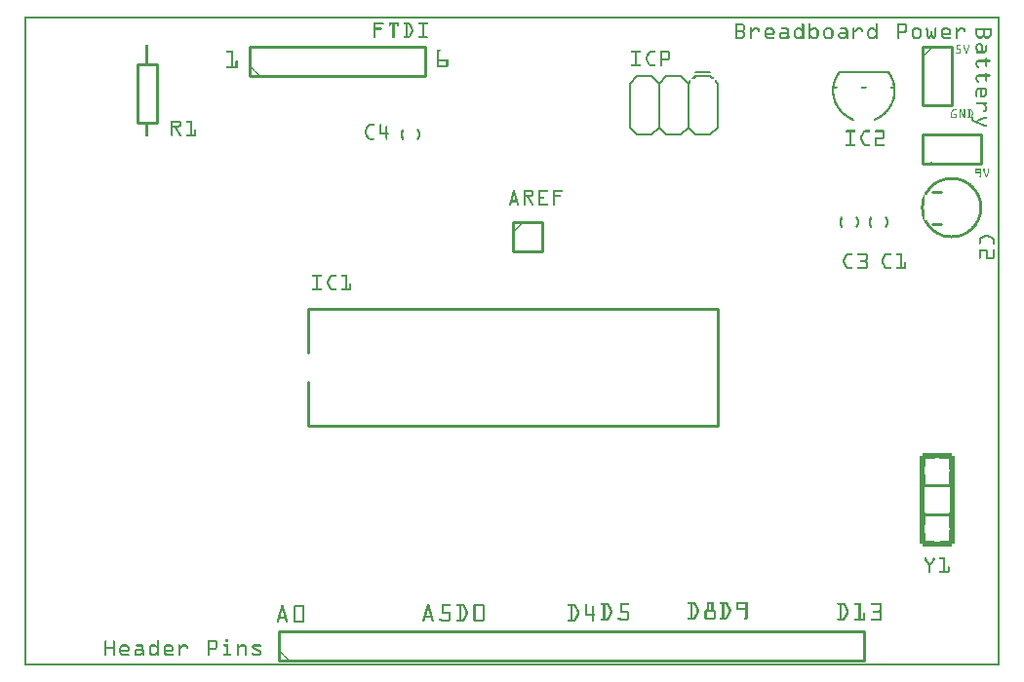
<source format=gto>
G04 MADE WITH FRITZING*
G04 WWW.FRITZING.ORG*
G04 DOUBLE SIDED*
G04 HOLES PLATED*
G04 CONTOUR ON CENTER OF CONTOUR VECTOR*
%ASAXBY*%
%FSLAX23Y23*%
%MOIN*%
%OFA0B0*%
%SFA1.0B1.0*%
%ADD10C,0.010000*%
%ADD11C,0.008000*%
%ADD12C,0.011000*%
%ADD13R,0.001000X0.001000*%
%LNSILK1*%
G90*
G70*
G54D10*
X769Y2018D02*
X1369Y2018D01*
D02*
X1369Y2018D02*
X1369Y2118D01*
D02*
X1369Y2118D02*
X769Y2118D01*
D02*
X769Y2118D02*
X769Y2018D01*
D02*
X452Y2058D02*
X452Y1858D01*
D02*
X452Y1858D02*
X386Y1858D01*
D02*
X386Y1858D02*
X386Y2058D01*
D02*
X386Y2058D02*
X452Y2058D01*
D02*
X3169Y518D02*
X3069Y518D01*
D02*
X3169Y618D02*
X3069Y618D01*
D02*
X3069Y1718D02*
X3269Y1718D01*
D02*
X3269Y1718D02*
X3269Y1818D01*
D02*
X3269Y1818D02*
X3069Y1818D01*
D02*
X3069Y1818D02*
X3069Y1718D01*
G54D11*
D02*
X2952Y2033D02*
X2787Y2033D01*
G54D10*
D02*
X1669Y1518D02*
X1669Y1418D01*
D02*
X1669Y1418D02*
X1769Y1418D01*
D02*
X1769Y1418D02*
X1769Y1518D01*
D02*
X1769Y1518D02*
X1669Y1518D01*
D02*
X3069Y2118D02*
X3069Y1918D01*
D02*
X3069Y1918D02*
X3169Y1918D01*
D02*
X3169Y1918D02*
X3169Y2118D01*
D02*
X3169Y2118D02*
X3069Y2118D01*
D02*
X969Y820D02*
X2369Y820D01*
D02*
X2369Y820D02*
X2369Y1220D01*
D02*
X2369Y1220D02*
X969Y1220D01*
D02*
X969Y820D02*
X969Y970D01*
D02*
X969Y1070D02*
X969Y1220D01*
D02*
X869Y18D02*
X2869Y18D01*
D02*
X2869Y18D02*
X2869Y118D01*
D02*
X2869Y118D02*
X869Y118D01*
D02*
X869Y118D02*
X869Y18D01*
G54D11*
D02*
X2269Y1993D02*
X2244Y2018D01*
D02*
X2194Y2018D02*
X2169Y1993D01*
D02*
X2169Y1993D02*
X2144Y2018D01*
D02*
X2094Y2018D02*
X2069Y1993D01*
D02*
X2369Y1993D02*
X2369Y1843D01*
D02*
X2369Y1843D02*
X2344Y1818D01*
D02*
X2344Y1818D02*
X2294Y1818D01*
D02*
X2294Y1818D02*
X2269Y1843D01*
D02*
X2269Y1843D02*
X2244Y1818D01*
D02*
X2244Y1818D02*
X2194Y1818D01*
D02*
X2194Y1818D02*
X2169Y1843D01*
D02*
X2169Y1843D02*
X2144Y1818D01*
D02*
X2144Y1818D02*
X2094Y1818D01*
D02*
X2094Y1818D02*
X2069Y1843D01*
D02*
X2269Y1843D02*
X2269Y1993D01*
D02*
X2169Y1843D02*
X2169Y1993D01*
D02*
X2069Y1843D02*
X2069Y1993D01*
D02*
X2144Y2018D02*
X2094Y2018D01*
D02*
X2244Y2018D02*
X2194Y2018D01*
D02*
X2344Y2018D02*
X2294Y2018D01*
D02*
X2294Y2031D02*
X2344Y2031D01*
G54D12*
X3104Y1623D02*
X3134Y1623D01*
D02*
X3104Y1513D02*
X3134Y1513D01*
D02*
G54D13*
X0Y2222D02*
X3332Y2222D01*
X0Y2221D02*
X3332Y2221D01*
X0Y2220D02*
X3332Y2220D01*
X0Y2219D02*
X3332Y2219D01*
X0Y2218D02*
X3332Y2218D01*
X0Y2217D02*
X3332Y2217D01*
X0Y2216D02*
X3332Y2216D01*
X0Y2215D02*
X3332Y2215D01*
X0Y2214D02*
X7Y2214D01*
X3325Y2214D02*
X3332Y2214D01*
X0Y2213D02*
X7Y2213D01*
X3325Y2213D02*
X3332Y2213D01*
X0Y2212D02*
X7Y2212D01*
X3325Y2212D02*
X3332Y2212D01*
X0Y2211D02*
X7Y2211D01*
X3325Y2211D02*
X3332Y2211D01*
X0Y2210D02*
X7Y2210D01*
X3325Y2210D02*
X3332Y2210D01*
X0Y2209D02*
X7Y2209D01*
X3325Y2209D02*
X3332Y2209D01*
X0Y2208D02*
X7Y2208D01*
X3325Y2208D02*
X3332Y2208D01*
X0Y2207D02*
X7Y2207D01*
X3325Y2207D02*
X3332Y2207D01*
X0Y2206D02*
X7Y2206D01*
X3325Y2206D02*
X3332Y2206D01*
X0Y2205D02*
X7Y2205D01*
X3325Y2205D02*
X3332Y2205D01*
X0Y2204D02*
X7Y2204D01*
X3325Y2204D02*
X3332Y2204D01*
X0Y2203D02*
X7Y2203D01*
X3325Y2203D02*
X3332Y2203D01*
X0Y2202D02*
X7Y2202D01*
X3325Y2202D02*
X3332Y2202D01*
X0Y2201D02*
X7Y2201D01*
X1194Y2201D02*
X1226Y2201D01*
X1245Y2201D02*
X1278Y2201D01*
X1297Y2201D02*
X1312Y2201D01*
X1347Y2201D02*
X1376Y2201D01*
X3325Y2201D02*
X3332Y2201D01*
X0Y2200D02*
X7Y2200D01*
X1194Y2200D02*
X1227Y2200D01*
X1245Y2200D02*
X1278Y2200D01*
X1296Y2200D02*
X1315Y2200D01*
X1346Y2200D02*
X1378Y2200D01*
X3325Y2200D02*
X3332Y2200D01*
X0Y2199D02*
X7Y2199D01*
X1194Y2199D02*
X1228Y2199D01*
X1245Y2199D02*
X1278Y2199D01*
X1295Y2199D02*
X1316Y2199D01*
X1345Y2199D02*
X1378Y2199D01*
X3325Y2199D02*
X3332Y2199D01*
X0Y2198D02*
X7Y2198D01*
X1194Y2198D02*
X1228Y2198D01*
X1245Y2198D02*
X1278Y2198D01*
X1295Y2198D02*
X1318Y2198D01*
X1345Y2198D02*
X1378Y2198D01*
X2430Y2198D02*
X2453Y2198D01*
X2659Y2198D02*
X2662Y2198D01*
X2682Y2198D02*
X2685Y2198D01*
X2910Y2198D02*
X2913Y2198D01*
X2982Y2198D02*
X3009Y2198D01*
X3325Y2198D02*
X3332Y2198D01*
X0Y2197D02*
X7Y2197D01*
X1194Y2197D02*
X1228Y2197D01*
X1245Y2197D02*
X1278Y2197D01*
X1295Y2197D02*
X1318Y2197D01*
X1345Y2197D02*
X1378Y2197D01*
X2430Y2197D02*
X2456Y2197D01*
X2658Y2197D02*
X2663Y2197D01*
X2681Y2197D02*
X2686Y2197D01*
X2909Y2197D02*
X2914Y2197D01*
X2982Y2197D02*
X3011Y2197D01*
X3325Y2197D02*
X3332Y2197D01*
X0Y2196D02*
X7Y2196D01*
X1194Y2196D02*
X1227Y2196D01*
X1245Y2196D02*
X1278Y2196D01*
X1295Y2196D02*
X1319Y2196D01*
X1346Y2196D02*
X1378Y2196D01*
X2430Y2196D02*
X2457Y2196D01*
X2658Y2196D02*
X2664Y2196D01*
X2681Y2196D02*
X2686Y2196D01*
X2909Y2196D02*
X2915Y2196D01*
X2982Y2196D02*
X3012Y2196D01*
X3325Y2196D02*
X3332Y2196D01*
X0Y2195D02*
X7Y2195D01*
X1194Y2195D02*
X1226Y2195D01*
X1245Y2195D02*
X1278Y2195D01*
X1296Y2195D02*
X1320Y2195D01*
X1346Y2195D02*
X1377Y2195D01*
X2430Y2195D02*
X2458Y2195D01*
X2658Y2195D02*
X2664Y2195D01*
X2681Y2195D02*
X2687Y2195D01*
X2909Y2195D02*
X2915Y2195D01*
X2982Y2195D02*
X3013Y2195D01*
X3325Y2195D02*
X3332Y2195D01*
X0Y2194D02*
X7Y2194D01*
X1194Y2194D02*
X1201Y2194D01*
X1245Y2194D02*
X1251Y2194D01*
X1258Y2194D02*
X1264Y2194D01*
X1272Y2194D02*
X1278Y2194D01*
X1301Y2194D02*
X1308Y2194D01*
X1312Y2194D02*
X1320Y2194D01*
X1359Y2194D02*
X1365Y2194D01*
X2430Y2194D02*
X2459Y2194D01*
X2658Y2194D02*
X2664Y2194D01*
X2681Y2194D02*
X2687Y2194D01*
X2909Y2194D02*
X2915Y2194D01*
X2982Y2194D02*
X3014Y2194D01*
X3325Y2194D02*
X3332Y2194D01*
X0Y2193D02*
X7Y2193D01*
X1194Y2193D02*
X1200Y2193D01*
X1245Y2193D02*
X1251Y2193D01*
X1258Y2193D02*
X1264Y2193D01*
X1272Y2193D02*
X1278Y2193D01*
X1302Y2193D02*
X1308Y2193D01*
X1314Y2193D02*
X1321Y2193D01*
X1359Y2193D02*
X1365Y2193D01*
X2430Y2193D02*
X2460Y2193D01*
X2658Y2193D02*
X2664Y2193D01*
X2681Y2193D02*
X2687Y2193D01*
X2909Y2193D02*
X2915Y2193D01*
X2982Y2193D02*
X3014Y2193D01*
X3325Y2193D02*
X3332Y2193D01*
X0Y2192D02*
X7Y2192D01*
X1194Y2192D02*
X1200Y2192D01*
X1245Y2192D02*
X1251Y2192D01*
X1258Y2192D02*
X1264Y2192D01*
X1272Y2192D02*
X1278Y2192D01*
X1302Y2192D02*
X1308Y2192D01*
X1314Y2192D02*
X1321Y2192D01*
X1359Y2192D02*
X1365Y2192D01*
X2430Y2192D02*
X2461Y2192D01*
X2658Y2192D02*
X2664Y2192D01*
X2681Y2192D02*
X2687Y2192D01*
X2909Y2192D02*
X2915Y2192D01*
X2982Y2192D02*
X3015Y2192D01*
X3325Y2192D02*
X3332Y2192D01*
X0Y2191D02*
X7Y2191D01*
X1194Y2191D02*
X1200Y2191D01*
X1245Y2191D02*
X1250Y2191D01*
X1258Y2191D02*
X1264Y2191D01*
X1272Y2191D02*
X1278Y2191D01*
X1302Y2191D02*
X1308Y2191D01*
X1315Y2191D02*
X1322Y2191D01*
X1359Y2191D02*
X1365Y2191D01*
X2430Y2191D02*
X2436Y2191D01*
X2453Y2191D02*
X2462Y2191D01*
X2658Y2191D02*
X2664Y2191D01*
X2681Y2191D02*
X2687Y2191D01*
X2909Y2191D02*
X2915Y2191D01*
X2982Y2191D02*
X2988Y2191D01*
X3008Y2191D02*
X3015Y2191D01*
X3325Y2191D02*
X3332Y2191D01*
X0Y2190D02*
X7Y2190D01*
X1194Y2190D02*
X1200Y2190D01*
X1245Y2190D02*
X1250Y2190D01*
X1258Y2190D02*
X1264Y2190D01*
X1273Y2190D02*
X1278Y2190D01*
X1302Y2190D02*
X1308Y2190D01*
X1315Y2190D02*
X1322Y2190D01*
X1359Y2190D02*
X1365Y2190D01*
X2430Y2190D02*
X2436Y2190D01*
X2455Y2190D02*
X2462Y2190D01*
X2658Y2190D02*
X2664Y2190D01*
X2681Y2190D02*
X2687Y2190D01*
X2909Y2190D02*
X2915Y2190D01*
X2982Y2190D02*
X2988Y2190D01*
X3009Y2190D02*
X3015Y2190D01*
X3325Y2190D02*
X3332Y2190D01*
X0Y2189D02*
X7Y2189D01*
X1194Y2189D02*
X1200Y2189D01*
X1246Y2189D02*
X1249Y2189D01*
X1258Y2189D02*
X1264Y2189D01*
X1274Y2189D02*
X1277Y2189D01*
X1302Y2189D02*
X1308Y2189D01*
X1316Y2189D02*
X1323Y2189D01*
X1359Y2189D02*
X1365Y2189D01*
X2430Y2189D02*
X2436Y2189D01*
X2456Y2189D02*
X2462Y2189D01*
X2658Y2189D02*
X2664Y2189D01*
X2681Y2189D02*
X2687Y2189D01*
X2909Y2189D02*
X2915Y2189D01*
X2982Y2189D02*
X2988Y2189D01*
X3009Y2189D02*
X3015Y2189D01*
X3325Y2189D02*
X3332Y2189D01*
X0Y2188D02*
X7Y2188D01*
X1194Y2188D02*
X1200Y2188D01*
X1258Y2188D02*
X1264Y2188D01*
X1302Y2188D02*
X1308Y2188D01*
X1316Y2188D02*
X1323Y2188D01*
X1359Y2188D02*
X1365Y2188D01*
X2430Y2188D02*
X2436Y2188D01*
X2456Y2188D02*
X2463Y2188D01*
X2658Y2188D02*
X2664Y2188D01*
X2681Y2188D02*
X2687Y2188D01*
X2909Y2188D02*
X2915Y2188D01*
X2982Y2188D02*
X2988Y2188D01*
X3009Y2188D02*
X3015Y2188D01*
X3325Y2188D02*
X3332Y2188D01*
X0Y2187D02*
X7Y2187D01*
X1194Y2187D02*
X1200Y2187D01*
X1258Y2187D02*
X1264Y2187D01*
X1302Y2187D02*
X1308Y2187D01*
X1317Y2187D02*
X1324Y2187D01*
X1359Y2187D02*
X1365Y2187D01*
X2430Y2187D02*
X2436Y2187D01*
X2457Y2187D02*
X2463Y2187D01*
X2658Y2187D02*
X2664Y2187D01*
X2681Y2187D02*
X2687Y2187D01*
X2909Y2187D02*
X2915Y2187D01*
X2982Y2187D02*
X2988Y2187D01*
X3009Y2187D02*
X3015Y2187D01*
X3325Y2187D02*
X3332Y2187D01*
X0Y2186D02*
X7Y2186D01*
X1194Y2186D02*
X1200Y2186D01*
X1258Y2186D02*
X1264Y2186D01*
X1302Y2186D02*
X1308Y2186D01*
X1317Y2186D02*
X1324Y2186D01*
X1359Y2186D02*
X1365Y2186D01*
X2430Y2186D02*
X2436Y2186D01*
X2457Y2186D02*
X2463Y2186D01*
X2658Y2186D02*
X2664Y2186D01*
X2681Y2186D02*
X2687Y2186D01*
X2909Y2186D02*
X2915Y2186D01*
X2982Y2186D02*
X2988Y2186D01*
X3009Y2186D02*
X3015Y2186D01*
X3325Y2186D02*
X3332Y2186D01*
X0Y2185D02*
X7Y2185D01*
X1194Y2185D02*
X1200Y2185D01*
X1258Y2185D02*
X1264Y2185D01*
X1302Y2185D02*
X1308Y2185D01*
X1318Y2185D02*
X1325Y2185D01*
X1359Y2185D02*
X1365Y2185D01*
X2430Y2185D02*
X2436Y2185D01*
X2457Y2185D02*
X2463Y2185D01*
X2658Y2185D02*
X2664Y2185D01*
X2681Y2185D02*
X2687Y2185D01*
X2909Y2185D02*
X2915Y2185D01*
X2982Y2185D02*
X2988Y2185D01*
X3009Y2185D02*
X3015Y2185D01*
X3325Y2185D02*
X3332Y2185D01*
X0Y2184D02*
X7Y2184D01*
X1194Y2184D02*
X1200Y2184D01*
X1258Y2184D02*
X1264Y2184D01*
X1302Y2184D02*
X1308Y2184D01*
X1318Y2184D02*
X1325Y2184D01*
X1359Y2184D02*
X1365Y2184D01*
X2430Y2184D02*
X2436Y2184D01*
X2457Y2184D02*
X2463Y2184D01*
X2497Y2184D02*
X2503Y2184D01*
X2542Y2184D02*
X2551Y2184D01*
X2590Y2184D02*
X2603Y2184D01*
X2643Y2184D02*
X2648Y2184D01*
X2658Y2184D02*
X2664Y2184D01*
X2681Y2184D02*
X2687Y2184D01*
X2696Y2184D02*
X2702Y2184D01*
X2743Y2184D02*
X2752Y2184D01*
X2791Y2184D02*
X2804Y2184D01*
X2834Y2184D02*
X2834Y2184D01*
X2848Y2184D02*
X2855Y2184D01*
X2894Y2184D02*
X2899Y2184D01*
X2909Y2184D02*
X2915Y2184D01*
X2982Y2184D02*
X2988Y2184D01*
X3009Y2184D02*
X3015Y2184D01*
X3044Y2184D02*
X3053Y2184D01*
X3145Y2184D02*
X3154Y2184D01*
X3199Y2184D02*
X3206Y2184D01*
X3325Y2184D02*
X3332Y2184D01*
X0Y2183D02*
X7Y2183D01*
X1194Y2183D02*
X1219Y2183D01*
X1258Y2183D02*
X1264Y2183D01*
X1302Y2183D02*
X1308Y2183D01*
X1319Y2183D02*
X1326Y2183D01*
X1359Y2183D02*
X1365Y2183D01*
X2430Y2183D02*
X2436Y2183D01*
X2457Y2183D02*
X2463Y2183D01*
X2481Y2183D02*
X2485Y2183D01*
X2494Y2183D02*
X2507Y2183D01*
X2538Y2183D02*
X2555Y2183D01*
X2588Y2183D02*
X2607Y2183D01*
X2639Y2183D02*
X2652Y2183D01*
X2658Y2183D02*
X2664Y2183D01*
X2681Y2183D02*
X2687Y2183D01*
X2692Y2183D02*
X2706Y2183D01*
X2739Y2183D02*
X2756Y2183D01*
X2789Y2183D02*
X2808Y2183D01*
X2832Y2183D02*
X2836Y2183D01*
X2846Y2183D02*
X2859Y2183D01*
X2890Y2183D02*
X2903Y2183D01*
X2909Y2183D02*
X2915Y2183D01*
X2982Y2183D02*
X2988Y2183D01*
X3009Y2183D02*
X3015Y2183D01*
X3040Y2183D02*
X3057Y2183D01*
X3083Y2183D02*
X3086Y2183D01*
X3112Y2183D02*
X3115Y2183D01*
X3141Y2183D02*
X3157Y2183D01*
X3184Y2183D02*
X3187Y2183D01*
X3197Y2183D02*
X3210Y2183D01*
X3325Y2183D02*
X3332Y2183D01*
X0Y2182D02*
X7Y2182D01*
X1194Y2182D02*
X1220Y2182D01*
X1258Y2182D02*
X1264Y2182D01*
X1302Y2182D02*
X1308Y2182D01*
X1319Y2182D02*
X1326Y2182D01*
X1359Y2182D02*
X1365Y2182D01*
X2430Y2182D02*
X2436Y2182D01*
X2457Y2182D02*
X2463Y2182D01*
X2480Y2182D02*
X2485Y2182D01*
X2493Y2182D02*
X2509Y2182D01*
X2537Y2182D02*
X2557Y2182D01*
X2587Y2182D02*
X2609Y2182D01*
X2637Y2182D02*
X2654Y2182D01*
X2658Y2182D02*
X2664Y2182D01*
X2681Y2182D02*
X2687Y2182D01*
X2691Y2182D02*
X2707Y2182D01*
X2738Y2182D02*
X2757Y2182D01*
X2788Y2182D02*
X2809Y2182D01*
X2831Y2182D02*
X2837Y2182D01*
X2845Y2182D02*
X2860Y2182D01*
X2888Y2182D02*
X2905Y2182D01*
X2909Y2182D02*
X2915Y2182D01*
X2982Y2182D02*
X2988Y2182D01*
X3009Y2182D02*
X3015Y2182D01*
X3039Y2182D02*
X3059Y2182D01*
X3082Y2182D02*
X3087Y2182D01*
X3111Y2182D02*
X3116Y2182D01*
X3139Y2182D02*
X3159Y2182D01*
X3183Y2182D02*
X3188Y2182D01*
X3196Y2182D02*
X3212Y2182D01*
X3325Y2182D02*
X3332Y2182D01*
X0Y2181D02*
X7Y2181D01*
X1194Y2181D02*
X1221Y2181D01*
X1258Y2181D02*
X1264Y2181D01*
X1302Y2181D02*
X1308Y2181D01*
X1320Y2181D02*
X1327Y2181D01*
X1359Y2181D02*
X1365Y2181D01*
X2430Y2181D02*
X2436Y2181D01*
X2457Y2181D02*
X2463Y2181D01*
X2480Y2181D02*
X2486Y2181D01*
X2492Y2181D02*
X2510Y2181D01*
X2535Y2181D02*
X2558Y2181D01*
X2587Y2181D02*
X2610Y2181D01*
X2636Y2181D02*
X2655Y2181D01*
X2658Y2181D02*
X2664Y2181D01*
X2681Y2181D02*
X2687Y2181D01*
X2689Y2181D02*
X2709Y2181D01*
X2736Y2181D02*
X2759Y2181D01*
X2788Y2181D02*
X2810Y2181D01*
X2831Y2181D02*
X2837Y2181D01*
X2843Y2181D02*
X2862Y2181D01*
X2887Y2181D02*
X2906Y2181D01*
X2909Y2181D02*
X2915Y2181D01*
X2982Y2181D02*
X2988Y2181D01*
X3009Y2181D02*
X3015Y2181D01*
X3037Y2181D02*
X3060Y2181D01*
X3081Y2181D02*
X3087Y2181D01*
X3110Y2181D02*
X3116Y2181D01*
X3138Y2181D02*
X3160Y2181D01*
X3183Y2181D02*
X3188Y2181D01*
X3195Y2181D02*
X3213Y2181D01*
X3325Y2181D02*
X3332Y2181D01*
X0Y2180D02*
X7Y2180D01*
X1194Y2180D02*
X1221Y2180D01*
X1258Y2180D02*
X1264Y2180D01*
X1302Y2180D02*
X1308Y2180D01*
X1320Y2180D02*
X1327Y2180D01*
X1359Y2180D02*
X1365Y2180D01*
X2430Y2180D02*
X2436Y2180D01*
X2457Y2180D02*
X2463Y2180D01*
X2480Y2180D02*
X2486Y2180D01*
X2491Y2180D02*
X2511Y2180D01*
X2534Y2180D02*
X2559Y2180D01*
X2587Y2180D02*
X2611Y2180D01*
X2635Y2180D02*
X2656Y2180D01*
X2658Y2180D02*
X2664Y2180D01*
X2681Y2180D02*
X2710Y2180D01*
X2735Y2180D02*
X2760Y2180D01*
X2788Y2180D02*
X2811Y2180D01*
X2831Y2180D02*
X2837Y2180D01*
X2842Y2180D02*
X2862Y2180D01*
X2886Y2180D02*
X2907Y2180D01*
X2909Y2180D02*
X2915Y2180D01*
X2982Y2180D02*
X2988Y2180D01*
X3009Y2180D02*
X3015Y2180D01*
X3036Y2180D02*
X3061Y2180D01*
X3081Y2180D02*
X3087Y2180D01*
X3110Y2180D02*
X3116Y2180D01*
X3137Y2180D02*
X3162Y2180D01*
X3183Y2180D02*
X3189Y2180D01*
X3194Y2180D02*
X3214Y2180D01*
X3251Y2180D02*
X3305Y2180D01*
X3325Y2180D02*
X3332Y2180D01*
X0Y2179D02*
X7Y2179D01*
X1194Y2179D02*
X1221Y2179D01*
X1258Y2179D02*
X1264Y2179D01*
X1302Y2179D02*
X1308Y2179D01*
X1321Y2179D02*
X1327Y2179D01*
X1359Y2179D02*
X1365Y2179D01*
X2430Y2179D02*
X2436Y2179D01*
X2456Y2179D02*
X2463Y2179D01*
X2480Y2179D02*
X2486Y2179D01*
X2490Y2179D02*
X2512Y2179D01*
X2533Y2179D02*
X2560Y2179D01*
X2587Y2179D02*
X2611Y2179D01*
X2634Y2179D02*
X2664Y2179D01*
X2681Y2179D02*
X2711Y2179D01*
X2734Y2179D02*
X2761Y2179D01*
X2788Y2179D02*
X2812Y2179D01*
X2831Y2179D02*
X2837Y2179D01*
X2841Y2179D02*
X2863Y2179D01*
X2885Y2179D02*
X2915Y2179D01*
X2982Y2179D02*
X2988Y2179D01*
X3009Y2179D02*
X3015Y2179D01*
X3035Y2179D02*
X3062Y2179D01*
X3081Y2179D02*
X3087Y2179D01*
X3110Y2179D02*
X3116Y2179D01*
X3136Y2179D02*
X3163Y2179D01*
X3183Y2179D02*
X3189Y2179D01*
X3193Y2179D02*
X3215Y2179D01*
X3251Y2179D02*
X3305Y2179D01*
X3325Y2179D02*
X3332Y2179D01*
X0Y2178D02*
X7Y2178D01*
X1194Y2178D02*
X1220Y2178D01*
X1258Y2178D02*
X1264Y2178D01*
X1302Y2178D02*
X1308Y2178D01*
X1321Y2178D02*
X1328Y2178D01*
X1359Y2178D02*
X1365Y2178D01*
X2430Y2178D02*
X2436Y2178D01*
X2456Y2178D02*
X2462Y2178D01*
X2480Y2178D02*
X2486Y2178D01*
X2489Y2178D02*
X2512Y2178D01*
X2532Y2178D02*
X2561Y2178D01*
X2588Y2178D02*
X2612Y2178D01*
X2633Y2178D02*
X2664Y2178D01*
X2681Y2178D02*
X2712Y2178D01*
X2733Y2178D02*
X2762Y2178D01*
X2789Y2178D02*
X2813Y2178D01*
X2831Y2178D02*
X2837Y2178D01*
X2840Y2178D02*
X2864Y2178D01*
X2884Y2178D02*
X2915Y2178D01*
X2982Y2178D02*
X2988Y2178D01*
X3009Y2178D02*
X3015Y2178D01*
X3034Y2178D02*
X3063Y2178D01*
X3081Y2178D02*
X3087Y2178D01*
X3110Y2178D02*
X3116Y2178D01*
X3135Y2178D02*
X3164Y2178D01*
X3183Y2178D02*
X3189Y2178D01*
X3191Y2178D02*
X3215Y2178D01*
X3251Y2178D02*
X3305Y2178D01*
X3325Y2178D02*
X3332Y2178D01*
X0Y2177D02*
X7Y2177D01*
X1194Y2177D02*
X1219Y2177D01*
X1258Y2177D02*
X1264Y2177D01*
X1302Y2177D02*
X1308Y2177D01*
X1322Y2177D02*
X1328Y2177D01*
X1359Y2177D02*
X1365Y2177D01*
X2430Y2177D02*
X2436Y2177D01*
X2455Y2177D02*
X2462Y2177D01*
X2480Y2177D02*
X2497Y2177D01*
X2504Y2177D02*
X2513Y2177D01*
X2532Y2177D02*
X2542Y2177D01*
X2551Y2177D02*
X2562Y2177D01*
X2604Y2177D02*
X2612Y2177D01*
X2632Y2177D02*
X2642Y2177D01*
X2649Y2177D02*
X2664Y2177D01*
X2681Y2177D02*
X2696Y2177D01*
X2702Y2177D02*
X2712Y2177D01*
X2732Y2177D02*
X2742Y2177D01*
X2752Y2177D02*
X2763Y2177D01*
X2804Y2177D02*
X2813Y2177D01*
X2831Y2177D02*
X2837Y2177D01*
X2839Y2177D02*
X2849Y2177D01*
X2855Y2177D02*
X2864Y2177D01*
X2883Y2177D02*
X2893Y2177D01*
X2900Y2177D02*
X2915Y2177D01*
X2982Y2177D02*
X2988Y2177D01*
X3009Y2177D02*
X3015Y2177D01*
X3034Y2177D02*
X3044Y2177D01*
X3053Y2177D02*
X3064Y2177D01*
X3081Y2177D02*
X3088Y2177D01*
X3110Y2177D02*
X3116Y2177D01*
X3134Y2177D02*
X3144Y2177D01*
X3154Y2177D02*
X3164Y2177D01*
X3183Y2177D02*
X3200Y2177D01*
X3207Y2177D02*
X3216Y2177D01*
X3251Y2177D02*
X3305Y2177D01*
X3325Y2177D02*
X3332Y2177D01*
X0Y2176D02*
X7Y2176D01*
X1194Y2176D02*
X1200Y2176D01*
X1258Y2176D02*
X1264Y2176D01*
X1302Y2176D02*
X1308Y2176D01*
X1322Y2176D02*
X1328Y2176D01*
X1359Y2176D02*
X1365Y2176D01*
X2430Y2176D02*
X2436Y2176D01*
X2453Y2176D02*
X2462Y2176D01*
X2480Y2176D02*
X2496Y2176D01*
X2506Y2176D02*
X2513Y2176D01*
X2531Y2176D02*
X2539Y2176D01*
X2554Y2176D02*
X2562Y2176D01*
X2606Y2176D02*
X2613Y2176D01*
X2631Y2176D02*
X2640Y2176D01*
X2651Y2176D02*
X2664Y2176D01*
X2681Y2176D02*
X2693Y2176D01*
X2705Y2176D02*
X2713Y2176D01*
X2732Y2176D02*
X2740Y2176D01*
X2755Y2176D02*
X2763Y2176D01*
X2807Y2176D02*
X2813Y2176D01*
X2831Y2176D02*
X2847Y2176D01*
X2858Y2176D02*
X2864Y2176D01*
X2882Y2176D02*
X2891Y2176D01*
X2902Y2176D02*
X2915Y2176D01*
X2982Y2176D02*
X2988Y2176D01*
X3009Y2176D02*
X3015Y2176D01*
X3033Y2176D02*
X3041Y2176D01*
X3056Y2176D02*
X3064Y2176D01*
X3082Y2176D02*
X3088Y2176D01*
X3110Y2176D02*
X3116Y2176D01*
X3133Y2176D02*
X3142Y2176D01*
X3157Y2176D02*
X3165Y2176D01*
X3183Y2176D02*
X3199Y2176D01*
X3209Y2176D02*
X3216Y2176D01*
X3251Y2176D02*
X3305Y2176D01*
X3325Y2176D02*
X3332Y2176D01*
X0Y2175D02*
X7Y2175D01*
X1194Y2175D02*
X1200Y2175D01*
X1258Y2175D02*
X1264Y2175D01*
X1302Y2175D02*
X1308Y2175D01*
X1322Y2175D02*
X1328Y2175D01*
X1359Y2175D02*
X1365Y2175D01*
X2430Y2175D02*
X2461Y2175D01*
X2480Y2175D02*
X2495Y2175D01*
X2507Y2175D02*
X2513Y2175D01*
X2531Y2175D02*
X2538Y2175D01*
X2556Y2175D02*
X2563Y2175D01*
X2606Y2175D02*
X2613Y2175D01*
X2631Y2175D02*
X2639Y2175D01*
X2652Y2175D02*
X2664Y2175D01*
X2681Y2175D02*
X2692Y2175D01*
X2706Y2175D02*
X2713Y2175D01*
X2731Y2175D02*
X2739Y2175D01*
X2756Y2175D02*
X2764Y2175D01*
X2807Y2175D02*
X2813Y2175D01*
X2831Y2175D02*
X2846Y2175D01*
X2858Y2175D02*
X2865Y2175D01*
X2882Y2175D02*
X2890Y2175D01*
X2903Y2175D02*
X2915Y2175D01*
X2982Y2175D02*
X2988Y2175D01*
X3009Y2175D02*
X3015Y2175D01*
X3033Y2175D02*
X3040Y2175D01*
X3058Y2175D02*
X3065Y2175D01*
X3082Y2175D02*
X3088Y2175D01*
X3110Y2175D02*
X3116Y2175D01*
X3133Y2175D02*
X3141Y2175D01*
X3158Y2175D02*
X3165Y2175D01*
X3183Y2175D02*
X3198Y2175D01*
X3210Y2175D02*
X3216Y2175D01*
X3251Y2175D02*
X3305Y2175D01*
X3325Y2175D02*
X3332Y2175D01*
X0Y2174D02*
X7Y2174D01*
X1194Y2174D02*
X1200Y2174D01*
X1258Y2174D02*
X1264Y2174D01*
X1302Y2174D02*
X1308Y2174D01*
X1322Y2174D02*
X1328Y2174D01*
X1359Y2174D02*
X1365Y2174D01*
X2430Y2174D02*
X2460Y2174D01*
X2480Y2174D02*
X2494Y2174D01*
X2507Y2174D02*
X2513Y2174D01*
X2530Y2174D02*
X2537Y2174D01*
X2556Y2174D02*
X2563Y2174D01*
X2607Y2174D02*
X2613Y2174D01*
X2631Y2174D02*
X2638Y2174D01*
X2653Y2174D02*
X2664Y2174D01*
X2681Y2174D02*
X2691Y2174D01*
X2707Y2174D02*
X2714Y2174D01*
X2731Y2174D02*
X2738Y2174D01*
X2757Y2174D02*
X2764Y2174D01*
X2807Y2174D02*
X2814Y2174D01*
X2831Y2174D02*
X2845Y2174D01*
X2859Y2174D02*
X2865Y2174D01*
X2882Y2174D02*
X2889Y2174D01*
X2904Y2174D02*
X2915Y2174D01*
X2982Y2174D02*
X2988Y2174D01*
X3009Y2174D02*
X3015Y2174D01*
X3032Y2174D02*
X3039Y2174D01*
X3058Y2174D02*
X3065Y2174D01*
X3082Y2174D02*
X3088Y2174D01*
X3110Y2174D02*
X3116Y2174D01*
X3133Y2174D02*
X3140Y2174D01*
X3159Y2174D02*
X3166Y2174D01*
X3183Y2174D02*
X3197Y2174D01*
X3210Y2174D02*
X3216Y2174D01*
X3251Y2174D02*
X3305Y2174D01*
X3325Y2174D02*
X3332Y2174D01*
X0Y2173D02*
X7Y2173D01*
X1194Y2173D02*
X1200Y2173D01*
X1258Y2173D02*
X1264Y2173D01*
X1302Y2173D02*
X1308Y2173D01*
X1322Y2173D02*
X1328Y2173D01*
X1359Y2173D02*
X1365Y2173D01*
X2430Y2173D02*
X2459Y2173D01*
X2480Y2173D02*
X2493Y2173D01*
X2507Y2173D02*
X2513Y2173D01*
X2530Y2173D02*
X2536Y2173D01*
X2557Y2173D02*
X2563Y2173D01*
X2607Y2173D02*
X2613Y2173D01*
X2631Y2173D02*
X2637Y2173D01*
X2654Y2173D02*
X2664Y2173D01*
X2681Y2173D02*
X2690Y2173D01*
X2708Y2173D02*
X2714Y2173D01*
X2731Y2173D02*
X2737Y2173D01*
X2758Y2173D02*
X2764Y2173D01*
X2808Y2173D02*
X2814Y2173D01*
X2831Y2173D02*
X2844Y2173D01*
X2859Y2173D02*
X2865Y2173D01*
X2882Y2173D02*
X2888Y2173D01*
X2905Y2173D02*
X2915Y2173D01*
X2982Y2173D02*
X2988Y2173D01*
X3008Y2173D02*
X3015Y2173D01*
X3032Y2173D02*
X3038Y2173D01*
X3059Y2173D02*
X3065Y2173D01*
X3082Y2173D02*
X3088Y2173D01*
X3110Y2173D02*
X3116Y2173D01*
X3133Y2173D02*
X3139Y2173D01*
X3159Y2173D02*
X3166Y2173D01*
X3183Y2173D02*
X3195Y2173D01*
X3210Y2173D02*
X3216Y2173D01*
X3251Y2173D02*
X3257Y2173D01*
X3275Y2173D02*
X3281Y2173D01*
X3299Y2173D02*
X3305Y2173D01*
X3325Y2173D02*
X3332Y2173D01*
X0Y2172D02*
X7Y2172D01*
X1194Y2172D02*
X1200Y2172D01*
X1258Y2172D02*
X1264Y2172D01*
X1302Y2172D02*
X1308Y2172D01*
X1322Y2172D02*
X1328Y2172D01*
X1359Y2172D02*
X1365Y2172D01*
X2430Y2172D02*
X2459Y2172D01*
X2480Y2172D02*
X2491Y2172D01*
X2507Y2172D02*
X2513Y2172D01*
X2530Y2172D02*
X2536Y2172D01*
X2557Y2172D02*
X2563Y2172D01*
X2607Y2172D02*
X2613Y2172D01*
X2630Y2172D02*
X2636Y2172D01*
X2656Y2172D02*
X2664Y2172D01*
X2681Y2172D02*
X2689Y2172D01*
X2708Y2172D02*
X2714Y2172D01*
X2731Y2172D02*
X2737Y2172D01*
X2758Y2172D02*
X2764Y2172D01*
X2808Y2172D02*
X2814Y2172D01*
X2831Y2172D02*
X2843Y2172D01*
X2859Y2172D02*
X2865Y2172D01*
X2881Y2172D02*
X2887Y2172D01*
X2907Y2172D02*
X2915Y2172D01*
X2982Y2172D02*
X3015Y2172D01*
X3032Y2172D02*
X3038Y2172D01*
X3059Y2172D02*
X3065Y2172D01*
X3082Y2172D02*
X3088Y2172D01*
X3098Y2172D02*
X3100Y2172D01*
X3110Y2172D02*
X3116Y2172D01*
X3132Y2172D02*
X3138Y2172D01*
X3160Y2172D02*
X3166Y2172D01*
X3183Y2172D02*
X3194Y2172D01*
X3210Y2172D02*
X3216Y2172D01*
X3251Y2172D02*
X3257Y2172D01*
X3275Y2172D02*
X3281Y2172D01*
X3299Y2172D02*
X3305Y2172D01*
X3325Y2172D02*
X3332Y2172D01*
X0Y2171D02*
X7Y2171D01*
X1194Y2171D02*
X1200Y2171D01*
X1258Y2171D02*
X1264Y2171D01*
X1302Y2171D02*
X1308Y2171D01*
X1322Y2171D02*
X1328Y2171D01*
X1359Y2171D02*
X1365Y2171D01*
X2430Y2171D02*
X2459Y2171D01*
X2480Y2171D02*
X2490Y2171D01*
X2507Y2171D02*
X2513Y2171D01*
X2530Y2171D02*
X2536Y2171D01*
X2557Y2171D02*
X2564Y2171D01*
X2607Y2171D02*
X2613Y2171D01*
X2630Y2171D02*
X2636Y2171D01*
X2657Y2171D02*
X2664Y2171D01*
X2681Y2171D02*
X2688Y2171D01*
X2708Y2171D02*
X2714Y2171D01*
X2731Y2171D02*
X2737Y2171D01*
X2758Y2171D02*
X2764Y2171D01*
X2808Y2171D02*
X2814Y2171D01*
X2831Y2171D02*
X2842Y2171D01*
X2859Y2171D02*
X2865Y2171D01*
X2881Y2171D02*
X2887Y2171D01*
X2908Y2171D02*
X2915Y2171D01*
X2982Y2171D02*
X3014Y2171D01*
X3032Y2171D02*
X3038Y2171D01*
X3059Y2171D02*
X3066Y2171D01*
X3082Y2171D02*
X3088Y2171D01*
X3097Y2171D02*
X3101Y2171D01*
X3110Y2171D02*
X3116Y2171D01*
X3132Y2171D02*
X3138Y2171D01*
X3160Y2171D02*
X3166Y2171D01*
X3183Y2171D02*
X3193Y2171D01*
X3210Y2171D02*
X3216Y2171D01*
X3251Y2171D02*
X3257Y2171D01*
X3275Y2171D02*
X3281Y2171D01*
X3299Y2171D02*
X3305Y2171D01*
X3325Y2171D02*
X3332Y2171D01*
X0Y2170D02*
X7Y2170D01*
X1194Y2170D02*
X1200Y2170D01*
X1258Y2170D02*
X1264Y2170D01*
X1302Y2170D02*
X1308Y2170D01*
X1321Y2170D02*
X1328Y2170D01*
X1359Y2170D02*
X1365Y2170D01*
X2430Y2170D02*
X2460Y2170D01*
X2480Y2170D02*
X2489Y2170D01*
X2508Y2170D02*
X2513Y2170D01*
X2530Y2170D02*
X2536Y2170D01*
X2557Y2170D02*
X2564Y2170D01*
X2607Y2170D02*
X2613Y2170D01*
X2630Y2170D02*
X2636Y2170D01*
X2657Y2170D02*
X2664Y2170D01*
X2681Y2170D02*
X2687Y2170D01*
X2708Y2170D02*
X2714Y2170D01*
X2731Y2170D02*
X2737Y2170D01*
X2758Y2170D02*
X2764Y2170D01*
X2808Y2170D02*
X2814Y2170D01*
X2831Y2170D02*
X2841Y2170D01*
X2859Y2170D02*
X2864Y2170D01*
X2881Y2170D02*
X2887Y2170D01*
X2908Y2170D02*
X2915Y2170D01*
X2982Y2170D02*
X3014Y2170D01*
X3032Y2170D02*
X3038Y2170D01*
X3059Y2170D02*
X3066Y2170D01*
X3082Y2170D02*
X3088Y2170D01*
X3096Y2170D02*
X3102Y2170D01*
X3110Y2170D02*
X3116Y2170D01*
X3132Y2170D02*
X3138Y2170D01*
X3160Y2170D02*
X3166Y2170D01*
X3183Y2170D02*
X3192Y2170D01*
X3211Y2170D02*
X3216Y2170D01*
X3251Y2170D02*
X3257Y2170D01*
X3275Y2170D02*
X3281Y2170D01*
X3299Y2170D02*
X3305Y2170D01*
X3325Y2170D02*
X3332Y2170D01*
X0Y2169D02*
X7Y2169D01*
X1194Y2169D02*
X1200Y2169D01*
X1258Y2169D02*
X1264Y2169D01*
X1302Y2169D02*
X1308Y2169D01*
X1321Y2169D02*
X1327Y2169D01*
X1359Y2169D02*
X1365Y2169D01*
X2430Y2169D02*
X2461Y2169D01*
X2480Y2169D02*
X2488Y2169D01*
X2509Y2169D02*
X2512Y2169D01*
X2530Y2169D02*
X2536Y2169D01*
X2557Y2169D02*
X2564Y2169D01*
X2588Y2169D02*
X2605Y2169D01*
X2607Y2169D02*
X2613Y2169D01*
X2630Y2169D02*
X2636Y2169D01*
X2658Y2169D02*
X2664Y2169D01*
X2681Y2169D02*
X2687Y2169D01*
X2708Y2169D02*
X2714Y2169D01*
X2731Y2169D02*
X2737Y2169D01*
X2758Y2169D02*
X2764Y2169D01*
X2789Y2169D02*
X2814Y2169D01*
X2831Y2169D02*
X2839Y2169D01*
X2860Y2169D02*
X2863Y2169D01*
X2881Y2169D02*
X2887Y2169D01*
X2909Y2169D02*
X2915Y2169D01*
X2982Y2169D02*
X3013Y2169D01*
X3032Y2169D02*
X3038Y2169D01*
X3059Y2169D02*
X3066Y2169D01*
X3082Y2169D02*
X3088Y2169D01*
X3096Y2169D02*
X3102Y2169D01*
X3110Y2169D02*
X3116Y2169D01*
X3132Y2169D02*
X3138Y2169D01*
X3160Y2169D02*
X3166Y2169D01*
X3183Y2169D02*
X3191Y2169D01*
X3211Y2169D02*
X3215Y2169D01*
X3251Y2169D02*
X3257Y2169D01*
X3275Y2169D02*
X3281Y2169D01*
X3299Y2169D02*
X3305Y2169D01*
X3325Y2169D02*
X3332Y2169D01*
X0Y2168D02*
X7Y2168D01*
X1194Y2168D02*
X1200Y2168D01*
X1258Y2168D02*
X1264Y2168D01*
X1302Y2168D02*
X1308Y2168D01*
X1320Y2168D02*
X1327Y2168D01*
X1359Y2168D02*
X1365Y2168D01*
X2430Y2168D02*
X2436Y2168D01*
X2452Y2168D02*
X2461Y2168D01*
X2480Y2168D02*
X2487Y2168D01*
X2530Y2168D02*
X2536Y2168D01*
X2557Y2168D02*
X2564Y2168D01*
X2585Y2168D02*
X2613Y2168D01*
X2630Y2168D02*
X2636Y2168D01*
X2658Y2168D02*
X2664Y2168D01*
X2681Y2168D02*
X2687Y2168D01*
X2708Y2168D02*
X2714Y2168D01*
X2731Y2168D02*
X2737Y2168D01*
X2758Y2168D02*
X2764Y2168D01*
X2786Y2168D02*
X2814Y2168D01*
X2831Y2168D02*
X2838Y2168D01*
X2881Y2168D02*
X2887Y2168D01*
X2909Y2168D02*
X2915Y2168D01*
X2982Y2168D02*
X3012Y2168D01*
X3032Y2168D02*
X3038Y2168D01*
X3059Y2168D02*
X3066Y2168D01*
X3082Y2168D02*
X3088Y2168D01*
X3096Y2168D02*
X3102Y2168D01*
X3110Y2168D02*
X3116Y2168D01*
X3132Y2168D02*
X3138Y2168D01*
X3160Y2168D02*
X3166Y2168D01*
X3183Y2168D02*
X3190Y2168D01*
X3251Y2168D02*
X3257Y2168D01*
X3275Y2168D02*
X3281Y2168D01*
X3299Y2168D02*
X3305Y2168D01*
X3325Y2168D02*
X3332Y2168D01*
X0Y2167D02*
X7Y2167D01*
X1194Y2167D02*
X1200Y2167D01*
X1258Y2167D02*
X1264Y2167D01*
X1302Y2167D02*
X1308Y2167D01*
X1320Y2167D02*
X1327Y2167D01*
X1359Y2167D02*
X1365Y2167D01*
X2430Y2167D02*
X2436Y2167D01*
X2454Y2167D02*
X2462Y2167D01*
X2480Y2167D02*
X2486Y2167D01*
X2530Y2167D02*
X2536Y2167D01*
X2557Y2167D02*
X2564Y2167D01*
X2584Y2167D02*
X2613Y2167D01*
X2630Y2167D02*
X2636Y2167D01*
X2658Y2167D02*
X2664Y2167D01*
X2681Y2167D02*
X2687Y2167D01*
X2708Y2167D02*
X2714Y2167D01*
X2731Y2167D02*
X2737Y2167D01*
X2758Y2167D02*
X2764Y2167D01*
X2785Y2167D02*
X2814Y2167D01*
X2831Y2167D02*
X2837Y2167D01*
X2881Y2167D02*
X2887Y2167D01*
X2909Y2167D02*
X2915Y2167D01*
X2982Y2167D02*
X3011Y2167D01*
X3032Y2167D02*
X3038Y2167D01*
X3059Y2167D02*
X3066Y2167D01*
X3082Y2167D02*
X3088Y2167D01*
X3096Y2167D02*
X3102Y2167D01*
X3110Y2167D02*
X3116Y2167D01*
X3132Y2167D02*
X3138Y2167D01*
X3160Y2167D02*
X3166Y2167D01*
X3183Y2167D02*
X3189Y2167D01*
X3251Y2167D02*
X3257Y2167D01*
X3275Y2167D02*
X3281Y2167D01*
X3299Y2167D02*
X3305Y2167D01*
X3325Y2167D02*
X3332Y2167D01*
X0Y2166D02*
X7Y2166D01*
X1194Y2166D02*
X1200Y2166D01*
X1258Y2166D02*
X1264Y2166D01*
X1302Y2166D02*
X1308Y2166D01*
X1319Y2166D02*
X1326Y2166D01*
X1359Y2166D02*
X1365Y2166D01*
X2430Y2166D02*
X2436Y2166D01*
X2455Y2166D02*
X2462Y2166D01*
X2480Y2166D02*
X2486Y2166D01*
X2530Y2166D02*
X2564Y2166D01*
X2583Y2166D02*
X2613Y2166D01*
X2630Y2166D02*
X2636Y2166D01*
X2658Y2166D02*
X2664Y2166D01*
X2681Y2166D02*
X2687Y2166D01*
X2708Y2166D02*
X2714Y2166D01*
X2731Y2166D02*
X2737Y2166D01*
X2758Y2166D02*
X2764Y2166D01*
X2784Y2166D02*
X2814Y2166D01*
X2831Y2166D02*
X2837Y2166D01*
X2881Y2166D02*
X2887Y2166D01*
X2909Y2166D02*
X2915Y2166D01*
X2982Y2166D02*
X3009Y2166D01*
X3032Y2166D02*
X3038Y2166D01*
X3059Y2166D02*
X3066Y2166D01*
X3082Y2166D02*
X3088Y2166D01*
X3096Y2166D02*
X3102Y2166D01*
X3110Y2166D02*
X3116Y2166D01*
X3132Y2166D02*
X3166Y2166D01*
X3183Y2166D02*
X3189Y2166D01*
X3251Y2166D02*
X3257Y2166D01*
X3275Y2166D02*
X3281Y2166D01*
X3299Y2166D02*
X3305Y2166D01*
X3325Y2166D02*
X3332Y2166D01*
X0Y2165D02*
X7Y2165D01*
X1194Y2165D02*
X1200Y2165D01*
X1258Y2165D02*
X1264Y2165D01*
X1302Y2165D02*
X1308Y2165D01*
X1319Y2165D02*
X1326Y2165D01*
X1359Y2165D02*
X1365Y2165D01*
X2430Y2165D02*
X2436Y2165D01*
X2456Y2165D02*
X2463Y2165D01*
X2480Y2165D02*
X2486Y2165D01*
X2530Y2165D02*
X2564Y2165D01*
X2582Y2165D02*
X2613Y2165D01*
X2630Y2165D02*
X2636Y2165D01*
X2658Y2165D02*
X2664Y2165D01*
X2681Y2165D02*
X2687Y2165D01*
X2708Y2165D02*
X2714Y2165D01*
X2731Y2165D02*
X2737Y2165D01*
X2758Y2165D02*
X2764Y2165D01*
X2783Y2165D02*
X2814Y2165D01*
X2831Y2165D02*
X2837Y2165D01*
X2881Y2165D02*
X2887Y2165D01*
X2909Y2165D02*
X2915Y2165D01*
X2982Y2165D02*
X2988Y2165D01*
X3032Y2165D02*
X3038Y2165D01*
X3059Y2165D02*
X3066Y2165D01*
X3082Y2165D02*
X3088Y2165D01*
X3096Y2165D02*
X3102Y2165D01*
X3110Y2165D02*
X3116Y2165D01*
X3132Y2165D02*
X3166Y2165D01*
X3183Y2165D02*
X3189Y2165D01*
X3251Y2165D02*
X3257Y2165D01*
X3275Y2165D02*
X3281Y2165D01*
X3299Y2165D02*
X3305Y2165D01*
X3325Y2165D02*
X3332Y2165D01*
X0Y2164D02*
X7Y2164D01*
X1194Y2164D02*
X1200Y2164D01*
X1258Y2164D02*
X1264Y2164D01*
X1302Y2164D02*
X1308Y2164D01*
X1318Y2164D02*
X1325Y2164D01*
X1359Y2164D02*
X1365Y2164D01*
X2430Y2164D02*
X2436Y2164D01*
X2456Y2164D02*
X2463Y2164D01*
X2480Y2164D02*
X2486Y2164D01*
X2530Y2164D02*
X2564Y2164D01*
X2581Y2164D02*
X2613Y2164D01*
X2630Y2164D02*
X2636Y2164D01*
X2658Y2164D02*
X2664Y2164D01*
X2681Y2164D02*
X2687Y2164D01*
X2708Y2164D02*
X2714Y2164D01*
X2731Y2164D02*
X2737Y2164D01*
X2758Y2164D02*
X2764Y2164D01*
X2782Y2164D02*
X2814Y2164D01*
X2831Y2164D02*
X2837Y2164D01*
X2881Y2164D02*
X2887Y2164D01*
X2909Y2164D02*
X2915Y2164D01*
X2982Y2164D02*
X2988Y2164D01*
X3032Y2164D02*
X3038Y2164D01*
X3059Y2164D02*
X3066Y2164D01*
X3082Y2164D02*
X3088Y2164D01*
X3096Y2164D02*
X3102Y2164D01*
X3110Y2164D02*
X3116Y2164D01*
X3132Y2164D02*
X3166Y2164D01*
X3183Y2164D02*
X3189Y2164D01*
X3251Y2164D02*
X3257Y2164D01*
X3275Y2164D02*
X3281Y2164D01*
X3299Y2164D02*
X3305Y2164D01*
X3325Y2164D02*
X3332Y2164D01*
X0Y2163D02*
X7Y2163D01*
X1194Y2163D02*
X1200Y2163D01*
X1258Y2163D02*
X1264Y2163D01*
X1302Y2163D02*
X1308Y2163D01*
X1318Y2163D02*
X1325Y2163D01*
X1359Y2163D02*
X1365Y2163D01*
X2430Y2163D02*
X2436Y2163D01*
X2457Y2163D02*
X2463Y2163D01*
X2480Y2163D02*
X2486Y2163D01*
X2530Y2163D02*
X2563Y2163D01*
X2581Y2163D02*
X2613Y2163D01*
X2630Y2163D02*
X2636Y2163D01*
X2658Y2163D02*
X2664Y2163D01*
X2681Y2163D02*
X2687Y2163D01*
X2708Y2163D02*
X2714Y2163D01*
X2731Y2163D02*
X2737Y2163D01*
X2758Y2163D02*
X2764Y2163D01*
X2782Y2163D02*
X2814Y2163D01*
X2831Y2163D02*
X2837Y2163D01*
X2881Y2163D02*
X2887Y2163D01*
X2909Y2163D02*
X2915Y2163D01*
X2982Y2163D02*
X2988Y2163D01*
X3032Y2163D02*
X3038Y2163D01*
X3059Y2163D02*
X3066Y2163D01*
X3082Y2163D02*
X3088Y2163D01*
X3096Y2163D02*
X3102Y2163D01*
X3110Y2163D02*
X3116Y2163D01*
X3132Y2163D02*
X3166Y2163D01*
X3183Y2163D02*
X3189Y2163D01*
X3251Y2163D02*
X3257Y2163D01*
X3275Y2163D02*
X3281Y2163D01*
X3299Y2163D02*
X3305Y2163D01*
X3325Y2163D02*
X3332Y2163D01*
X0Y2162D02*
X7Y2162D01*
X1194Y2162D02*
X1200Y2162D01*
X1258Y2162D02*
X1264Y2162D01*
X1302Y2162D02*
X1308Y2162D01*
X1317Y2162D02*
X1324Y2162D01*
X1359Y2162D02*
X1365Y2162D01*
X2430Y2162D02*
X2436Y2162D01*
X2457Y2162D02*
X2463Y2162D01*
X2480Y2162D02*
X2486Y2162D01*
X2530Y2162D02*
X2563Y2162D01*
X2581Y2162D02*
X2588Y2162D01*
X2605Y2162D02*
X2613Y2162D01*
X2630Y2162D02*
X2636Y2162D01*
X2658Y2162D02*
X2664Y2162D01*
X2681Y2162D02*
X2687Y2162D01*
X2708Y2162D02*
X2714Y2162D01*
X2731Y2162D02*
X2737Y2162D01*
X2758Y2162D02*
X2764Y2162D01*
X2781Y2162D02*
X2789Y2162D01*
X2806Y2162D02*
X2814Y2162D01*
X2831Y2162D02*
X2837Y2162D01*
X2881Y2162D02*
X2887Y2162D01*
X2909Y2162D02*
X2915Y2162D01*
X2982Y2162D02*
X2988Y2162D01*
X3032Y2162D02*
X3038Y2162D01*
X3059Y2162D02*
X3066Y2162D01*
X3082Y2162D02*
X3088Y2162D01*
X3096Y2162D02*
X3102Y2162D01*
X3110Y2162D02*
X3116Y2162D01*
X3132Y2162D02*
X3166Y2162D01*
X3183Y2162D02*
X3189Y2162D01*
X3251Y2162D02*
X3257Y2162D01*
X3275Y2162D02*
X3281Y2162D01*
X3299Y2162D02*
X3305Y2162D01*
X3325Y2162D02*
X3332Y2162D01*
X0Y2161D02*
X7Y2161D01*
X1194Y2161D02*
X1200Y2161D01*
X1258Y2161D02*
X1264Y2161D01*
X1302Y2161D02*
X1308Y2161D01*
X1317Y2161D02*
X1324Y2161D01*
X1359Y2161D02*
X1365Y2161D01*
X2430Y2161D02*
X2436Y2161D01*
X2457Y2161D02*
X2463Y2161D01*
X2480Y2161D02*
X2486Y2161D01*
X2530Y2161D02*
X2563Y2161D01*
X2580Y2161D02*
X2587Y2161D01*
X2606Y2161D02*
X2613Y2161D01*
X2630Y2161D02*
X2636Y2161D01*
X2658Y2161D02*
X2664Y2161D01*
X2681Y2161D02*
X2687Y2161D01*
X2708Y2161D02*
X2714Y2161D01*
X2731Y2161D02*
X2737Y2161D01*
X2758Y2161D02*
X2764Y2161D01*
X2781Y2161D02*
X2788Y2161D01*
X2807Y2161D02*
X2814Y2161D01*
X2831Y2161D02*
X2837Y2161D01*
X2881Y2161D02*
X2887Y2161D01*
X2909Y2161D02*
X2915Y2161D01*
X2982Y2161D02*
X2988Y2161D01*
X3032Y2161D02*
X3038Y2161D01*
X3059Y2161D02*
X3066Y2161D01*
X3082Y2161D02*
X3088Y2161D01*
X3096Y2161D02*
X3102Y2161D01*
X3110Y2161D02*
X3116Y2161D01*
X3132Y2161D02*
X3165Y2161D01*
X3183Y2161D02*
X3189Y2161D01*
X3251Y2161D02*
X3257Y2161D01*
X3275Y2161D02*
X3281Y2161D01*
X3299Y2161D02*
X3305Y2161D01*
X3325Y2161D02*
X3332Y2161D01*
X0Y2160D02*
X7Y2160D01*
X1194Y2160D02*
X1200Y2160D01*
X1258Y2160D02*
X1264Y2160D01*
X1302Y2160D02*
X1308Y2160D01*
X1316Y2160D02*
X1323Y2160D01*
X1359Y2160D02*
X1365Y2160D01*
X2430Y2160D02*
X2436Y2160D01*
X2457Y2160D02*
X2463Y2160D01*
X2480Y2160D02*
X2486Y2160D01*
X2530Y2160D02*
X2562Y2160D01*
X2580Y2160D02*
X2586Y2160D01*
X2607Y2160D02*
X2613Y2160D01*
X2630Y2160D02*
X2636Y2160D01*
X2658Y2160D02*
X2664Y2160D01*
X2681Y2160D02*
X2687Y2160D01*
X2708Y2160D02*
X2714Y2160D01*
X2731Y2160D02*
X2737Y2160D01*
X2758Y2160D02*
X2764Y2160D01*
X2781Y2160D02*
X2787Y2160D01*
X2808Y2160D02*
X2814Y2160D01*
X2831Y2160D02*
X2837Y2160D01*
X2881Y2160D02*
X2887Y2160D01*
X2909Y2160D02*
X2915Y2160D01*
X2982Y2160D02*
X2988Y2160D01*
X3032Y2160D02*
X3038Y2160D01*
X3059Y2160D02*
X3066Y2160D01*
X3082Y2160D02*
X3088Y2160D01*
X3095Y2160D02*
X3102Y2160D01*
X3110Y2160D02*
X3116Y2160D01*
X3132Y2160D02*
X3164Y2160D01*
X3183Y2160D02*
X3189Y2160D01*
X3251Y2160D02*
X3257Y2160D01*
X3275Y2160D02*
X3281Y2160D01*
X3299Y2160D02*
X3305Y2160D01*
X3325Y2160D02*
X3332Y2160D01*
X0Y2159D02*
X7Y2159D01*
X1194Y2159D02*
X1200Y2159D01*
X1258Y2159D02*
X1264Y2159D01*
X1302Y2159D02*
X1308Y2159D01*
X1316Y2159D02*
X1323Y2159D01*
X1359Y2159D02*
X1365Y2159D01*
X2430Y2159D02*
X2436Y2159D01*
X2457Y2159D02*
X2463Y2159D01*
X2480Y2159D02*
X2486Y2159D01*
X2530Y2159D02*
X2536Y2159D01*
X2580Y2159D02*
X2586Y2159D01*
X2607Y2159D02*
X2613Y2159D01*
X2630Y2159D02*
X2636Y2159D01*
X2658Y2159D02*
X2664Y2159D01*
X2681Y2159D02*
X2687Y2159D01*
X2708Y2159D02*
X2714Y2159D01*
X2731Y2159D02*
X2737Y2159D01*
X2758Y2159D02*
X2764Y2159D01*
X2781Y2159D02*
X2787Y2159D01*
X2808Y2159D02*
X2814Y2159D01*
X2831Y2159D02*
X2837Y2159D01*
X2881Y2159D02*
X2887Y2159D01*
X2909Y2159D02*
X2915Y2159D01*
X2982Y2159D02*
X2988Y2159D01*
X3032Y2159D02*
X3038Y2159D01*
X3059Y2159D02*
X3066Y2159D01*
X3082Y2159D02*
X3089Y2159D01*
X3095Y2159D02*
X3103Y2159D01*
X3109Y2159D02*
X3116Y2159D01*
X3132Y2159D02*
X3138Y2159D01*
X3183Y2159D02*
X3189Y2159D01*
X3252Y2159D02*
X3258Y2159D01*
X3275Y2159D02*
X3281Y2159D01*
X3298Y2159D02*
X3304Y2159D01*
X3325Y2159D02*
X3332Y2159D01*
X0Y2158D02*
X7Y2158D01*
X1194Y2158D02*
X1200Y2158D01*
X1258Y2158D02*
X1264Y2158D01*
X1302Y2158D02*
X1308Y2158D01*
X1315Y2158D02*
X1322Y2158D01*
X1359Y2158D02*
X1365Y2158D01*
X2430Y2158D02*
X2436Y2158D01*
X2457Y2158D02*
X2463Y2158D01*
X2480Y2158D02*
X2486Y2158D01*
X2530Y2158D02*
X2536Y2158D01*
X2580Y2158D02*
X2586Y2158D01*
X2607Y2158D02*
X2613Y2158D01*
X2630Y2158D02*
X2636Y2158D01*
X2657Y2158D02*
X2664Y2158D01*
X2681Y2158D02*
X2687Y2158D01*
X2708Y2158D02*
X2714Y2158D01*
X2731Y2158D02*
X2737Y2158D01*
X2758Y2158D02*
X2764Y2158D01*
X2781Y2158D02*
X2787Y2158D01*
X2808Y2158D02*
X2814Y2158D01*
X2831Y2158D02*
X2837Y2158D01*
X2881Y2158D02*
X2887Y2158D01*
X2908Y2158D02*
X2915Y2158D01*
X2982Y2158D02*
X2988Y2158D01*
X3032Y2158D02*
X3038Y2158D01*
X3059Y2158D02*
X3066Y2158D01*
X3083Y2158D02*
X3089Y2158D01*
X3094Y2158D02*
X3104Y2158D01*
X3109Y2158D02*
X3115Y2158D01*
X3132Y2158D02*
X3138Y2158D01*
X3183Y2158D02*
X3189Y2158D01*
X3252Y2158D02*
X3258Y2158D01*
X3275Y2158D02*
X3281Y2158D01*
X3298Y2158D02*
X3304Y2158D01*
X3325Y2158D02*
X3332Y2158D01*
X0Y2157D02*
X7Y2157D01*
X1194Y2157D02*
X1200Y2157D01*
X1258Y2157D02*
X1264Y2157D01*
X1302Y2157D02*
X1308Y2157D01*
X1315Y2157D02*
X1322Y2157D01*
X1359Y2157D02*
X1365Y2157D01*
X2430Y2157D02*
X2436Y2157D01*
X2457Y2157D02*
X2463Y2157D01*
X2480Y2157D02*
X2486Y2157D01*
X2530Y2157D02*
X2536Y2157D01*
X2580Y2157D02*
X2586Y2157D01*
X2607Y2157D02*
X2613Y2157D01*
X2630Y2157D02*
X2636Y2157D01*
X2656Y2157D02*
X2664Y2157D01*
X2681Y2157D02*
X2688Y2157D01*
X2708Y2157D02*
X2714Y2157D01*
X2731Y2157D02*
X2737Y2157D01*
X2758Y2157D02*
X2764Y2157D01*
X2781Y2157D02*
X2787Y2157D01*
X2808Y2157D02*
X2814Y2157D01*
X2831Y2157D02*
X2837Y2157D01*
X2881Y2157D02*
X2887Y2157D01*
X2907Y2157D02*
X2915Y2157D01*
X2982Y2157D02*
X2988Y2157D01*
X3032Y2157D02*
X3038Y2157D01*
X3059Y2157D02*
X3066Y2157D01*
X3083Y2157D02*
X3089Y2157D01*
X3094Y2157D02*
X3104Y2157D01*
X3109Y2157D02*
X3115Y2157D01*
X3132Y2157D02*
X3138Y2157D01*
X3183Y2157D02*
X3189Y2157D01*
X3252Y2157D02*
X3258Y2157D01*
X3274Y2157D02*
X3282Y2157D01*
X3298Y2157D02*
X3304Y2157D01*
X3325Y2157D02*
X3332Y2157D01*
X0Y2156D02*
X7Y2156D01*
X1194Y2156D02*
X1200Y2156D01*
X1258Y2156D02*
X1264Y2156D01*
X1302Y2156D02*
X1308Y2156D01*
X1314Y2156D02*
X1321Y2156D01*
X1359Y2156D02*
X1365Y2156D01*
X2430Y2156D02*
X2436Y2156D01*
X2457Y2156D02*
X2463Y2156D01*
X2480Y2156D02*
X2486Y2156D01*
X2530Y2156D02*
X2536Y2156D01*
X2580Y2156D02*
X2586Y2156D01*
X2607Y2156D02*
X2613Y2156D01*
X2630Y2156D02*
X2637Y2156D01*
X2655Y2156D02*
X2664Y2156D01*
X2681Y2156D02*
X2690Y2156D01*
X2708Y2156D02*
X2714Y2156D01*
X2731Y2156D02*
X2737Y2156D01*
X2758Y2156D02*
X2764Y2156D01*
X2781Y2156D02*
X2787Y2156D01*
X2808Y2156D02*
X2814Y2156D01*
X2831Y2156D02*
X2837Y2156D01*
X2881Y2156D02*
X2888Y2156D01*
X2906Y2156D02*
X2915Y2156D01*
X2982Y2156D02*
X2988Y2156D01*
X3032Y2156D02*
X3038Y2156D01*
X3059Y2156D02*
X3065Y2156D01*
X3083Y2156D02*
X3089Y2156D01*
X3093Y2156D02*
X3105Y2156D01*
X3108Y2156D02*
X3115Y2156D01*
X3132Y2156D02*
X3139Y2156D01*
X3183Y2156D02*
X3189Y2156D01*
X3252Y2156D02*
X3259Y2156D01*
X3274Y2156D02*
X3283Y2156D01*
X3297Y2156D02*
X3304Y2156D01*
X3325Y2156D02*
X3332Y2156D01*
X0Y2155D02*
X7Y2155D01*
X1194Y2155D02*
X1200Y2155D01*
X1258Y2155D02*
X1264Y2155D01*
X1302Y2155D02*
X1308Y2155D01*
X1313Y2155D02*
X1321Y2155D01*
X1359Y2155D02*
X1365Y2155D01*
X2430Y2155D02*
X2436Y2155D01*
X2456Y2155D02*
X2463Y2155D01*
X2480Y2155D02*
X2486Y2155D01*
X2530Y2155D02*
X2537Y2155D01*
X2580Y2155D02*
X2586Y2155D01*
X2606Y2155D02*
X2613Y2155D01*
X2631Y2155D02*
X2637Y2155D01*
X2654Y2155D02*
X2664Y2155D01*
X2681Y2155D02*
X2691Y2155D01*
X2707Y2155D02*
X2714Y2155D01*
X2731Y2155D02*
X2738Y2155D01*
X2757Y2155D02*
X2764Y2155D01*
X2781Y2155D02*
X2787Y2155D01*
X2806Y2155D02*
X2814Y2155D01*
X2831Y2155D02*
X2837Y2155D01*
X2882Y2155D02*
X2888Y2155D01*
X2905Y2155D02*
X2915Y2155D01*
X2982Y2155D02*
X2988Y2155D01*
X3032Y2155D02*
X3039Y2155D01*
X3059Y2155D02*
X3065Y2155D01*
X3083Y2155D02*
X3090Y2155D01*
X3092Y2155D02*
X3105Y2155D01*
X3108Y2155D02*
X3114Y2155D01*
X3133Y2155D02*
X3139Y2155D01*
X3183Y2155D02*
X3189Y2155D01*
X3252Y2155D02*
X3260Y2155D01*
X3273Y2155D02*
X3283Y2155D01*
X3296Y2155D02*
X3304Y2155D01*
X3325Y2155D02*
X3332Y2155D01*
X0Y2154D02*
X7Y2154D01*
X1194Y2154D02*
X1200Y2154D01*
X1258Y2154D02*
X1264Y2154D01*
X1298Y2154D02*
X1320Y2154D01*
X1348Y2154D02*
X1376Y2154D01*
X2430Y2154D02*
X2436Y2154D01*
X2455Y2154D02*
X2462Y2154D01*
X2480Y2154D02*
X2486Y2154D01*
X2530Y2154D02*
X2538Y2154D01*
X2580Y2154D02*
X2586Y2154D01*
X2604Y2154D02*
X2613Y2154D01*
X2631Y2154D02*
X2638Y2154D01*
X2652Y2154D02*
X2664Y2154D01*
X2681Y2154D02*
X2692Y2154D01*
X2706Y2154D02*
X2714Y2154D01*
X2731Y2154D02*
X2738Y2154D01*
X2756Y2154D02*
X2764Y2154D01*
X2781Y2154D02*
X2787Y2154D01*
X2805Y2154D02*
X2814Y2154D01*
X2831Y2154D02*
X2837Y2154D01*
X2882Y2154D02*
X2889Y2154D01*
X2903Y2154D02*
X2915Y2154D01*
X2982Y2154D02*
X2988Y2154D01*
X3032Y2154D02*
X3040Y2154D01*
X3058Y2154D02*
X3065Y2154D01*
X3084Y2154D02*
X3090Y2154D01*
X3092Y2154D02*
X3106Y2154D01*
X3108Y2154D02*
X3114Y2154D01*
X3133Y2154D02*
X3140Y2154D01*
X3183Y2154D02*
X3189Y2154D01*
X3253Y2154D02*
X3261Y2154D01*
X3271Y2154D02*
X3285Y2154D01*
X3295Y2154D02*
X3303Y2154D01*
X3325Y2154D02*
X3332Y2154D01*
X0Y2153D02*
X7Y2153D01*
X1194Y2153D02*
X1200Y2153D01*
X1258Y2153D02*
X1264Y2153D01*
X1296Y2153D02*
X1320Y2153D01*
X1346Y2153D02*
X1377Y2153D01*
X2430Y2153D02*
X2436Y2153D01*
X2454Y2153D02*
X2462Y2153D01*
X2480Y2153D02*
X2486Y2153D01*
X2531Y2153D02*
X2539Y2153D01*
X2580Y2153D02*
X2587Y2153D01*
X2602Y2153D02*
X2614Y2153D01*
X2631Y2153D02*
X2639Y2153D01*
X2651Y2153D02*
X2664Y2153D01*
X2681Y2153D02*
X2693Y2153D01*
X2705Y2153D02*
X2713Y2153D01*
X2732Y2153D02*
X2740Y2153D01*
X2755Y2153D02*
X2763Y2153D01*
X2781Y2153D02*
X2788Y2153D01*
X2803Y2153D02*
X2814Y2153D01*
X2831Y2153D02*
X2837Y2153D01*
X2882Y2153D02*
X2890Y2153D01*
X2902Y2153D02*
X2915Y2153D01*
X2982Y2153D02*
X2988Y2153D01*
X3033Y2153D02*
X3041Y2153D01*
X3056Y2153D02*
X3065Y2153D01*
X3084Y2153D02*
X3114Y2153D01*
X3133Y2153D02*
X3141Y2153D01*
X3183Y2153D02*
X3189Y2153D01*
X3253Y2153D02*
X3303Y2153D01*
X3325Y2153D02*
X3332Y2153D01*
X0Y2152D02*
X7Y2152D01*
X1194Y2152D02*
X1200Y2152D01*
X1258Y2152D02*
X1264Y2152D01*
X1295Y2152D02*
X1319Y2152D01*
X1345Y2152D02*
X1378Y2152D01*
X2430Y2152D02*
X2436Y2152D01*
X2452Y2152D02*
X2461Y2152D01*
X2480Y2152D02*
X2486Y2152D01*
X2531Y2152D02*
X2540Y2152D01*
X2581Y2152D02*
X2588Y2152D01*
X2600Y2152D02*
X2614Y2152D01*
X2632Y2152D02*
X2641Y2152D01*
X2650Y2152D02*
X2664Y2152D01*
X2681Y2152D02*
X2694Y2152D01*
X2704Y2152D02*
X2713Y2152D01*
X2732Y2152D02*
X2741Y2152D01*
X2754Y2152D02*
X2763Y2152D01*
X2781Y2152D02*
X2789Y2152D01*
X2801Y2152D02*
X2814Y2152D01*
X2831Y2152D02*
X2837Y2152D01*
X2883Y2152D02*
X2892Y2152D01*
X2901Y2152D02*
X2915Y2152D01*
X2982Y2152D02*
X2988Y2152D01*
X3033Y2152D02*
X3042Y2152D01*
X3055Y2152D02*
X3064Y2152D01*
X3084Y2152D02*
X3098Y2152D01*
X3100Y2152D02*
X3114Y2152D01*
X3134Y2152D02*
X3143Y2152D01*
X3183Y2152D02*
X3189Y2152D01*
X3254Y2152D02*
X3302Y2152D01*
X3325Y2152D02*
X3332Y2152D01*
X0Y2151D02*
X7Y2151D01*
X1194Y2151D02*
X1200Y2151D01*
X1258Y2151D02*
X1264Y2151D01*
X1295Y2151D02*
X1318Y2151D01*
X1345Y2151D02*
X1378Y2151D01*
X2430Y2151D02*
X2461Y2151D01*
X2480Y2151D02*
X2486Y2151D01*
X2532Y2151D02*
X2562Y2151D01*
X2581Y2151D02*
X2614Y2151D01*
X2632Y2151D02*
X2664Y2151D01*
X2681Y2151D02*
X2712Y2151D01*
X2733Y2151D02*
X2762Y2151D01*
X2782Y2151D02*
X2814Y2151D01*
X2831Y2151D02*
X2837Y2151D01*
X2883Y2151D02*
X2915Y2151D01*
X2982Y2151D02*
X2988Y2151D01*
X3034Y2151D02*
X3063Y2151D01*
X3085Y2151D02*
X3097Y2151D01*
X3101Y2151D02*
X3113Y2151D01*
X3134Y2151D02*
X3164Y2151D01*
X3183Y2151D02*
X3189Y2151D01*
X3255Y2151D02*
X3301Y2151D01*
X3325Y2151D02*
X3332Y2151D01*
X0Y2150D02*
X7Y2150D01*
X1194Y2150D02*
X1200Y2150D01*
X1258Y2150D02*
X1264Y2150D01*
X1295Y2150D02*
X1317Y2150D01*
X1345Y2150D02*
X1378Y2150D01*
X2430Y2150D02*
X2460Y2150D01*
X2480Y2150D02*
X2486Y2150D01*
X2533Y2150D02*
X2563Y2150D01*
X2581Y2150D02*
X2614Y2150D01*
X2633Y2150D02*
X2664Y2150D01*
X2681Y2150D02*
X2711Y2150D01*
X2734Y2150D02*
X2761Y2150D01*
X2782Y2150D02*
X2814Y2150D01*
X2831Y2150D02*
X2837Y2150D01*
X2884Y2150D02*
X2915Y2150D01*
X2982Y2150D02*
X2988Y2150D01*
X3035Y2150D02*
X3062Y2150D01*
X3085Y2150D02*
X3097Y2150D01*
X3101Y2150D02*
X3113Y2150D01*
X3135Y2150D02*
X3165Y2150D01*
X3183Y2150D02*
X3189Y2150D01*
X3256Y2150D02*
X3276Y2150D01*
X3280Y2150D02*
X3300Y2150D01*
X3325Y2150D02*
X3332Y2150D01*
X0Y2149D02*
X7Y2149D01*
X1195Y2149D02*
X1200Y2149D01*
X1259Y2149D02*
X1264Y2149D01*
X1295Y2149D02*
X1316Y2149D01*
X1345Y2149D02*
X1378Y2149D01*
X2430Y2149D02*
X2459Y2149D01*
X2480Y2149D02*
X2486Y2149D01*
X2534Y2149D02*
X2563Y2149D01*
X2582Y2149D02*
X2614Y2149D01*
X2634Y2149D02*
X2664Y2149D01*
X2681Y2149D02*
X2710Y2149D01*
X2735Y2149D02*
X2760Y2149D01*
X2783Y2149D02*
X2814Y2149D01*
X2831Y2149D02*
X2837Y2149D01*
X2885Y2149D02*
X2915Y2149D01*
X2982Y2149D02*
X2988Y2149D01*
X3036Y2149D02*
X3061Y2149D01*
X3085Y2149D02*
X3096Y2149D01*
X3102Y2149D02*
X3113Y2149D01*
X3136Y2149D02*
X3166Y2149D01*
X3183Y2149D02*
X3189Y2149D01*
X3257Y2149D02*
X3275Y2149D01*
X3281Y2149D02*
X3299Y2149D01*
X3325Y2149D02*
X3332Y2149D01*
X0Y2148D02*
X7Y2148D01*
X1196Y2148D02*
X1199Y2148D01*
X1260Y2148D02*
X1263Y2148D01*
X1296Y2148D02*
X1314Y2148D01*
X1346Y2148D02*
X1377Y2148D01*
X2430Y2148D02*
X2458Y2148D01*
X2480Y2148D02*
X2486Y2148D01*
X2535Y2148D02*
X2563Y2148D01*
X2583Y2148D02*
X2614Y2148D01*
X2635Y2148D02*
X2655Y2148D01*
X2658Y2148D02*
X2664Y2148D01*
X2681Y2148D02*
X2686Y2148D01*
X2689Y2148D02*
X2709Y2148D01*
X2736Y2148D02*
X2759Y2148D01*
X2784Y2148D02*
X2814Y2148D01*
X2831Y2148D02*
X2837Y2148D01*
X2886Y2148D02*
X2906Y2148D01*
X2909Y2148D02*
X2915Y2148D01*
X2982Y2148D02*
X2988Y2148D01*
X3037Y2148D02*
X3060Y2148D01*
X3085Y2148D02*
X3096Y2148D01*
X3102Y2148D02*
X3112Y2148D01*
X3137Y2148D02*
X3166Y2148D01*
X3183Y2148D02*
X3189Y2148D01*
X3259Y2148D02*
X3274Y2148D01*
X3282Y2148D02*
X3297Y2148D01*
X3325Y2148D02*
X3332Y2148D01*
X0Y2147D02*
X7Y2147D01*
X2430Y2147D02*
X2457Y2147D01*
X2480Y2147D02*
X2485Y2147D01*
X2536Y2147D02*
X2563Y2147D01*
X2584Y2147D02*
X2605Y2147D01*
X2608Y2147D02*
X2613Y2147D01*
X2637Y2147D02*
X2654Y2147D01*
X2658Y2147D02*
X2664Y2147D01*
X2681Y2147D02*
X2686Y2147D01*
X2690Y2147D02*
X2708Y2147D01*
X2737Y2147D02*
X2758Y2147D01*
X2785Y2147D02*
X2806Y2147D01*
X2809Y2147D02*
X2814Y2147D01*
X2831Y2147D02*
X2837Y2147D01*
X2888Y2147D02*
X2905Y2147D01*
X2909Y2147D02*
X2915Y2147D01*
X2982Y2147D02*
X2988Y2147D01*
X3038Y2147D02*
X3059Y2147D01*
X3086Y2147D02*
X3095Y2147D01*
X3103Y2147D02*
X3112Y2147D01*
X3139Y2147D02*
X3166Y2147D01*
X3183Y2147D02*
X3188Y2147D01*
X3261Y2147D02*
X3272Y2147D01*
X3284Y2147D02*
X3295Y2147D01*
X3325Y2147D02*
X3332Y2147D01*
X0Y2146D02*
X7Y2146D01*
X2430Y2146D02*
X2455Y2146D01*
X2480Y2146D02*
X2485Y2146D01*
X2538Y2146D02*
X2563Y2146D01*
X2585Y2146D02*
X2603Y2146D01*
X2608Y2146D02*
X2613Y2146D01*
X2638Y2146D02*
X2653Y2146D01*
X2659Y2146D02*
X2663Y2146D01*
X2681Y2146D02*
X2686Y2146D01*
X2692Y2146D02*
X2706Y2146D01*
X2739Y2146D02*
X2756Y2146D01*
X2786Y2146D02*
X2804Y2146D01*
X2809Y2146D02*
X2814Y2146D01*
X2832Y2146D02*
X2836Y2146D01*
X2889Y2146D02*
X2904Y2146D01*
X2910Y2146D02*
X2914Y2146D01*
X2983Y2146D02*
X2987Y2146D01*
X3040Y2146D02*
X3058Y2146D01*
X3086Y2146D02*
X3094Y2146D01*
X3104Y2146D02*
X3111Y2146D01*
X3140Y2146D02*
X3165Y2146D01*
X3183Y2146D02*
X3188Y2146D01*
X3325Y2146D02*
X3332Y2146D01*
X0Y2145D02*
X7Y2145D01*
X2430Y2145D02*
X2452Y2145D01*
X2482Y2145D02*
X2484Y2145D01*
X2540Y2145D02*
X2561Y2145D01*
X2588Y2145D02*
X2601Y2145D01*
X2610Y2145D02*
X2612Y2145D01*
X2640Y2145D02*
X2650Y2145D01*
X2660Y2145D02*
X2662Y2145D01*
X2682Y2145D02*
X2685Y2145D01*
X2694Y2145D02*
X2704Y2145D01*
X2741Y2145D02*
X2754Y2145D01*
X2789Y2145D02*
X2802Y2145D01*
X2810Y2145D02*
X2812Y2145D01*
X2833Y2145D02*
X2835Y2145D01*
X2891Y2145D02*
X2901Y2145D01*
X2911Y2145D02*
X2913Y2145D01*
X2984Y2145D02*
X2986Y2145D01*
X3042Y2145D02*
X3055Y2145D01*
X3088Y2145D02*
X3093Y2145D01*
X3105Y2145D02*
X3110Y2145D01*
X3142Y2145D02*
X3164Y2145D01*
X3184Y2145D02*
X3187Y2145D01*
X3325Y2145D02*
X3332Y2145D01*
X0Y2144D02*
X7Y2144D01*
X3325Y2144D02*
X3332Y2144D01*
X0Y2143D02*
X7Y2143D01*
X3325Y2143D02*
X3332Y2143D01*
X0Y2142D02*
X7Y2142D01*
X3325Y2142D02*
X3332Y2142D01*
X0Y2141D02*
X7Y2141D01*
X3325Y2141D02*
X3332Y2141D01*
X0Y2140D02*
X7Y2140D01*
X3325Y2140D02*
X3332Y2140D01*
X0Y2139D02*
X7Y2139D01*
X3325Y2139D02*
X3332Y2139D01*
X0Y2138D02*
X7Y2138D01*
X3325Y2138D02*
X3332Y2138D01*
X0Y2137D02*
X7Y2137D01*
X3325Y2137D02*
X3332Y2137D01*
X0Y2136D02*
X7Y2136D01*
X3325Y2136D02*
X3332Y2136D01*
X0Y2135D02*
X7Y2135D01*
X3325Y2135D02*
X3332Y2135D01*
X0Y2134D02*
X7Y2134D01*
X3325Y2134D02*
X3332Y2134D01*
X0Y2133D02*
X7Y2133D01*
X3325Y2133D02*
X3332Y2133D01*
X0Y2132D02*
X7Y2132D01*
X3325Y2132D02*
X3332Y2132D01*
X0Y2131D02*
X7Y2131D01*
X3325Y2131D02*
X3332Y2131D01*
X0Y2130D02*
X7Y2130D01*
X3259Y2130D02*
X3268Y2130D01*
X3325Y2130D02*
X3332Y2130D01*
X0Y2129D02*
X7Y2129D01*
X3256Y2129D02*
X3270Y2129D01*
X3325Y2129D02*
X3332Y2129D01*
X0Y2128D02*
X7Y2128D01*
X3255Y2128D02*
X3271Y2128D01*
X3325Y2128D02*
X3332Y2128D01*
X0Y2127D02*
X7Y2127D01*
X3254Y2127D02*
X3273Y2127D01*
X3325Y2127D02*
X3332Y2127D01*
X0Y2126D02*
X7Y2126D01*
X3253Y2126D02*
X3273Y2126D01*
X3325Y2126D02*
X3332Y2126D01*
X0Y2125D02*
X7Y2125D01*
X414Y2125D02*
X423Y2125D01*
X3253Y2125D02*
X3274Y2125D01*
X3325Y2125D02*
X3332Y2125D01*
X0Y2124D02*
X7Y2124D01*
X414Y2124D02*
X423Y2124D01*
X3185Y2124D02*
X3200Y2124D01*
X3210Y2124D02*
X3213Y2124D01*
X3226Y2124D02*
X3228Y2124D01*
X3252Y2124D02*
X3274Y2124D01*
X3325Y2124D02*
X3332Y2124D01*
X0Y2123D02*
X7Y2123D01*
X414Y2123D02*
X423Y2123D01*
X3185Y2123D02*
X3200Y2123D01*
X3210Y2123D02*
X3213Y2123D01*
X3226Y2123D02*
X3228Y2123D01*
X3252Y2123D02*
X3259Y2123D01*
X3267Y2123D02*
X3275Y2123D01*
X3285Y2123D02*
X3288Y2123D01*
X3325Y2123D02*
X3332Y2123D01*
X0Y2122D02*
X7Y2122D01*
X414Y2122D02*
X423Y2122D01*
X3185Y2122D02*
X3200Y2122D01*
X3210Y2122D02*
X3213Y2122D01*
X3226Y2122D02*
X3228Y2122D01*
X3252Y2122D02*
X3258Y2122D01*
X3268Y2122D02*
X3275Y2122D01*
X3284Y2122D02*
X3289Y2122D01*
X3325Y2122D02*
X3332Y2122D01*
X0Y2121D02*
X7Y2121D01*
X414Y2121D02*
X423Y2121D01*
X3185Y2121D02*
X3189Y2121D01*
X3210Y2121D02*
X3213Y2121D01*
X3226Y2121D02*
X3228Y2121D01*
X3251Y2121D02*
X3258Y2121D01*
X3269Y2121D02*
X3275Y2121D01*
X3284Y2121D02*
X3290Y2121D01*
X3325Y2121D02*
X3332Y2121D01*
X0Y2120D02*
X7Y2120D01*
X414Y2120D02*
X423Y2120D01*
X3185Y2120D02*
X3188Y2120D01*
X3210Y2120D02*
X3213Y2120D01*
X3226Y2120D02*
X3228Y2120D01*
X3251Y2120D02*
X3257Y2120D01*
X3269Y2120D02*
X3275Y2120D01*
X3284Y2120D02*
X3290Y2120D01*
X3325Y2120D02*
X3332Y2120D01*
X0Y2119D02*
X7Y2119D01*
X414Y2119D02*
X423Y2119D01*
X3102Y2119D02*
X3102Y2119D01*
X3185Y2119D02*
X3188Y2119D01*
X3210Y2119D02*
X3213Y2119D01*
X3226Y2119D02*
X3228Y2119D01*
X3251Y2119D02*
X3257Y2119D01*
X3269Y2119D02*
X3275Y2119D01*
X3284Y2119D02*
X3290Y2119D01*
X3325Y2119D02*
X3332Y2119D01*
X0Y2118D02*
X7Y2118D01*
X414Y2118D02*
X423Y2118D01*
X3101Y2118D02*
X3103Y2118D01*
X3185Y2118D02*
X3188Y2118D01*
X3210Y2118D02*
X3213Y2118D01*
X3226Y2118D02*
X3228Y2118D01*
X3251Y2118D02*
X3257Y2118D01*
X3269Y2118D02*
X3275Y2118D01*
X3284Y2118D02*
X3290Y2118D01*
X3325Y2118D02*
X3332Y2118D01*
X0Y2117D02*
X7Y2117D01*
X414Y2117D02*
X423Y2117D01*
X3100Y2117D02*
X3104Y2117D01*
X3185Y2117D02*
X3188Y2117D01*
X3210Y2117D02*
X3213Y2117D01*
X3226Y2117D02*
X3228Y2117D01*
X3251Y2117D02*
X3257Y2117D01*
X3269Y2117D02*
X3275Y2117D01*
X3284Y2117D02*
X3290Y2117D01*
X3325Y2117D02*
X3332Y2117D01*
X0Y2116D02*
X7Y2116D01*
X414Y2116D02*
X423Y2116D01*
X3099Y2116D02*
X3105Y2116D01*
X3185Y2116D02*
X3188Y2116D01*
X3210Y2116D02*
X3213Y2116D01*
X3225Y2116D02*
X3228Y2116D01*
X3251Y2116D02*
X3257Y2116D01*
X3269Y2116D02*
X3275Y2116D01*
X3284Y2116D02*
X3290Y2116D01*
X3325Y2116D02*
X3332Y2116D01*
X0Y2115D02*
X7Y2115D01*
X414Y2115D02*
X423Y2115D01*
X3098Y2115D02*
X3104Y2115D01*
X3185Y2115D02*
X3188Y2115D01*
X3210Y2115D02*
X3214Y2115D01*
X3225Y2115D02*
X3228Y2115D01*
X3251Y2115D02*
X3257Y2115D01*
X3269Y2115D02*
X3275Y2115D01*
X3284Y2115D02*
X3290Y2115D01*
X3325Y2115D02*
X3332Y2115D01*
X0Y2114D02*
X7Y2114D01*
X414Y2114D02*
X423Y2114D01*
X3097Y2114D02*
X3103Y2114D01*
X3185Y2114D02*
X3188Y2114D01*
X3211Y2114D02*
X3214Y2114D01*
X3224Y2114D02*
X3228Y2114D01*
X3251Y2114D02*
X3257Y2114D01*
X3269Y2114D02*
X3275Y2114D01*
X3284Y2114D02*
X3290Y2114D01*
X3325Y2114D02*
X3332Y2114D01*
X0Y2113D02*
X7Y2113D01*
X414Y2113D02*
X423Y2113D01*
X3096Y2113D02*
X3102Y2113D01*
X3185Y2113D02*
X3188Y2113D01*
X3211Y2113D02*
X3214Y2113D01*
X3224Y2113D02*
X3227Y2113D01*
X3251Y2113D02*
X3257Y2113D01*
X3269Y2113D02*
X3275Y2113D01*
X3284Y2113D02*
X3290Y2113D01*
X3325Y2113D02*
X3332Y2113D01*
X0Y2112D02*
X7Y2112D01*
X414Y2112D02*
X423Y2112D01*
X3095Y2112D02*
X3101Y2112D01*
X3185Y2112D02*
X3188Y2112D01*
X3211Y2112D02*
X3215Y2112D01*
X3224Y2112D02*
X3227Y2112D01*
X3251Y2112D02*
X3257Y2112D01*
X3269Y2112D02*
X3275Y2112D01*
X3284Y2112D02*
X3290Y2112D01*
X3325Y2112D02*
X3332Y2112D01*
X0Y2111D02*
X7Y2111D01*
X414Y2111D02*
X423Y2111D01*
X3094Y2111D02*
X3100Y2111D01*
X3185Y2111D02*
X3198Y2111D01*
X3212Y2111D02*
X3215Y2111D01*
X3223Y2111D02*
X3227Y2111D01*
X3251Y2111D02*
X3257Y2111D01*
X3269Y2111D02*
X3275Y2111D01*
X3284Y2111D02*
X3290Y2111D01*
X3325Y2111D02*
X3332Y2111D01*
X0Y2110D02*
X7Y2110D01*
X414Y2110D02*
X423Y2110D01*
X3093Y2110D02*
X3099Y2110D01*
X3185Y2110D02*
X3199Y2110D01*
X3212Y2110D02*
X3215Y2110D01*
X3223Y2110D02*
X3226Y2110D01*
X3251Y2110D02*
X3258Y2110D01*
X3269Y2110D02*
X3275Y2110D01*
X3284Y2110D02*
X3290Y2110D01*
X3325Y2110D02*
X3332Y2110D01*
X0Y2109D02*
X7Y2109D01*
X414Y2109D02*
X423Y2109D01*
X1412Y2109D02*
X1419Y2109D01*
X3092Y2109D02*
X3098Y2109D01*
X3185Y2109D02*
X3200Y2109D01*
X3213Y2109D02*
X3216Y2109D01*
X3223Y2109D02*
X3226Y2109D01*
X3252Y2109D02*
X3259Y2109D01*
X3269Y2109D02*
X3275Y2109D01*
X3284Y2109D02*
X3290Y2109D01*
X3325Y2109D02*
X3332Y2109D01*
X0Y2108D02*
X7Y2108D01*
X414Y2108D02*
X423Y2108D01*
X1411Y2108D02*
X1420Y2108D01*
X3091Y2108D02*
X3097Y2108D01*
X3185Y2108D02*
X3200Y2108D01*
X3213Y2108D02*
X3216Y2108D01*
X3222Y2108D02*
X3225Y2108D01*
X3252Y2108D02*
X3259Y2108D01*
X3269Y2108D02*
X3275Y2108D01*
X3284Y2108D02*
X3290Y2108D01*
X3325Y2108D02*
X3332Y2108D01*
X0Y2107D02*
X7Y2107D01*
X414Y2107D02*
X423Y2107D01*
X1410Y2107D02*
X1421Y2107D01*
X3090Y2107D02*
X3096Y2107D01*
X3197Y2107D02*
X3200Y2107D01*
X3213Y2107D02*
X3217Y2107D01*
X3222Y2107D02*
X3225Y2107D01*
X3253Y2107D02*
X3260Y2107D01*
X3269Y2107D02*
X3275Y2107D01*
X3284Y2107D02*
X3290Y2107D01*
X3325Y2107D02*
X3332Y2107D01*
X0Y2106D02*
X7Y2106D01*
X414Y2106D02*
X423Y2106D01*
X693Y2106D02*
X712Y2106D01*
X1410Y2106D02*
X1421Y2106D01*
X3089Y2106D02*
X3095Y2106D01*
X3197Y2106D02*
X3200Y2106D01*
X3214Y2106D02*
X3217Y2106D01*
X3221Y2106D02*
X3225Y2106D01*
X3253Y2106D02*
X3260Y2106D01*
X3269Y2106D02*
X3275Y2106D01*
X3284Y2106D02*
X3290Y2106D01*
X3325Y2106D02*
X3332Y2106D01*
X0Y2105D02*
X7Y2105D01*
X414Y2105D02*
X423Y2105D01*
X691Y2105D02*
X713Y2105D01*
X1410Y2105D02*
X1421Y2105D01*
X2075Y2105D02*
X2103Y2105D01*
X2140Y2105D02*
X2154Y2105D01*
X2173Y2105D02*
X2198Y2105D01*
X3088Y2105D02*
X3094Y2105D01*
X3197Y2105D02*
X3200Y2105D01*
X3214Y2105D02*
X3217Y2105D01*
X3221Y2105D02*
X3224Y2105D01*
X3254Y2105D02*
X3261Y2105D01*
X3268Y2105D02*
X3275Y2105D01*
X3283Y2105D02*
X3290Y2105D01*
X3325Y2105D02*
X3332Y2105D01*
X0Y2104D02*
X7Y2104D01*
X414Y2104D02*
X423Y2104D01*
X691Y2104D02*
X713Y2104D01*
X1410Y2104D02*
X1420Y2104D01*
X2074Y2104D02*
X2105Y2104D01*
X2136Y2104D02*
X2155Y2104D01*
X2173Y2104D02*
X2201Y2104D01*
X3087Y2104D02*
X3093Y2104D01*
X3197Y2104D02*
X3200Y2104D01*
X3215Y2104D02*
X3218Y2104D01*
X3221Y2104D02*
X3224Y2104D01*
X3254Y2104D02*
X3261Y2104D01*
X3268Y2104D02*
X3275Y2104D01*
X3280Y2104D02*
X3289Y2104D01*
X3325Y2104D02*
X3332Y2104D01*
X0Y2103D02*
X7Y2103D01*
X414Y2103D02*
X423Y2103D01*
X690Y2103D02*
X713Y2103D01*
X1410Y2103D02*
X1420Y2103D01*
X2073Y2103D02*
X2106Y2103D01*
X2135Y2103D02*
X2156Y2103D01*
X2173Y2103D02*
X2202Y2103D01*
X3086Y2103D02*
X3092Y2103D01*
X3197Y2103D02*
X3200Y2103D01*
X3215Y2103D02*
X3218Y2103D01*
X3220Y2103D02*
X3223Y2103D01*
X3254Y2103D02*
X3289Y2103D01*
X3325Y2103D02*
X3332Y2103D01*
X0Y2102D02*
X7Y2102D01*
X414Y2102D02*
X423Y2102D01*
X690Y2102D02*
X713Y2102D01*
X1410Y2102D02*
X1418Y2102D01*
X2073Y2102D02*
X2106Y2102D01*
X2134Y2102D02*
X2156Y2102D01*
X2173Y2102D02*
X2204Y2102D01*
X3085Y2102D02*
X3090Y2102D01*
X3197Y2102D02*
X3200Y2102D01*
X3215Y2102D02*
X3223Y2102D01*
X3253Y2102D02*
X3288Y2102D01*
X3325Y2102D02*
X3332Y2102D01*
X0Y2101D02*
X7Y2101D01*
X414Y2101D02*
X423Y2101D01*
X690Y2101D02*
X713Y2101D01*
X1410Y2101D02*
X1417Y2101D01*
X2073Y2101D02*
X2106Y2101D01*
X2133Y2101D02*
X2156Y2101D01*
X2173Y2101D02*
X2204Y2101D01*
X3084Y2101D02*
X3089Y2101D01*
X3197Y2101D02*
X3200Y2101D01*
X3216Y2101D02*
X3223Y2101D01*
X3252Y2101D02*
X3288Y2101D01*
X3325Y2101D02*
X3332Y2101D01*
X0Y2100D02*
X7Y2100D01*
X414Y2100D02*
X423Y2100D01*
X691Y2100D02*
X713Y2100D01*
X1410Y2100D02*
X1417Y2100D01*
X2073Y2100D02*
X2106Y2100D01*
X2132Y2100D02*
X2156Y2100D01*
X2173Y2100D02*
X2205Y2100D01*
X3083Y2100D02*
X3088Y2100D01*
X3197Y2100D02*
X3200Y2100D01*
X3216Y2100D02*
X3222Y2100D01*
X3252Y2100D02*
X3287Y2100D01*
X3325Y2100D02*
X3332Y2100D01*
X0Y2099D02*
X7Y2099D01*
X414Y2099D02*
X423Y2099D01*
X692Y2099D02*
X713Y2099D01*
X1410Y2099D02*
X1417Y2099D01*
X2074Y2099D02*
X2105Y2099D01*
X2131Y2099D02*
X2155Y2099D01*
X2173Y2099D02*
X2206Y2099D01*
X3082Y2099D02*
X3087Y2099D01*
X3182Y2099D02*
X3185Y2099D01*
X3197Y2099D02*
X3200Y2099D01*
X3216Y2099D02*
X3222Y2099D01*
X3252Y2099D02*
X3286Y2099D01*
X3325Y2099D02*
X3332Y2099D01*
X0Y2098D02*
X7Y2098D01*
X414Y2098D02*
X423Y2098D01*
X705Y2098D02*
X713Y2098D01*
X1410Y2098D02*
X1417Y2098D01*
X2086Y2098D02*
X2093Y2098D01*
X2131Y2098D02*
X2139Y2098D01*
X2173Y2098D02*
X2179Y2098D01*
X2198Y2098D02*
X2206Y2098D01*
X3081Y2098D02*
X3086Y2098D01*
X3181Y2098D02*
X3200Y2098D01*
X3217Y2098D02*
X3221Y2098D01*
X3252Y2098D02*
X3284Y2098D01*
X3325Y2098D02*
X3332Y2098D01*
X0Y2097D02*
X7Y2097D01*
X414Y2097D02*
X423Y2097D01*
X706Y2097D02*
X713Y2097D01*
X1410Y2097D02*
X1417Y2097D01*
X2086Y2097D02*
X2092Y2097D01*
X2130Y2097D02*
X2138Y2097D01*
X2173Y2097D02*
X2179Y2097D01*
X2200Y2097D02*
X2206Y2097D01*
X3080Y2097D02*
X3085Y2097D01*
X3182Y2097D02*
X3200Y2097D01*
X3217Y2097D02*
X3221Y2097D01*
X3253Y2097D02*
X3281Y2097D01*
X3325Y2097D02*
X3332Y2097D01*
X0Y2096D02*
X7Y2096D01*
X414Y2096D02*
X423Y2096D01*
X706Y2096D02*
X713Y2096D01*
X1410Y2096D02*
X1417Y2096D01*
X2086Y2096D02*
X2092Y2096D01*
X2130Y2096D02*
X2137Y2096D01*
X2173Y2096D02*
X2179Y2096D01*
X2200Y2096D02*
X2207Y2096D01*
X3079Y2096D02*
X3084Y2096D01*
X3183Y2096D02*
X3199Y2096D01*
X3218Y2096D02*
X3221Y2096D01*
X3255Y2096D02*
X3255Y2096D01*
X3325Y2096D02*
X3332Y2096D01*
X0Y2095D02*
X7Y2095D01*
X414Y2095D02*
X423Y2095D01*
X706Y2095D02*
X713Y2095D01*
X1410Y2095D02*
X1417Y2095D01*
X2086Y2095D02*
X2092Y2095D01*
X2129Y2095D02*
X2136Y2095D01*
X2173Y2095D02*
X2179Y2095D01*
X2201Y2095D02*
X2207Y2095D01*
X3078Y2095D02*
X3084Y2095D01*
X3185Y2095D02*
X3198Y2095D01*
X3218Y2095D02*
X3220Y2095D01*
X3325Y2095D02*
X3332Y2095D01*
X0Y2094D02*
X7Y2094D01*
X414Y2094D02*
X423Y2094D01*
X706Y2094D02*
X713Y2094D01*
X1410Y2094D02*
X1417Y2094D01*
X2086Y2094D02*
X2092Y2094D01*
X2129Y2094D02*
X2136Y2094D01*
X2173Y2094D02*
X2179Y2094D01*
X2201Y2094D02*
X2207Y2094D01*
X3077Y2094D02*
X3083Y2094D01*
X3325Y2094D02*
X3332Y2094D01*
X0Y2093D02*
X7Y2093D01*
X414Y2093D02*
X423Y2093D01*
X706Y2093D02*
X713Y2093D01*
X1410Y2093D02*
X1417Y2093D01*
X2086Y2093D02*
X2092Y2093D01*
X2128Y2093D02*
X2135Y2093D01*
X2173Y2093D02*
X2179Y2093D01*
X2201Y2093D02*
X2207Y2093D01*
X3076Y2093D02*
X3082Y2093D01*
X3325Y2093D02*
X3332Y2093D01*
X0Y2092D02*
X7Y2092D01*
X414Y2092D02*
X423Y2092D01*
X706Y2092D02*
X713Y2092D01*
X1410Y2092D02*
X1417Y2092D01*
X2086Y2092D02*
X2092Y2092D01*
X2128Y2092D02*
X2135Y2092D01*
X2173Y2092D02*
X2179Y2092D01*
X2201Y2092D02*
X2207Y2092D01*
X3075Y2092D02*
X3081Y2092D01*
X3325Y2092D02*
X3332Y2092D01*
X0Y2091D02*
X7Y2091D01*
X414Y2091D02*
X423Y2091D01*
X706Y2091D02*
X713Y2091D01*
X1410Y2091D02*
X1417Y2091D01*
X2086Y2091D02*
X2092Y2091D01*
X2127Y2091D02*
X2134Y2091D01*
X2173Y2091D02*
X2179Y2091D01*
X2201Y2091D02*
X2207Y2091D01*
X3074Y2091D02*
X3080Y2091D01*
X3325Y2091D02*
X3332Y2091D01*
X0Y2090D02*
X7Y2090D01*
X414Y2090D02*
X423Y2090D01*
X706Y2090D02*
X713Y2090D01*
X1410Y2090D02*
X1417Y2090D01*
X2086Y2090D02*
X2092Y2090D01*
X2127Y2090D02*
X2134Y2090D01*
X2173Y2090D02*
X2179Y2090D01*
X2201Y2090D02*
X2207Y2090D01*
X3073Y2090D02*
X3079Y2090D01*
X3325Y2090D02*
X3332Y2090D01*
X0Y2089D02*
X7Y2089D01*
X414Y2089D02*
X423Y2089D01*
X706Y2089D02*
X713Y2089D01*
X1410Y2089D02*
X1417Y2089D01*
X2086Y2089D02*
X2092Y2089D01*
X2126Y2089D02*
X2133Y2089D01*
X2173Y2089D02*
X2179Y2089D01*
X2201Y2089D02*
X2207Y2089D01*
X3072Y2089D02*
X3078Y2089D01*
X3325Y2089D02*
X3332Y2089D01*
X0Y2088D02*
X7Y2088D01*
X414Y2088D02*
X423Y2088D01*
X706Y2088D02*
X713Y2088D01*
X1410Y2088D02*
X1417Y2088D01*
X2086Y2088D02*
X2092Y2088D01*
X2126Y2088D02*
X2133Y2088D01*
X2173Y2088D02*
X2179Y2088D01*
X2201Y2088D02*
X2207Y2088D01*
X3071Y2088D02*
X3077Y2088D01*
X3325Y2088D02*
X3332Y2088D01*
X0Y2087D02*
X7Y2087D01*
X414Y2087D02*
X423Y2087D01*
X706Y2087D02*
X713Y2087D01*
X1410Y2087D02*
X1417Y2087D01*
X2086Y2087D02*
X2092Y2087D01*
X2125Y2087D02*
X2132Y2087D01*
X2173Y2087D02*
X2179Y2087D01*
X2201Y2087D02*
X2207Y2087D01*
X3070Y2087D02*
X3076Y2087D01*
X3325Y2087D02*
X3332Y2087D01*
X0Y2086D02*
X7Y2086D01*
X414Y2086D02*
X423Y2086D01*
X706Y2086D02*
X713Y2086D01*
X1410Y2086D02*
X1417Y2086D01*
X2086Y2086D02*
X2092Y2086D01*
X2125Y2086D02*
X2132Y2086D01*
X2173Y2086D02*
X2179Y2086D01*
X2201Y2086D02*
X2207Y2086D01*
X3069Y2086D02*
X3075Y2086D01*
X3325Y2086D02*
X3332Y2086D01*
X0Y2085D02*
X7Y2085D01*
X414Y2085D02*
X423Y2085D01*
X706Y2085D02*
X713Y2085D01*
X1410Y2085D02*
X1417Y2085D01*
X2086Y2085D02*
X2092Y2085D01*
X2125Y2085D02*
X2131Y2085D01*
X2173Y2085D02*
X2179Y2085D01*
X2201Y2085D02*
X2207Y2085D01*
X3068Y2085D02*
X3074Y2085D01*
X3325Y2085D02*
X3332Y2085D01*
X0Y2084D02*
X7Y2084D01*
X414Y2084D02*
X423Y2084D01*
X706Y2084D02*
X713Y2084D01*
X1410Y2084D02*
X1417Y2084D01*
X2086Y2084D02*
X2092Y2084D01*
X2124Y2084D02*
X2131Y2084D01*
X2173Y2084D02*
X2179Y2084D01*
X2201Y2084D02*
X2207Y2084D01*
X3068Y2084D02*
X3073Y2084D01*
X3325Y2084D02*
X3332Y2084D01*
X0Y2083D02*
X7Y2083D01*
X414Y2083D02*
X423Y2083D01*
X706Y2083D02*
X713Y2083D01*
X1410Y2083D02*
X1417Y2083D01*
X2086Y2083D02*
X2092Y2083D01*
X2124Y2083D02*
X2130Y2083D01*
X2173Y2083D02*
X2179Y2083D01*
X2201Y2083D02*
X2207Y2083D01*
X3069Y2083D02*
X3072Y2083D01*
X3325Y2083D02*
X3332Y2083D01*
X0Y2082D02*
X7Y2082D01*
X414Y2082D02*
X423Y2082D01*
X706Y2082D02*
X713Y2082D01*
X1410Y2082D02*
X1417Y2082D01*
X2086Y2082D02*
X2092Y2082D01*
X2123Y2082D02*
X2130Y2082D01*
X2173Y2082D02*
X2179Y2082D01*
X2201Y2082D02*
X2207Y2082D01*
X3070Y2082D02*
X3071Y2082D01*
X3325Y2082D02*
X3332Y2082D01*
X0Y2081D02*
X7Y2081D01*
X414Y2081D02*
X423Y2081D01*
X706Y2081D02*
X713Y2081D01*
X1410Y2081D02*
X1417Y2081D01*
X2086Y2081D02*
X2092Y2081D01*
X2123Y2081D02*
X2129Y2081D01*
X2173Y2081D02*
X2179Y2081D01*
X2200Y2081D02*
X2207Y2081D01*
X3325Y2081D02*
X3332Y2081D01*
X0Y2080D02*
X7Y2080D01*
X414Y2080D02*
X423Y2080D01*
X706Y2080D02*
X713Y2080D01*
X1410Y2080D02*
X1417Y2080D01*
X2086Y2080D02*
X2092Y2080D01*
X2123Y2080D02*
X2129Y2080D01*
X2173Y2080D02*
X2179Y2080D01*
X2200Y2080D02*
X2206Y2080D01*
X3286Y2080D02*
X3288Y2080D01*
X3325Y2080D02*
X3332Y2080D01*
X0Y2079D02*
X7Y2079D01*
X414Y2079D02*
X423Y2079D01*
X706Y2079D02*
X713Y2079D01*
X1410Y2079D02*
X1417Y2079D01*
X2086Y2079D02*
X2092Y2079D01*
X2123Y2079D02*
X2129Y2079D01*
X2173Y2079D02*
X2179Y2079D01*
X2199Y2079D02*
X2206Y2079D01*
X3285Y2079D02*
X3289Y2079D01*
X3325Y2079D02*
X3332Y2079D01*
X0Y2078D02*
X7Y2078D01*
X414Y2078D02*
X423Y2078D01*
X706Y2078D02*
X713Y2078D01*
X1410Y2078D02*
X1417Y2078D01*
X2086Y2078D02*
X2092Y2078D01*
X2123Y2078D02*
X2129Y2078D01*
X2173Y2078D02*
X2206Y2078D01*
X3284Y2078D02*
X3290Y2078D01*
X3325Y2078D02*
X3332Y2078D01*
X0Y2077D02*
X7Y2077D01*
X414Y2077D02*
X423Y2077D01*
X706Y2077D02*
X713Y2077D01*
X1410Y2077D02*
X1417Y2077D01*
X2086Y2077D02*
X2092Y2077D01*
X2123Y2077D02*
X2129Y2077D01*
X2173Y2077D02*
X2205Y2077D01*
X3284Y2077D02*
X3290Y2077D01*
X3325Y2077D02*
X3332Y2077D01*
X0Y2076D02*
X7Y2076D01*
X414Y2076D02*
X423Y2076D01*
X706Y2076D02*
X713Y2076D01*
X1410Y2076D02*
X1446Y2076D01*
X2086Y2076D02*
X2092Y2076D01*
X2123Y2076D02*
X2129Y2076D01*
X2173Y2076D02*
X2205Y2076D01*
X3284Y2076D02*
X3290Y2076D01*
X3325Y2076D02*
X3332Y2076D01*
X0Y2075D02*
X7Y2075D01*
X414Y2075D02*
X423Y2075D01*
X706Y2075D02*
X713Y2075D01*
X1410Y2075D02*
X1447Y2075D01*
X2086Y2075D02*
X2092Y2075D01*
X2123Y2075D02*
X2130Y2075D01*
X2173Y2075D02*
X2204Y2075D01*
X3284Y2075D02*
X3290Y2075D01*
X3325Y2075D02*
X3332Y2075D01*
X0Y2074D02*
X7Y2074D01*
X414Y2074D02*
X423Y2074D01*
X706Y2074D02*
X713Y2074D01*
X1410Y2074D02*
X1448Y2074D01*
X2086Y2074D02*
X2092Y2074D01*
X2123Y2074D02*
X2130Y2074D01*
X2173Y2074D02*
X2203Y2074D01*
X3284Y2074D02*
X3290Y2074D01*
X3325Y2074D02*
X3332Y2074D01*
X0Y2073D02*
X7Y2073D01*
X414Y2073D02*
X423Y2073D01*
X706Y2073D02*
X713Y2073D01*
X1410Y2073D02*
X1448Y2073D01*
X2086Y2073D02*
X2092Y2073D01*
X2124Y2073D02*
X2130Y2073D01*
X2173Y2073D02*
X2201Y2073D01*
X3259Y2073D02*
X3300Y2073D01*
X3325Y2073D02*
X3332Y2073D01*
X0Y2072D02*
X7Y2072D01*
X414Y2072D02*
X423Y2072D01*
X706Y2072D02*
X713Y2072D01*
X723Y2072D02*
X727Y2072D01*
X1410Y2072D02*
X1448Y2072D01*
X2086Y2072D02*
X2092Y2072D01*
X2124Y2072D02*
X2131Y2072D01*
X2173Y2072D02*
X2199Y2072D01*
X3257Y2072D02*
X3301Y2072D01*
X3325Y2072D02*
X3332Y2072D01*
X0Y2071D02*
X7Y2071D01*
X414Y2071D02*
X423Y2071D01*
X706Y2071D02*
X713Y2071D01*
X722Y2071D02*
X728Y2071D01*
X1410Y2071D02*
X1448Y2071D01*
X2086Y2071D02*
X2092Y2071D01*
X2125Y2071D02*
X2131Y2071D01*
X2173Y2071D02*
X2179Y2071D01*
X3255Y2071D02*
X3301Y2071D01*
X3325Y2071D02*
X3332Y2071D01*
X0Y2070D02*
X7Y2070D01*
X414Y2070D02*
X423Y2070D01*
X706Y2070D02*
X713Y2070D01*
X722Y2070D02*
X728Y2070D01*
X1410Y2070D02*
X1448Y2070D01*
X2086Y2070D02*
X2092Y2070D01*
X2125Y2070D02*
X2132Y2070D01*
X2173Y2070D02*
X2179Y2070D01*
X3254Y2070D02*
X3302Y2070D01*
X3325Y2070D02*
X3332Y2070D01*
X0Y2069D02*
X7Y2069D01*
X414Y2069D02*
X423Y2069D01*
X706Y2069D02*
X713Y2069D01*
X721Y2069D02*
X728Y2069D01*
X1410Y2069D02*
X1448Y2069D01*
X2086Y2069D02*
X2092Y2069D01*
X2126Y2069D02*
X2132Y2069D01*
X2173Y2069D02*
X2179Y2069D01*
X3253Y2069D02*
X3301Y2069D01*
X3325Y2069D02*
X3332Y2069D01*
X0Y2068D02*
X7Y2068D01*
X414Y2068D02*
X423Y2068D01*
X706Y2068D02*
X713Y2068D01*
X721Y2068D02*
X728Y2068D01*
X1410Y2068D02*
X1417Y2068D01*
X1441Y2068D02*
X1448Y2068D01*
X2086Y2068D02*
X2092Y2068D01*
X2126Y2068D02*
X2133Y2068D01*
X2173Y2068D02*
X2179Y2068D01*
X3253Y2068D02*
X3301Y2068D01*
X3325Y2068D02*
X3332Y2068D01*
X0Y2067D02*
X7Y2067D01*
X414Y2067D02*
X423Y2067D01*
X706Y2067D02*
X713Y2067D01*
X721Y2067D02*
X728Y2067D01*
X1410Y2067D02*
X1417Y2067D01*
X1441Y2067D02*
X1448Y2067D01*
X2086Y2067D02*
X2092Y2067D01*
X2127Y2067D02*
X2133Y2067D01*
X2173Y2067D02*
X2179Y2067D01*
X3252Y2067D02*
X3300Y2067D01*
X3325Y2067D02*
X3332Y2067D01*
X0Y2066D02*
X7Y2066D01*
X414Y2066D02*
X423Y2066D01*
X706Y2066D02*
X713Y2066D01*
X721Y2066D02*
X728Y2066D01*
X1410Y2066D02*
X1417Y2066D01*
X1441Y2066D02*
X1448Y2066D01*
X2086Y2066D02*
X2092Y2066D01*
X2127Y2066D02*
X2134Y2066D01*
X2173Y2066D02*
X2179Y2066D01*
X3252Y2066D02*
X3259Y2066D01*
X3284Y2066D02*
X3290Y2066D01*
X3325Y2066D02*
X3332Y2066D01*
X0Y2065D02*
X7Y2065D01*
X414Y2065D02*
X423Y2065D01*
X706Y2065D02*
X713Y2065D01*
X721Y2065D02*
X728Y2065D01*
X1410Y2065D02*
X1417Y2065D01*
X1441Y2065D02*
X1448Y2065D01*
X2086Y2065D02*
X2092Y2065D01*
X2128Y2065D02*
X2134Y2065D01*
X2173Y2065D02*
X2179Y2065D01*
X3252Y2065D02*
X3258Y2065D01*
X3284Y2065D02*
X3290Y2065D01*
X3325Y2065D02*
X3332Y2065D01*
X0Y2064D02*
X7Y2064D01*
X414Y2064D02*
X423Y2064D01*
X706Y2064D02*
X713Y2064D01*
X721Y2064D02*
X728Y2064D01*
X1410Y2064D02*
X1417Y2064D01*
X1441Y2064D02*
X1448Y2064D01*
X2086Y2064D02*
X2092Y2064D01*
X2128Y2064D02*
X2135Y2064D01*
X2173Y2064D02*
X2179Y2064D01*
X3252Y2064D02*
X3258Y2064D01*
X3284Y2064D02*
X3290Y2064D01*
X3325Y2064D02*
X3332Y2064D01*
X0Y2063D02*
X7Y2063D01*
X414Y2063D02*
X423Y2063D01*
X706Y2063D02*
X713Y2063D01*
X721Y2063D02*
X728Y2063D01*
X1410Y2063D02*
X1417Y2063D01*
X1441Y2063D02*
X1448Y2063D01*
X2086Y2063D02*
X2092Y2063D01*
X2129Y2063D02*
X2135Y2063D01*
X2173Y2063D02*
X2179Y2063D01*
X3251Y2063D02*
X3257Y2063D01*
X3284Y2063D02*
X3290Y2063D01*
X3325Y2063D02*
X3332Y2063D01*
X0Y2062D02*
X7Y2062D01*
X414Y2062D02*
X423Y2062D01*
X706Y2062D02*
X713Y2062D01*
X721Y2062D02*
X728Y2062D01*
X1410Y2062D02*
X1417Y2062D01*
X1441Y2062D02*
X1448Y2062D01*
X2086Y2062D02*
X2092Y2062D01*
X2129Y2062D02*
X2136Y2062D01*
X2173Y2062D02*
X2179Y2062D01*
X3251Y2062D02*
X3257Y2062D01*
X3284Y2062D02*
X3290Y2062D01*
X3325Y2062D02*
X3332Y2062D01*
X0Y2061D02*
X7Y2061D01*
X414Y2061D02*
X423Y2061D01*
X706Y2061D02*
X713Y2061D01*
X721Y2061D02*
X728Y2061D01*
X1410Y2061D02*
X1417Y2061D01*
X1441Y2061D02*
X1448Y2061D01*
X2086Y2061D02*
X2092Y2061D01*
X2130Y2061D02*
X2136Y2061D01*
X2173Y2061D02*
X2179Y2061D01*
X3251Y2061D02*
X3257Y2061D01*
X3284Y2061D02*
X3290Y2061D01*
X3325Y2061D02*
X3332Y2061D01*
X0Y2060D02*
X7Y2060D01*
X414Y2060D02*
X423Y2060D01*
X706Y2060D02*
X713Y2060D01*
X721Y2060D02*
X728Y2060D01*
X1410Y2060D02*
X1417Y2060D01*
X1441Y2060D02*
X1448Y2060D01*
X2086Y2060D02*
X2092Y2060D01*
X2130Y2060D02*
X2137Y2060D01*
X2173Y2060D02*
X2179Y2060D01*
X3251Y2060D02*
X3257Y2060D01*
X3284Y2060D02*
X3290Y2060D01*
X3325Y2060D02*
X3332Y2060D01*
X0Y2059D02*
X7Y2059D01*
X414Y2059D02*
X423Y2059D01*
X706Y2059D02*
X713Y2059D01*
X721Y2059D02*
X728Y2059D01*
X1410Y2059D02*
X1417Y2059D01*
X1441Y2059D02*
X1448Y2059D01*
X2086Y2059D02*
X2092Y2059D01*
X2131Y2059D02*
X2138Y2059D01*
X2173Y2059D02*
X2179Y2059D01*
X3251Y2059D02*
X3257Y2059D01*
X3284Y2059D02*
X3290Y2059D01*
X3325Y2059D02*
X3332Y2059D01*
X0Y2058D02*
X7Y2058D01*
X706Y2058D02*
X713Y2058D01*
X721Y2058D02*
X728Y2058D01*
X1410Y2058D02*
X1417Y2058D01*
X1441Y2058D02*
X1448Y2058D01*
X2086Y2058D02*
X2093Y2058D01*
X2131Y2058D02*
X2140Y2058D01*
X2173Y2058D02*
X2179Y2058D01*
X3251Y2058D02*
X3257Y2058D01*
X3284Y2058D02*
X3290Y2058D01*
X3325Y2058D02*
X3332Y2058D01*
X0Y2057D02*
X7Y2057D01*
X706Y2057D02*
X713Y2057D01*
X721Y2057D02*
X728Y2057D01*
X1410Y2057D02*
X1417Y2057D01*
X1441Y2057D02*
X1448Y2057D01*
X2074Y2057D02*
X2105Y2057D01*
X2132Y2057D02*
X2155Y2057D01*
X2173Y2057D02*
X2179Y2057D01*
X3251Y2057D02*
X3257Y2057D01*
X3284Y2057D02*
X3290Y2057D01*
X3325Y2057D02*
X3332Y2057D01*
X0Y2056D02*
X7Y2056D01*
X706Y2056D02*
X713Y2056D01*
X721Y2056D02*
X728Y2056D01*
X1410Y2056D02*
X1448Y2056D01*
X2073Y2056D02*
X2106Y2056D01*
X2132Y2056D02*
X2156Y2056D01*
X2173Y2056D02*
X2179Y2056D01*
X3251Y2056D02*
X3257Y2056D01*
X3284Y2056D02*
X3290Y2056D01*
X3325Y2056D02*
X3332Y2056D01*
X0Y2055D02*
X7Y2055D01*
X706Y2055D02*
X713Y2055D01*
X721Y2055D02*
X728Y2055D01*
X1410Y2055D02*
X1448Y2055D01*
X2073Y2055D02*
X2106Y2055D01*
X2133Y2055D02*
X2156Y2055D01*
X2173Y2055D02*
X2179Y2055D01*
X3252Y2055D02*
X3258Y2055D01*
X3284Y2055D02*
X3290Y2055D01*
X3325Y2055D02*
X3332Y2055D01*
X0Y2054D02*
X7Y2054D01*
X706Y2054D02*
X713Y2054D01*
X721Y2054D02*
X728Y2054D01*
X770Y2054D02*
X771Y2054D01*
X1410Y2054D02*
X1448Y2054D01*
X2073Y2054D02*
X2106Y2054D01*
X2134Y2054D02*
X2156Y2054D01*
X2173Y2054D02*
X2179Y2054D01*
X3252Y2054D02*
X3258Y2054D01*
X3284Y2054D02*
X3290Y2054D01*
X3325Y2054D02*
X3332Y2054D01*
X0Y2053D02*
X7Y2053D01*
X706Y2053D02*
X713Y2053D01*
X721Y2053D02*
X728Y2053D01*
X769Y2053D02*
X772Y2053D01*
X1410Y2053D02*
X1448Y2053D01*
X2073Y2053D02*
X2106Y2053D01*
X2135Y2053D02*
X2156Y2053D01*
X2174Y2053D02*
X2179Y2053D01*
X3252Y2053D02*
X3260Y2053D01*
X3284Y2053D02*
X3290Y2053D01*
X3325Y2053D02*
X3332Y2053D01*
X0Y2052D02*
X7Y2052D01*
X692Y2052D02*
X728Y2052D01*
X768Y2052D02*
X773Y2052D01*
X1410Y2052D02*
X1448Y2052D01*
X2074Y2052D02*
X2105Y2052D01*
X2137Y2052D02*
X2155Y2052D01*
X2174Y2052D02*
X2178Y2052D01*
X3252Y2052D02*
X3262Y2052D01*
X3284Y2052D02*
X3290Y2052D01*
X3325Y2052D02*
X3332Y2052D01*
X0Y2051D02*
X7Y2051D01*
X691Y2051D02*
X728Y2051D01*
X768Y2051D02*
X774Y2051D01*
X1410Y2051D02*
X1448Y2051D01*
X2076Y2051D02*
X2103Y2051D01*
X2141Y2051D02*
X2153Y2051D01*
X3253Y2051D02*
X3263Y2051D01*
X3284Y2051D02*
X3289Y2051D01*
X3325Y2051D02*
X3332Y2051D01*
X0Y2050D02*
X7Y2050D01*
X690Y2050D02*
X728Y2050D01*
X769Y2050D02*
X775Y2050D01*
X1411Y2050D02*
X1447Y2050D01*
X3254Y2050D02*
X3263Y2050D01*
X3285Y2050D02*
X3288Y2050D01*
X3325Y2050D02*
X3332Y2050D01*
X0Y2049D02*
X7Y2049D01*
X690Y2049D02*
X728Y2049D01*
X770Y2049D02*
X776Y2049D01*
X1412Y2049D02*
X1446Y2049D01*
X3254Y2049D02*
X3263Y2049D01*
X3325Y2049D02*
X3332Y2049D01*
X0Y2048D02*
X7Y2048D01*
X690Y2048D02*
X728Y2048D01*
X771Y2048D02*
X777Y2048D01*
X3256Y2048D02*
X3263Y2048D01*
X3325Y2048D02*
X3332Y2048D01*
X0Y2047D02*
X7Y2047D01*
X691Y2047D02*
X728Y2047D01*
X772Y2047D02*
X778Y2047D01*
X3257Y2047D02*
X3262Y2047D01*
X3325Y2047D02*
X3332Y2047D01*
X0Y2046D02*
X7Y2046D01*
X691Y2046D02*
X727Y2046D01*
X773Y2046D02*
X779Y2046D01*
X3259Y2046D02*
X3261Y2046D01*
X3325Y2046D02*
X3332Y2046D01*
X0Y2045D02*
X7Y2045D01*
X693Y2045D02*
X726Y2045D01*
X774Y2045D02*
X780Y2045D01*
X3325Y2045D02*
X3332Y2045D01*
X0Y2044D02*
X7Y2044D01*
X775Y2044D02*
X781Y2044D01*
X3325Y2044D02*
X3332Y2044D01*
X0Y2043D02*
X7Y2043D01*
X776Y2043D02*
X782Y2043D01*
X3325Y2043D02*
X3332Y2043D01*
X0Y2042D02*
X7Y2042D01*
X777Y2042D02*
X783Y2042D01*
X3325Y2042D02*
X3332Y2042D01*
X0Y2041D02*
X7Y2041D01*
X778Y2041D02*
X784Y2041D01*
X3325Y2041D02*
X3332Y2041D01*
X0Y2040D02*
X7Y2040D01*
X779Y2040D02*
X784Y2040D01*
X3325Y2040D02*
X3332Y2040D01*
X0Y2039D02*
X7Y2039D01*
X780Y2039D02*
X785Y2039D01*
X3325Y2039D02*
X3332Y2039D01*
X0Y2038D02*
X7Y2038D01*
X781Y2038D02*
X786Y2038D01*
X3325Y2038D02*
X3332Y2038D01*
X0Y2037D02*
X7Y2037D01*
X782Y2037D02*
X787Y2037D01*
X3325Y2037D02*
X3332Y2037D01*
X0Y2036D02*
X7Y2036D01*
X783Y2036D02*
X788Y2036D01*
X3325Y2036D02*
X3332Y2036D01*
X0Y2035D02*
X7Y2035D01*
X784Y2035D02*
X789Y2035D01*
X2783Y2035D02*
X2783Y2035D01*
X2954Y2035D02*
X2954Y2035D01*
X3325Y2035D02*
X3332Y2035D01*
X0Y2034D02*
X7Y2034D01*
X785Y2034D02*
X790Y2034D01*
X2783Y2034D02*
X2784Y2034D01*
X2953Y2034D02*
X2955Y2034D01*
X3325Y2034D02*
X3332Y2034D01*
X0Y2033D02*
X7Y2033D01*
X786Y2033D02*
X792Y2033D01*
X2782Y2033D02*
X2786Y2033D01*
X2952Y2033D02*
X2956Y2033D01*
X3325Y2033D02*
X3332Y2033D01*
X0Y2032D02*
X7Y2032D01*
X787Y2032D02*
X793Y2032D01*
X2781Y2032D02*
X2787Y2032D01*
X2951Y2032D02*
X2956Y2032D01*
X3325Y2032D02*
X3332Y2032D01*
X0Y2031D02*
X7Y2031D01*
X788Y2031D02*
X794Y2031D01*
X2780Y2031D02*
X2788Y2031D01*
X2949Y2031D02*
X2957Y2031D01*
X3325Y2031D02*
X3332Y2031D01*
X0Y2030D02*
X7Y2030D01*
X789Y2030D02*
X795Y2030D01*
X2780Y2030D02*
X2789Y2030D01*
X2949Y2030D02*
X2958Y2030D01*
X3286Y2030D02*
X3287Y2030D01*
X3325Y2030D02*
X3332Y2030D01*
X0Y2029D02*
X7Y2029D01*
X790Y2029D02*
X796Y2029D01*
X2779Y2029D02*
X2788Y2029D01*
X2950Y2029D02*
X2958Y2029D01*
X3285Y2029D02*
X3289Y2029D01*
X3325Y2029D02*
X3332Y2029D01*
X0Y2028D02*
X7Y2028D01*
X791Y2028D02*
X797Y2028D01*
X2778Y2028D02*
X2787Y2028D01*
X2950Y2028D02*
X2959Y2028D01*
X3284Y2028D02*
X3290Y2028D01*
X3325Y2028D02*
X3332Y2028D01*
X0Y2027D02*
X7Y2027D01*
X792Y2027D02*
X798Y2027D01*
X2778Y2027D02*
X2786Y2027D01*
X2951Y2027D02*
X2960Y2027D01*
X3284Y2027D02*
X3290Y2027D01*
X3325Y2027D02*
X3332Y2027D01*
X0Y2026D02*
X7Y2026D01*
X793Y2026D02*
X799Y2026D01*
X2777Y2026D02*
X2786Y2026D01*
X2952Y2026D02*
X2960Y2026D01*
X3284Y2026D02*
X3290Y2026D01*
X3325Y2026D02*
X3332Y2026D01*
X0Y2025D02*
X7Y2025D01*
X794Y2025D02*
X800Y2025D01*
X2776Y2025D02*
X2785Y2025D01*
X2952Y2025D02*
X2961Y2025D01*
X3284Y2025D02*
X3290Y2025D01*
X3325Y2025D02*
X3332Y2025D01*
X0Y2024D02*
X7Y2024D01*
X795Y2024D02*
X801Y2024D01*
X2776Y2024D02*
X2784Y2024D01*
X2953Y2024D02*
X2962Y2024D01*
X3284Y2024D02*
X3290Y2024D01*
X3325Y2024D02*
X3332Y2024D01*
X0Y2023D02*
X7Y2023D01*
X796Y2023D02*
X802Y2023D01*
X2775Y2023D02*
X2784Y2023D01*
X2954Y2023D02*
X2962Y2023D01*
X3260Y2023D02*
X3299Y2023D01*
X3325Y2023D02*
X3332Y2023D01*
X0Y2022D02*
X7Y2022D01*
X797Y2022D02*
X803Y2022D01*
X2775Y2022D02*
X2783Y2022D01*
X2954Y2022D02*
X2963Y2022D01*
X3257Y2022D02*
X3301Y2022D01*
X3325Y2022D02*
X3332Y2022D01*
X0Y2021D02*
X7Y2021D01*
X798Y2021D02*
X804Y2021D01*
X2292Y2021D02*
X2296Y2021D01*
X2342Y2021D02*
X2346Y2021D01*
X2774Y2021D02*
X2782Y2021D01*
X2955Y2021D02*
X2963Y2021D01*
X3255Y2021D02*
X3301Y2021D01*
X3325Y2021D02*
X3332Y2021D01*
X0Y2020D02*
X7Y2020D01*
X799Y2020D02*
X805Y2020D01*
X2291Y2020D02*
X2297Y2020D01*
X2341Y2020D02*
X2347Y2020D01*
X2774Y2020D02*
X2782Y2020D01*
X2956Y2020D02*
X2964Y2020D01*
X3254Y2020D02*
X3302Y2020D01*
X3325Y2020D02*
X3332Y2020D01*
X0Y2019D02*
X7Y2019D01*
X800Y2019D02*
X804Y2019D01*
X2290Y2019D02*
X2297Y2019D01*
X2340Y2019D02*
X2348Y2019D01*
X2773Y2019D02*
X2781Y2019D01*
X2956Y2019D02*
X2964Y2019D01*
X3253Y2019D02*
X3302Y2019D01*
X3325Y2019D02*
X3332Y2019D01*
X0Y2018D02*
X7Y2018D01*
X801Y2018D02*
X803Y2018D01*
X2289Y2018D02*
X2297Y2018D01*
X2340Y2018D02*
X2349Y2018D01*
X2772Y2018D02*
X2781Y2018D01*
X2957Y2018D02*
X2965Y2018D01*
X3253Y2018D02*
X3301Y2018D01*
X3325Y2018D02*
X3332Y2018D01*
X0Y2017D02*
X7Y2017D01*
X802Y2017D02*
X802Y2017D01*
X2288Y2017D02*
X2297Y2017D01*
X2340Y2017D02*
X2350Y2017D01*
X2772Y2017D02*
X2780Y2017D01*
X2957Y2017D02*
X2965Y2017D01*
X3252Y2017D02*
X3300Y2017D01*
X3325Y2017D02*
X3332Y2017D01*
X0Y2016D02*
X7Y2016D01*
X2287Y2016D02*
X2297Y2016D01*
X2341Y2016D02*
X2351Y2016D01*
X2772Y2016D02*
X2779Y2016D01*
X2958Y2016D02*
X2966Y2016D01*
X3252Y2016D02*
X3260Y2016D01*
X3284Y2016D02*
X3290Y2016D01*
X3325Y2016D02*
X3332Y2016D01*
X0Y2015D02*
X7Y2015D01*
X2286Y2015D02*
X2296Y2015D01*
X2342Y2015D02*
X2352Y2015D01*
X2771Y2015D02*
X2779Y2015D01*
X2959Y2015D02*
X2966Y2015D01*
X3252Y2015D02*
X3258Y2015D01*
X3284Y2015D02*
X3290Y2015D01*
X3325Y2015D02*
X3332Y2015D01*
X0Y2014D02*
X7Y2014D01*
X2285Y2014D02*
X2295Y2014D01*
X2342Y2014D02*
X2353Y2014D01*
X2771Y2014D02*
X2778Y2014D01*
X2959Y2014D02*
X2967Y2014D01*
X3252Y2014D02*
X3258Y2014D01*
X3284Y2014D02*
X3290Y2014D01*
X3325Y2014D02*
X3332Y2014D01*
X0Y2013D02*
X7Y2013D01*
X2284Y2013D02*
X2294Y2013D01*
X2343Y2013D02*
X2354Y2013D01*
X2770Y2013D02*
X2778Y2013D01*
X2960Y2013D02*
X2967Y2013D01*
X3251Y2013D02*
X3257Y2013D01*
X3284Y2013D02*
X3290Y2013D01*
X3325Y2013D02*
X3332Y2013D01*
X0Y2012D02*
X7Y2012D01*
X2283Y2012D02*
X2293Y2012D01*
X2344Y2012D02*
X2355Y2012D01*
X2770Y2012D02*
X2777Y2012D01*
X2960Y2012D02*
X2968Y2012D01*
X3251Y2012D02*
X3257Y2012D01*
X3284Y2012D02*
X3290Y2012D01*
X3325Y2012D02*
X3332Y2012D01*
X0Y2011D02*
X7Y2011D01*
X2282Y2011D02*
X2292Y2011D01*
X2345Y2011D02*
X2356Y2011D01*
X2769Y2011D02*
X2777Y2011D01*
X2961Y2011D02*
X2968Y2011D01*
X3251Y2011D02*
X3257Y2011D01*
X3284Y2011D02*
X3290Y2011D01*
X3325Y2011D02*
X3332Y2011D01*
X0Y2010D02*
X7Y2010D01*
X2281Y2010D02*
X2291Y2010D01*
X2346Y2010D02*
X2357Y2010D01*
X2769Y2010D02*
X2776Y2010D01*
X2961Y2010D02*
X2969Y2010D01*
X3251Y2010D02*
X3257Y2010D01*
X3284Y2010D02*
X3290Y2010D01*
X3325Y2010D02*
X3332Y2010D01*
X0Y2009D02*
X7Y2009D01*
X2768Y2009D02*
X2776Y2009D01*
X2962Y2009D02*
X2969Y2009D01*
X3251Y2009D02*
X3257Y2009D01*
X3284Y2009D02*
X3290Y2009D01*
X3325Y2009D02*
X3332Y2009D01*
X0Y2008D02*
X7Y2008D01*
X2768Y2008D02*
X2775Y2008D01*
X2962Y2008D02*
X2969Y2008D01*
X3251Y2008D02*
X3257Y2008D01*
X3284Y2008D02*
X3290Y2008D01*
X3325Y2008D02*
X3332Y2008D01*
X0Y2007D02*
X7Y2007D01*
X2768Y2007D02*
X2775Y2007D01*
X2962Y2007D02*
X2970Y2007D01*
X3251Y2007D02*
X3257Y2007D01*
X3284Y2007D02*
X3290Y2007D01*
X3325Y2007D02*
X3332Y2007D01*
X0Y2006D02*
X7Y2006D01*
X2361Y2006D02*
X2361Y2006D01*
X2767Y2006D02*
X2775Y2006D01*
X2963Y2006D02*
X2970Y2006D01*
X3251Y2006D02*
X3257Y2006D01*
X3284Y2006D02*
X3290Y2006D01*
X3325Y2006D02*
X3332Y2006D01*
X0Y2005D02*
X7Y2005D01*
X2276Y2005D02*
X2276Y2005D01*
X2361Y2005D02*
X2362Y2005D01*
X2767Y2005D02*
X2774Y2005D01*
X2963Y2005D02*
X2971Y2005D01*
X3252Y2005D02*
X3258Y2005D01*
X3284Y2005D02*
X3290Y2005D01*
X3325Y2005D02*
X3332Y2005D01*
X0Y2004D02*
X7Y2004D01*
X2275Y2004D02*
X2276Y2004D01*
X2361Y2004D02*
X2363Y2004D01*
X2767Y2004D02*
X2774Y2004D01*
X2964Y2004D02*
X2971Y2004D01*
X3252Y2004D02*
X3258Y2004D01*
X3284Y2004D02*
X3290Y2004D01*
X3325Y2004D02*
X3332Y2004D01*
X0Y2003D02*
X7Y2003D01*
X2274Y2003D02*
X2276Y2003D01*
X2361Y2003D02*
X2364Y2003D01*
X2766Y2003D02*
X2773Y2003D01*
X2964Y2003D02*
X2971Y2003D01*
X3252Y2003D02*
X3259Y2003D01*
X3284Y2003D02*
X3290Y2003D01*
X3325Y2003D02*
X3332Y2003D01*
X0Y2002D02*
X7Y2002D01*
X2273Y2002D02*
X2276Y2002D01*
X2361Y2002D02*
X2365Y2002D01*
X2766Y2002D02*
X2773Y2002D01*
X2964Y2002D02*
X2972Y2002D01*
X3252Y2002D02*
X3262Y2002D01*
X3284Y2002D02*
X3290Y2002D01*
X3325Y2002D02*
X3332Y2002D01*
X0Y2001D02*
X7Y2001D01*
X2272Y2001D02*
X2276Y2001D01*
X2361Y2001D02*
X2366Y2001D01*
X2765Y2001D02*
X2773Y2001D01*
X2965Y2001D02*
X2972Y2001D01*
X3253Y2001D02*
X3263Y2001D01*
X3284Y2001D02*
X3289Y2001D01*
X3325Y2001D02*
X3332Y2001D01*
X0Y2000D02*
X7Y2000D01*
X2271Y2000D02*
X2276Y2000D01*
X2361Y2000D02*
X2367Y2000D01*
X2765Y2000D02*
X2772Y2000D01*
X2965Y2000D02*
X2972Y2000D01*
X3253Y2000D02*
X3263Y2000D01*
X3285Y2000D02*
X3289Y2000D01*
X3325Y2000D02*
X3332Y2000D01*
X0Y1999D02*
X7Y1999D01*
X2270Y1999D02*
X2276Y1999D01*
X2361Y1999D02*
X2368Y1999D01*
X2765Y1999D02*
X2772Y1999D01*
X2965Y1999D02*
X2973Y1999D01*
X3254Y1999D02*
X3263Y1999D01*
X3325Y1999D02*
X3332Y1999D01*
X0Y1998D02*
X7Y1998D01*
X2269Y1998D02*
X2276Y1998D01*
X2361Y1998D02*
X2369Y1998D01*
X2765Y1998D02*
X2772Y1998D01*
X2966Y1998D02*
X2973Y1998D01*
X3255Y1998D02*
X3263Y1998D01*
X3325Y1998D02*
X3332Y1998D01*
X0Y1997D02*
X7Y1997D01*
X2268Y1997D02*
X2276Y1997D01*
X2361Y1997D02*
X2370Y1997D01*
X2764Y1997D02*
X2771Y1997D01*
X2966Y1997D02*
X2973Y1997D01*
X3257Y1997D02*
X3263Y1997D01*
X3325Y1997D02*
X3332Y1997D01*
X0Y1996D02*
X7Y1996D01*
X2267Y1996D02*
X2276Y1996D01*
X2361Y1996D02*
X2371Y1996D01*
X2764Y1996D02*
X2771Y1996D01*
X2966Y1996D02*
X2973Y1996D01*
X3259Y1996D02*
X3261Y1996D01*
X3325Y1996D02*
X3332Y1996D01*
X0Y1995D02*
X7Y1995D01*
X2266Y1995D02*
X2276Y1995D01*
X2361Y1995D02*
X2372Y1995D01*
X2764Y1995D02*
X2771Y1995D01*
X2967Y1995D02*
X2974Y1995D01*
X3325Y1995D02*
X3332Y1995D01*
X0Y1994D02*
X7Y1994D01*
X2265Y1994D02*
X2275Y1994D01*
X2362Y1994D02*
X2372Y1994D01*
X2763Y1994D02*
X2771Y1994D01*
X2967Y1994D02*
X2974Y1994D01*
X3325Y1994D02*
X3332Y1994D01*
X0Y1993D02*
X7Y1993D01*
X2265Y1993D02*
X2274Y1993D01*
X2363Y1993D02*
X2372Y1993D01*
X2763Y1993D02*
X2770Y1993D01*
X2967Y1993D02*
X2974Y1993D01*
X3325Y1993D02*
X3332Y1993D01*
X0Y1992D02*
X7Y1992D01*
X2265Y1992D02*
X2273Y1992D01*
X2364Y1992D02*
X2372Y1992D01*
X2763Y1992D02*
X2770Y1992D01*
X2967Y1992D02*
X2974Y1992D01*
X3325Y1992D02*
X3332Y1992D01*
X0Y1991D02*
X7Y1991D01*
X2266Y1991D02*
X2272Y1991D01*
X2365Y1991D02*
X2372Y1991D01*
X2763Y1991D02*
X2770Y1991D01*
X2968Y1991D02*
X2975Y1991D01*
X3325Y1991D02*
X3332Y1991D01*
X0Y1990D02*
X7Y1990D01*
X2267Y1990D02*
X2271Y1990D01*
X2367Y1990D02*
X2371Y1990D01*
X2763Y1990D02*
X2770Y1990D01*
X2968Y1990D02*
X2975Y1990D01*
X3325Y1990D02*
X3332Y1990D01*
X0Y1989D02*
X7Y1989D01*
X2269Y1989D02*
X2269Y1989D01*
X2369Y1989D02*
X2369Y1989D01*
X2762Y1989D02*
X2769Y1989D01*
X2968Y1989D02*
X2975Y1989D01*
X3325Y1989D02*
X3332Y1989D01*
X0Y1988D02*
X7Y1988D01*
X2762Y1988D02*
X2769Y1988D01*
X2968Y1988D02*
X2975Y1988D01*
X3325Y1988D02*
X3332Y1988D01*
X0Y1987D02*
X7Y1987D01*
X2762Y1987D02*
X2769Y1987D01*
X2968Y1987D02*
X2975Y1987D01*
X3325Y1987D02*
X3332Y1987D01*
X0Y1986D02*
X7Y1986D01*
X2762Y1986D02*
X2769Y1986D01*
X2969Y1986D02*
X2976Y1986D01*
X3325Y1986D02*
X3332Y1986D01*
X0Y1985D02*
X7Y1985D01*
X2762Y1985D02*
X2769Y1985D01*
X2969Y1985D02*
X2976Y1985D01*
X3325Y1985D02*
X3332Y1985D01*
X0Y1984D02*
X7Y1984D01*
X2762Y1984D02*
X2768Y1984D01*
X2969Y1984D02*
X2976Y1984D01*
X3325Y1984D02*
X3332Y1984D01*
X0Y1983D02*
X7Y1983D01*
X2761Y1983D02*
X2768Y1983D01*
X2969Y1983D02*
X2976Y1983D01*
X3325Y1983D02*
X3332Y1983D01*
X0Y1982D02*
X7Y1982D01*
X2761Y1982D02*
X2768Y1982D01*
X2969Y1982D02*
X2976Y1982D01*
X3325Y1982D02*
X3332Y1982D01*
X0Y1981D02*
X7Y1981D01*
X2761Y1981D02*
X2778Y1981D01*
X2859Y1981D02*
X2878Y1981D01*
X2959Y1981D02*
X2976Y1981D01*
X3325Y1981D02*
X3332Y1981D01*
X0Y1980D02*
X7Y1980D01*
X2761Y1980D02*
X2778Y1980D01*
X2859Y1980D02*
X2878Y1980D01*
X2959Y1980D02*
X2976Y1980D01*
X3325Y1980D02*
X3332Y1980D01*
X0Y1979D02*
X7Y1979D01*
X2761Y1979D02*
X2778Y1979D01*
X2860Y1979D02*
X2878Y1979D01*
X2960Y1979D02*
X2976Y1979D01*
X3260Y1979D02*
X3281Y1979D01*
X3325Y1979D02*
X3332Y1979D01*
X0Y1978D02*
X7Y1978D01*
X2761Y1978D02*
X2778Y1978D01*
X2860Y1978D02*
X2878Y1978D01*
X2960Y1978D02*
X2977Y1978D01*
X3258Y1978D02*
X3283Y1978D01*
X3325Y1978D02*
X3332Y1978D01*
X0Y1977D02*
X7Y1977D01*
X2761Y1977D02*
X2777Y1977D01*
X2860Y1977D02*
X2877Y1977D01*
X2960Y1977D02*
X2977Y1977D01*
X3257Y1977D02*
X3284Y1977D01*
X3325Y1977D02*
X3332Y1977D01*
X0Y1976D02*
X7Y1976D01*
X2761Y1976D02*
X2777Y1976D01*
X2860Y1976D02*
X2877Y1976D01*
X2960Y1976D02*
X2977Y1976D01*
X3256Y1976D02*
X3285Y1976D01*
X3325Y1976D02*
X3332Y1976D01*
X0Y1975D02*
X7Y1975D01*
X2761Y1975D02*
X2777Y1975D01*
X2860Y1975D02*
X2877Y1975D01*
X2960Y1975D02*
X2977Y1975D01*
X3255Y1975D02*
X3286Y1975D01*
X3325Y1975D02*
X3332Y1975D01*
X0Y1974D02*
X7Y1974D01*
X2760Y1974D02*
X2777Y1974D01*
X2861Y1974D02*
X2877Y1974D01*
X2961Y1974D02*
X2977Y1974D01*
X3254Y1974D02*
X3287Y1974D01*
X3325Y1974D02*
X3332Y1974D01*
X0Y1973D02*
X7Y1973D01*
X2760Y1973D02*
X2767Y1973D01*
X2970Y1973D02*
X2977Y1973D01*
X3253Y1973D02*
X3288Y1973D01*
X3325Y1973D02*
X3332Y1973D01*
X0Y1972D02*
X7Y1972D01*
X2760Y1972D02*
X2767Y1972D01*
X2970Y1972D02*
X2977Y1972D01*
X3253Y1972D02*
X3261Y1972D01*
X3266Y1972D02*
X3272Y1972D01*
X3281Y1972D02*
X3289Y1972D01*
X3325Y1972D02*
X3332Y1972D01*
X0Y1971D02*
X7Y1971D01*
X2760Y1971D02*
X2767Y1971D01*
X2970Y1971D02*
X2977Y1971D01*
X3252Y1971D02*
X3260Y1971D01*
X3266Y1971D02*
X3272Y1971D01*
X3282Y1971D02*
X3289Y1971D01*
X3325Y1971D02*
X3332Y1971D01*
X0Y1970D02*
X7Y1970D01*
X2760Y1970D02*
X2767Y1970D01*
X2970Y1970D02*
X2977Y1970D01*
X3252Y1970D02*
X3259Y1970D01*
X3266Y1970D02*
X3272Y1970D01*
X3282Y1970D02*
X3289Y1970D01*
X3325Y1970D02*
X3332Y1970D01*
X0Y1969D02*
X7Y1969D01*
X2760Y1969D02*
X2767Y1969D01*
X2970Y1969D02*
X2977Y1969D01*
X3252Y1969D02*
X3258Y1969D01*
X3266Y1969D02*
X3272Y1969D01*
X3283Y1969D02*
X3290Y1969D01*
X3325Y1969D02*
X3332Y1969D01*
X0Y1968D02*
X7Y1968D01*
X2760Y1968D02*
X2767Y1968D01*
X2970Y1968D02*
X2977Y1968D01*
X3251Y1968D02*
X3258Y1968D01*
X3266Y1968D02*
X3272Y1968D01*
X3284Y1968D02*
X3290Y1968D01*
X3325Y1968D02*
X3332Y1968D01*
X0Y1967D02*
X7Y1967D01*
X2760Y1967D02*
X2767Y1967D01*
X2970Y1967D02*
X2977Y1967D01*
X3251Y1967D02*
X3257Y1967D01*
X3266Y1967D02*
X3272Y1967D01*
X3284Y1967D02*
X3290Y1967D01*
X3325Y1967D02*
X3332Y1967D01*
X0Y1966D02*
X7Y1966D01*
X2760Y1966D02*
X2767Y1966D01*
X2970Y1966D02*
X2977Y1966D01*
X3251Y1966D02*
X3257Y1966D01*
X3266Y1966D02*
X3272Y1966D01*
X3284Y1966D02*
X3290Y1966D01*
X3325Y1966D02*
X3332Y1966D01*
X0Y1965D02*
X7Y1965D01*
X2760Y1965D02*
X2767Y1965D01*
X2970Y1965D02*
X2977Y1965D01*
X3251Y1965D02*
X3257Y1965D01*
X3266Y1965D02*
X3272Y1965D01*
X3284Y1965D02*
X3290Y1965D01*
X3325Y1965D02*
X3332Y1965D01*
X0Y1964D02*
X7Y1964D01*
X2760Y1964D02*
X2767Y1964D01*
X2970Y1964D02*
X2977Y1964D01*
X3251Y1964D02*
X3257Y1964D01*
X3266Y1964D02*
X3272Y1964D01*
X3284Y1964D02*
X3290Y1964D01*
X3325Y1964D02*
X3332Y1964D01*
X0Y1963D02*
X7Y1963D01*
X2760Y1963D02*
X2767Y1963D01*
X2970Y1963D02*
X2977Y1963D01*
X3251Y1963D02*
X3257Y1963D01*
X3266Y1963D02*
X3272Y1963D01*
X3284Y1963D02*
X3290Y1963D01*
X3325Y1963D02*
X3332Y1963D01*
X0Y1962D02*
X7Y1962D01*
X2760Y1962D02*
X2767Y1962D01*
X2970Y1962D02*
X2977Y1962D01*
X3251Y1962D02*
X3257Y1962D01*
X3266Y1962D02*
X3272Y1962D01*
X3284Y1962D02*
X3290Y1962D01*
X3325Y1962D02*
X3332Y1962D01*
X0Y1961D02*
X7Y1961D01*
X2760Y1961D02*
X2767Y1961D01*
X2970Y1961D02*
X2977Y1961D01*
X3251Y1961D02*
X3257Y1961D01*
X3266Y1961D02*
X3272Y1961D01*
X3284Y1961D02*
X3290Y1961D01*
X3325Y1961D02*
X3332Y1961D01*
X0Y1960D02*
X7Y1960D01*
X2761Y1960D02*
X2767Y1960D01*
X2970Y1960D02*
X2977Y1960D01*
X3251Y1960D02*
X3257Y1960D01*
X3266Y1960D02*
X3272Y1960D01*
X3284Y1960D02*
X3290Y1960D01*
X3325Y1960D02*
X3332Y1960D01*
X0Y1959D02*
X7Y1959D01*
X2761Y1959D02*
X2768Y1959D01*
X2970Y1959D02*
X2977Y1959D01*
X3251Y1959D02*
X3257Y1959D01*
X3266Y1959D02*
X3272Y1959D01*
X3284Y1959D02*
X3290Y1959D01*
X3325Y1959D02*
X3332Y1959D01*
X0Y1958D02*
X7Y1958D01*
X2761Y1958D02*
X2768Y1958D01*
X2970Y1958D02*
X2977Y1958D01*
X3251Y1958D02*
X3257Y1958D01*
X3266Y1958D02*
X3272Y1958D01*
X3284Y1958D02*
X3290Y1958D01*
X3325Y1958D02*
X3332Y1958D01*
X0Y1957D02*
X7Y1957D01*
X2761Y1957D02*
X2768Y1957D01*
X2970Y1957D02*
X2977Y1957D01*
X3251Y1957D02*
X3257Y1957D01*
X3266Y1957D02*
X3272Y1957D01*
X3284Y1957D02*
X3290Y1957D01*
X3325Y1957D02*
X3332Y1957D01*
X0Y1956D02*
X7Y1956D01*
X2761Y1956D02*
X2768Y1956D01*
X2970Y1956D02*
X2976Y1956D01*
X3251Y1956D02*
X3257Y1956D01*
X3266Y1956D02*
X3272Y1956D01*
X3283Y1956D02*
X3290Y1956D01*
X3325Y1956D02*
X3332Y1956D01*
X0Y1955D02*
X7Y1955D01*
X2761Y1955D02*
X2768Y1955D01*
X2969Y1955D02*
X2976Y1955D01*
X3251Y1955D02*
X3257Y1955D01*
X3266Y1955D02*
X3272Y1955D01*
X3282Y1955D02*
X3289Y1955D01*
X3325Y1955D02*
X3332Y1955D01*
X0Y1954D02*
X7Y1954D01*
X2761Y1954D02*
X2768Y1954D01*
X2969Y1954D02*
X2976Y1954D01*
X3251Y1954D02*
X3257Y1954D01*
X3266Y1954D02*
X3272Y1954D01*
X3281Y1954D02*
X3289Y1954D01*
X3325Y1954D02*
X3332Y1954D01*
X0Y1953D02*
X7Y1953D01*
X2761Y1953D02*
X2768Y1953D01*
X2969Y1953D02*
X2976Y1953D01*
X3251Y1953D02*
X3257Y1953D01*
X3266Y1953D02*
X3272Y1953D01*
X3280Y1953D02*
X3288Y1953D01*
X3325Y1953D02*
X3332Y1953D01*
X0Y1952D02*
X7Y1952D01*
X2761Y1952D02*
X2768Y1952D01*
X2969Y1952D02*
X2976Y1952D01*
X3251Y1952D02*
X3257Y1952D01*
X3266Y1952D02*
X3288Y1952D01*
X3325Y1952D02*
X3332Y1952D01*
X0Y1951D02*
X7Y1951D01*
X2762Y1951D02*
X2769Y1951D01*
X2969Y1951D02*
X2976Y1951D01*
X3251Y1951D02*
X3257Y1951D01*
X3266Y1951D02*
X3287Y1951D01*
X3325Y1951D02*
X3332Y1951D01*
X0Y1950D02*
X7Y1950D01*
X2762Y1950D02*
X2769Y1950D01*
X2969Y1950D02*
X2976Y1950D01*
X3251Y1950D02*
X3257Y1950D01*
X3266Y1950D02*
X3286Y1950D01*
X3325Y1950D02*
X3332Y1950D01*
X0Y1949D02*
X7Y1949D01*
X2762Y1949D02*
X2769Y1949D01*
X2968Y1949D02*
X2975Y1949D01*
X3251Y1949D02*
X3257Y1949D01*
X3266Y1949D02*
X3285Y1949D01*
X3325Y1949D02*
X3332Y1949D01*
X0Y1948D02*
X7Y1948D01*
X2762Y1948D02*
X2769Y1948D01*
X2968Y1948D02*
X2975Y1948D01*
X3252Y1948D02*
X3257Y1948D01*
X3266Y1948D02*
X3284Y1948D01*
X3325Y1948D02*
X3332Y1948D01*
X0Y1947D02*
X7Y1947D01*
X2762Y1947D02*
X2769Y1947D01*
X2968Y1947D02*
X2975Y1947D01*
X3252Y1947D02*
X3257Y1947D01*
X3267Y1947D02*
X3283Y1947D01*
X3325Y1947D02*
X3332Y1947D01*
X0Y1946D02*
X7Y1946D01*
X2762Y1946D02*
X2770Y1946D01*
X2968Y1946D02*
X2975Y1946D01*
X3253Y1946D02*
X3256Y1946D01*
X3268Y1946D02*
X3281Y1946D01*
X3325Y1946D02*
X3332Y1946D01*
X0Y1945D02*
X7Y1945D01*
X2763Y1945D02*
X2770Y1945D01*
X2968Y1945D02*
X2975Y1945D01*
X3325Y1945D02*
X3332Y1945D01*
X0Y1944D02*
X7Y1944D01*
X2763Y1944D02*
X2770Y1944D01*
X2967Y1944D02*
X2974Y1944D01*
X3325Y1944D02*
X3332Y1944D01*
X0Y1943D02*
X7Y1943D01*
X2763Y1943D02*
X2770Y1943D01*
X2967Y1943D02*
X2974Y1943D01*
X3325Y1943D02*
X3332Y1943D01*
X0Y1942D02*
X7Y1942D01*
X2763Y1942D02*
X2771Y1942D01*
X2967Y1942D02*
X2974Y1942D01*
X3325Y1942D02*
X3332Y1942D01*
X0Y1941D02*
X7Y1941D01*
X2764Y1941D02*
X2771Y1941D01*
X2966Y1941D02*
X2974Y1941D01*
X3325Y1941D02*
X3332Y1941D01*
X0Y1940D02*
X7Y1940D01*
X2764Y1940D02*
X2771Y1940D01*
X2966Y1940D02*
X2974Y1940D01*
X3325Y1940D02*
X3332Y1940D01*
X0Y1939D02*
X7Y1939D01*
X2764Y1939D02*
X2771Y1939D01*
X2966Y1939D02*
X2973Y1939D01*
X3325Y1939D02*
X3332Y1939D01*
X0Y1938D02*
X7Y1938D01*
X2764Y1938D02*
X2772Y1938D01*
X2966Y1938D02*
X2973Y1938D01*
X3325Y1938D02*
X3332Y1938D01*
X0Y1937D02*
X7Y1937D01*
X2765Y1937D02*
X2772Y1937D01*
X2965Y1937D02*
X2973Y1937D01*
X3325Y1937D02*
X3332Y1937D01*
X0Y1936D02*
X7Y1936D01*
X2765Y1936D02*
X2772Y1936D01*
X2965Y1936D02*
X2972Y1936D01*
X3325Y1936D02*
X3332Y1936D01*
X0Y1935D02*
X7Y1935D01*
X2765Y1935D02*
X2773Y1935D01*
X2965Y1935D02*
X2972Y1935D01*
X3325Y1935D02*
X3332Y1935D01*
X0Y1934D02*
X7Y1934D01*
X2766Y1934D02*
X2773Y1934D01*
X2964Y1934D02*
X2972Y1934D01*
X3325Y1934D02*
X3332Y1934D01*
X0Y1933D02*
X7Y1933D01*
X2766Y1933D02*
X2773Y1933D01*
X2964Y1933D02*
X2971Y1933D01*
X3325Y1933D02*
X3332Y1933D01*
X0Y1932D02*
X7Y1932D01*
X2766Y1932D02*
X2774Y1932D01*
X2964Y1932D02*
X2971Y1932D01*
X3325Y1932D02*
X3332Y1932D01*
X0Y1931D02*
X7Y1931D01*
X2767Y1931D02*
X2774Y1931D01*
X2963Y1931D02*
X2971Y1931D01*
X3325Y1931D02*
X3332Y1931D01*
X0Y1930D02*
X7Y1930D01*
X2767Y1930D02*
X2775Y1930D01*
X2963Y1930D02*
X2970Y1930D01*
X3325Y1930D02*
X3332Y1930D01*
X0Y1929D02*
X7Y1929D01*
X2767Y1929D02*
X2775Y1929D01*
X2962Y1929D02*
X2970Y1929D01*
X3253Y1929D02*
X3288Y1929D01*
X3325Y1929D02*
X3332Y1929D01*
X0Y1928D02*
X7Y1928D01*
X2768Y1928D02*
X2775Y1928D01*
X2962Y1928D02*
X2970Y1928D01*
X3252Y1928D02*
X3289Y1928D01*
X3325Y1928D02*
X3332Y1928D01*
X0Y1927D02*
X7Y1927D01*
X2768Y1927D02*
X2776Y1927D01*
X2962Y1927D02*
X2969Y1927D01*
X3252Y1927D02*
X3290Y1927D01*
X3325Y1927D02*
X3332Y1927D01*
X0Y1926D02*
X7Y1926D01*
X2769Y1926D02*
X2776Y1926D01*
X2961Y1926D02*
X2969Y1926D01*
X3251Y1926D02*
X3290Y1926D01*
X3325Y1926D02*
X3332Y1926D01*
X0Y1925D02*
X7Y1925D01*
X2769Y1925D02*
X2777Y1925D01*
X2961Y1925D02*
X2968Y1925D01*
X3252Y1925D02*
X3290Y1925D01*
X3325Y1925D02*
X3332Y1925D01*
X0Y1924D02*
X7Y1924D01*
X2769Y1924D02*
X2777Y1924D01*
X2960Y1924D02*
X2968Y1924D01*
X3252Y1924D02*
X3289Y1924D01*
X3325Y1924D02*
X3332Y1924D01*
X0Y1923D02*
X7Y1923D01*
X2770Y1923D02*
X2778Y1923D01*
X2960Y1923D02*
X2967Y1923D01*
X3254Y1923D02*
X3288Y1923D01*
X3325Y1923D02*
X3332Y1923D01*
X0Y1922D02*
X7Y1922D01*
X2770Y1922D02*
X2778Y1922D01*
X2959Y1922D02*
X2967Y1922D01*
X3275Y1922D02*
X3283Y1922D01*
X3325Y1922D02*
X3332Y1922D01*
X0Y1921D02*
X7Y1921D01*
X2771Y1921D02*
X2779Y1921D01*
X2959Y1921D02*
X2966Y1921D01*
X3275Y1921D02*
X3284Y1921D01*
X3325Y1921D02*
X3332Y1921D01*
X0Y1920D02*
X7Y1920D01*
X2771Y1920D02*
X2779Y1920D01*
X2958Y1920D02*
X2966Y1920D01*
X3276Y1920D02*
X3285Y1920D01*
X3325Y1920D02*
X3332Y1920D01*
X0Y1919D02*
X7Y1919D01*
X2772Y1919D02*
X2780Y1919D01*
X2958Y1919D02*
X2966Y1919D01*
X3277Y1919D02*
X3285Y1919D01*
X3325Y1919D02*
X3332Y1919D01*
X0Y1918D02*
X7Y1918D01*
X2772Y1918D02*
X2780Y1918D01*
X2957Y1918D02*
X2965Y1918D01*
X3278Y1918D02*
X3286Y1918D01*
X3325Y1918D02*
X3332Y1918D01*
X0Y1917D02*
X7Y1917D01*
X2773Y1917D02*
X2781Y1917D01*
X2956Y1917D02*
X2965Y1917D01*
X3279Y1917D02*
X3287Y1917D01*
X3325Y1917D02*
X3332Y1917D01*
X0Y1916D02*
X7Y1916D01*
X2773Y1916D02*
X2782Y1916D01*
X2956Y1916D02*
X2964Y1916D01*
X3280Y1916D02*
X3288Y1916D01*
X3325Y1916D02*
X3332Y1916D01*
X0Y1915D02*
X7Y1915D01*
X2774Y1915D02*
X2782Y1915D01*
X2955Y1915D02*
X2963Y1915D01*
X3281Y1915D02*
X3289Y1915D01*
X3325Y1915D02*
X3332Y1915D01*
X0Y1914D02*
X7Y1914D01*
X2775Y1914D02*
X2783Y1914D01*
X2955Y1914D02*
X2963Y1914D01*
X3281Y1914D02*
X3290Y1914D01*
X3325Y1914D02*
X3332Y1914D01*
X0Y1913D02*
X7Y1913D01*
X2775Y1913D02*
X2783Y1913D01*
X2954Y1913D02*
X2962Y1913D01*
X3282Y1913D02*
X3290Y1913D01*
X3325Y1913D02*
X3332Y1913D01*
X0Y1912D02*
X7Y1912D01*
X2776Y1912D02*
X2784Y1912D01*
X2953Y1912D02*
X2962Y1912D01*
X3283Y1912D02*
X3290Y1912D01*
X3325Y1912D02*
X3332Y1912D01*
X0Y1911D02*
X7Y1911D01*
X2776Y1911D02*
X2785Y1911D01*
X2953Y1911D02*
X2961Y1911D01*
X3284Y1911D02*
X3290Y1911D01*
X3325Y1911D02*
X3332Y1911D01*
X0Y1910D02*
X7Y1910D01*
X2777Y1910D02*
X2785Y1910D01*
X2952Y1910D02*
X2960Y1910D01*
X3284Y1910D02*
X3290Y1910D01*
X3325Y1910D02*
X3332Y1910D01*
X0Y1909D02*
X7Y1909D01*
X2778Y1909D02*
X2786Y1909D01*
X2951Y1909D02*
X2960Y1909D01*
X3284Y1909D02*
X3290Y1909D01*
X3325Y1909D02*
X3332Y1909D01*
X0Y1908D02*
X7Y1908D01*
X2778Y1908D02*
X2787Y1908D01*
X2951Y1908D02*
X2959Y1908D01*
X3284Y1908D02*
X3290Y1908D01*
X3325Y1908D02*
X3332Y1908D01*
X0Y1907D02*
X7Y1907D01*
X2779Y1907D02*
X2788Y1907D01*
X2950Y1907D02*
X2958Y1907D01*
X3284Y1907D02*
X3290Y1907D01*
X3325Y1907D02*
X3332Y1907D01*
X0Y1906D02*
X7Y1906D01*
X2780Y1906D02*
X2788Y1906D01*
X2949Y1906D02*
X2958Y1906D01*
X3284Y1906D02*
X3290Y1906D01*
X3325Y1906D02*
X3332Y1906D01*
X0Y1905D02*
X7Y1905D01*
X2780Y1905D02*
X2789Y1905D01*
X2948Y1905D02*
X2957Y1905D01*
X3176Y1905D02*
X3185Y1905D01*
X3195Y1905D02*
X3200Y1905D01*
X3212Y1905D02*
X3213Y1905D01*
X3225Y1905D02*
X3234Y1905D01*
X3284Y1905D02*
X3290Y1905D01*
X3325Y1905D02*
X3332Y1905D01*
X0Y1904D02*
X7Y1904D01*
X2781Y1904D02*
X2790Y1904D01*
X2947Y1904D02*
X2956Y1904D01*
X3175Y1904D02*
X3185Y1904D01*
X3195Y1904D02*
X3200Y1904D01*
X3211Y1904D02*
X3214Y1904D01*
X3224Y1904D02*
X3236Y1904D01*
X3283Y1904D02*
X3290Y1904D01*
X3325Y1904D02*
X3332Y1904D01*
X0Y1903D02*
X7Y1903D01*
X2782Y1903D02*
X2791Y1903D01*
X2947Y1903D02*
X2956Y1903D01*
X3174Y1903D02*
X3185Y1903D01*
X3195Y1903D02*
X3201Y1903D01*
X3211Y1903D02*
X3214Y1903D01*
X3224Y1903D02*
X3237Y1903D01*
X3283Y1903D02*
X3290Y1903D01*
X3325Y1903D02*
X3332Y1903D01*
X0Y1902D02*
X7Y1902D01*
X2783Y1902D02*
X2792Y1902D01*
X2946Y1902D02*
X2955Y1902D01*
X3173Y1902D02*
X3185Y1902D01*
X3195Y1902D02*
X3201Y1902D01*
X3211Y1902D02*
X3214Y1902D01*
X3225Y1902D02*
X3237Y1902D01*
X3278Y1902D02*
X3289Y1902D01*
X3325Y1902D02*
X3332Y1902D01*
X0Y1901D02*
X7Y1901D01*
X2783Y1901D02*
X2792Y1901D01*
X2945Y1901D02*
X2954Y1901D01*
X3172Y1901D02*
X3176Y1901D01*
X3195Y1901D02*
X3202Y1901D01*
X3211Y1901D02*
X3214Y1901D01*
X3228Y1901D02*
X3231Y1901D01*
X3234Y1901D02*
X3238Y1901D01*
X3276Y1901D02*
X3289Y1901D01*
X3325Y1901D02*
X3332Y1901D01*
X0Y1900D02*
X7Y1900D01*
X2784Y1900D02*
X2793Y1900D01*
X2944Y1900D02*
X2953Y1900D01*
X3171Y1900D02*
X3175Y1900D01*
X3195Y1900D02*
X3202Y1900D01*
X3211Y1900D02*
X3214Y1900D01*
X3228Y1900D02*
X3231Y1900D01*
X3235Y1900D02*
X3238Y1900D01*
X3275Y1900D02*
X3288Y1900D01*
X3325Y1900D02*
X3332Y1900D01*
X0Y1899D02*
X7Y1899D01*
X2785Y1899D02*
X2794Y1899D01*
X2943Y1899D02*
X2952Y1899D01*
X3171Y1899D02*
X3175Y1899D01*
X3195Y1899D02*
X3202Y1899D01*
X3211Y1899D02*
X3214Y1899D01*
X3228Y1899D02*
X3231Y1899D01*
X3236Y1899D02*
X3239Y1899D01*
X3275Y1899D02*
X3287Y1899D01*
X3325Y1899D02*
X3332Y1899D01*
X0Y1898D02*
X7Y1898D01*
X2786Y1898D02*
X2795Y1898D01*
X2942Y1898D02*
X2952Y1898D01*
X3170Y1898D02*
X3174Y1898D01*
X3195Y1898D02*
X3203Y1898D01*
X3211Y1898D02*
X3214Y1898D01*
X3228Y1898D02*
X3231Y1898D01*
X3236Y1898D02*
X3240Y1898D01*
X3275Y1898D02*
X3286Y1898D01*
X3325Y1898D02*
X3332Y1898D01*
X0Y1897D02*
X7Y1897D01*
X2787Y1897D02*
X2796Y1897D01*
X2941Y1897D02*
X2951Y1897D01*
X3169Y1897D02*
X3173Y1897D01*
X3195Y1897D02*
X3198Y1897D01*
X3200Y1897D02*
X3203Y1897D01*
X3211Y1897D02*
X3214Y1897D01*
X3228Y1897D02*
X3231Y1897D01*
X3237Y1897D02*
X3240Y1897D01*
X3276Y1897D02*
X3285Y1897D01*
X3325Y1897D02*
X3332Y1897D01*
X0Y1896D02*
X7Y1896D01*
X2787Y1896D02*
X2797Y1896D01*
X2940Y1896D02*
X2950Y1896D01*
X3168Y1896D02*
X3172Y1896D01*
X3195Y1896D02*
X3198Y1896D01*
X3200Y1896D02*
X3204Y1896D01*
X3211Y1896D02*
X3214Y1896D01*
X3228Y1896D02*
X3231Y1896D01*
X3237Y1896D02*
X3241Y1896D01*
X3276Y1896D02*
X3283Y1896D01*
X3325Y1896D02*
X3332Y1896D01*
X0Y1895D02*
X7Y1895D01*
X2788Y1895D02*
X2798Y1895D01*
X2939Y1895D02*
X2949Y1895D01*
X3168Y1895D02*
X3172Y1895D01*
X3195Y1895D02*
X3198Y1895D01*
X3201Y1895D02*
X3204Y1895D01*
X3211Y1895D02*
X3214Y1895D01*
X3228Y1895D02*
X3231Y1895D01*
X3238Y1895D02*
X3241Y1895D01*
X3325Y1895D02*
X3332Y1895D01*
X0Y1894D02*
X7Y1894D01*
X2789Y1894D02*
X2799Y1894D01*
X2938Y1894D02*
X2948Y1894D01*
X3167Y1894D02*
X3171Y1894D01*
X3195Y1894D02*
X3198Y1894D01*
X3201Y1894D02*
X3205Y1894D01*
X3211Y1894D02*
X3214Y1894D01*
X3228Y1894D02*
X3231Y1894D01*
X3238Y1894D02*
X3241Y1894D01*
X3325Y1894D02*
X3332Y1894D01*
X0Y1893D02*
X7Y1893D01*
X2790Y1893D02*
X2800Y1893D01*
X2937Y1893D02*
X2947Y1893D01*
X3167Y1893D02*
X3170Y1893D01*
X3195Y1893D02*
X3198Y1893D01*
X3202Y1893D02*
X3205Y1893D01*
X3211Y1893D02*
X3214Y1893D01*
X3228Y1893D02*
X3231Y1893D01*
X3239Y1893D02*
X3242Y1893D01*
X3325Y1893D02*
X3332Y1893D01*
X0Y1892D02*
X7Y1892D01*
X2791Y1892D02*
X2801Y1892D01*
X2936Y1892D02*
X2946Y1892D01*
X3167Y1892D02*
X3170Y1892D01*
X3195Y1892D02*
X3198Y1892D01*
X3202Y1892D02*
X3205Y1892D01*
X3211Y1892D02*
X3214Y1892D01*
X3228Y1892D02*
X3231Y1892D01*
X3239Y1892D02*
X3242Y1892D01*
X3325Y1892D02*
X3332Y1892D01*
X0Y1891D02*
X7Y1891D01*
X2792Y1891D02*
X2803Y1891D01*
X2935Y1891D02*
X2945Y1891D01*
X3167Y1891D02*
X3170Y1891D01*
X3195Y1891D02*
X3198Y1891D01*
X3203Y1891D02*
X3206Y1891D01*
X3211Y1891D02*
X3214Y1891D01*
X3228Y1891D02*
X3231Y1891D01*
X3239Y1891D02*
X3242Y1891D01*
X3325Y1891D02*
X3332Y1891D01*
X0Y1890D02*
X7Y1890D01*
X2793Y1890D02*
X2804Y1890D01*
X2934Y1890D02*
X2944Y1890D01*
X3167Y1890D02*
X3170Y1890D01*
X3195Y1890D02*
X3198Y1890D01*
X3203Y1890D02*
X3206Y1890D01*
X3211Y1890D02*
X3214Y1890D01*
X3228Y1890D02*
X3231Y1890D01*
X3239Y1890D02*
X3242Y1890D01*
X3325Y1890D02*
X3332Y1890D01*
X0Y1889D02*
X7Y1889D01*
X2794Y1889D02*
X2805Y1889D01*
X2932Y1889D02*
X2943Y1889D01*
X3167Y1889D02*
X3170Y1889D01*
X3195Y1889D02*
X3198Y1889D01*
X3203Y1889D02*
X3207Y1889D01*
X3211Y1889D02*
X3214Y1889D01*
X3228Y1889D02*
X3231Y1889D01*
X3239Y1889D02*
X3242Y1889D01*
X3325Y1889D02*
X3332Y1889D01*
X0Y1888D02*
X7Y1888D01*
X2795Y1888D02*
X2806Y1888D01*
X2931Y1888D02*
X2942Y1888D01*
X3167Y1888D02*
X3170Y1888D01*
X3177Y1888D02*
X3185Y1888D01*
X3195Y1888D02*
X3198Y1888D01*
X3204Y1888D02*
X3207Y1888D01*
X3211Y1888D02*
X3214Y1888D01*
X3228Y1888D02*
X3231Y1888D01*
X3239Y1888D02*
X3242Y1888D01*
X3325Y1888D02*
X3332Y1888D01*
X0Y1887D02*
X7Y1887D01*
X2796Y1887D02*
X2808Y1887D01*
X2930Y1887D02*
X2941Y1887D01*
X3167Y1887D02*
X3170Y1887D01*
X3177Y1887D02*
X3185Y1887D01*
X3195Y1887D02*
X3198Y1887D01*
X3204Y1887D02*
X3208Y1887D01*
X3211Y1887D02*
X3214Y1887D01*
X3228Y1887D02*
X3231Y1887D01*
X3238Y1887D02*
X3242Y1887D01*
X3325Y1887D02*
X3332Y1887D01*
X0Y1886D02*
X7Y1886D01*
X2797Y1886D02*
X2809Y1886D01*
X2928Y1886D02*
X2940Y1886D01*
X3167Y1886D02*
X3170Y1886D01*
X3177Y1886D02*
X3185Y1886D01*
X3195Y1886D02*
X3198Y1886D01*
X3205Y1886D02*
X3208Y1886D01*
X3211Y1886D02*
X3214Y1886D01*
X3228Y1886D02*
X3231Y1886D01*
X3238Y1886D02*
X3241Y1886D01*
X3325Y1886D02*
X3332Y1886D01*
X0Y1885D02*
X7Y1885D01*
X2799Y1885D02*
X2810Y1885D01*
X2927Y1885D02*
X2939Y1885D01*
X3167Y1885D02*
X3170Y1885D01*
X3178Y1885D02*
X3185Y1885D01*
X3195Y1885D02*
X3198Y1885D01*
X3205Y1885D02*
X3209Y1885D01*
X3211Y1885D02*
X3214Y1885D01*
X3228Y1885D02*
X3231Y1885D01*
X3237Y1885D02*
X3241Y1885D01*
X3325Y1885D02*
X3332Y1885D01*
X0Y1884D02*
X7Y1884D01*
X2800Y1884D02*
X2812Y1884D01*
X2925Y1884D02*
X2938Y1884D01*
X3167Y1884D02*
X3170Y1884D01*
X3182Y1884D02*
X3185Y1884D01*
X3195Y1884D02*
X3198Y1884D01*
X3206Y1884D02*
X3209Y1884D01*
X3211Y1884D02*
X3214Y1884D01*
X3228Y1884D02*
X3231Y1884D01*
X3237Y1884D02*
X3240Y1884D01*
X3325Y1884D02*
X3332Y1884D01*
X0Y1883D02*
X7Y1883D01*
X2801Y1883D02*
X2813Y1883D01*
X2924Y1883D02*
X2936Y1883D01*
X3167Y1883D02*
X3170Y1883D01*
X3182Y1883D02*
X3185Y1883D01*
X3195Y1883D02*
X3198Y1883D01*
X3206Y1883D02*
X3209Y1883D01*
X3211Y1883D02*
X3214Y1883D01*
X3228Y1883D02*
X3231Y1883D01*
X3236Y1883D02*
X3240Y1883D01*
X3325Y1883D02*
X3332Y1883D01*
X0Y1882D02*
X7Y1882D01*
X2802Y1882D02*
X2815Y1882D01*
X2922Y1882D02*
X2935Y1882D01*
X3167Y1882D02*
X3170Y1882D01*
X3182Y1882D02*
X3185Y1882D01*
X3195Y1882D02*
X3198Y1882D01*
X3206Y1882D02*
X3214Y1882D01*
X3228Y1882D02*
X3231Y1882D01*
X3236Y1882D02*
X3239Y1882D01*
X3325Y1882D02*
X3332Y1882D01*
X0Y1881D02*
X7Y1881D01*
X2804Y1881D02*
X2817Y1881D01*
X2921Y1881D02*
X2934Y1881D01*
X3167Y1881D02*
X3170Y1881D01*
X3182Y1881D02*
X3185Y1881D01*
X3195Y1881D02*
X3198Y1881D01*
X3207Y1881D02*
X3214Y1881D01*
X3228Y1881D02*
X3231Y1881D01*
X3235Y1881D02*
X3239Y1881D01*
X3325Y1881D02*
X3332Y1881D01*
X0Y1880D02*
X7Y1880D01*
X2805Y1880D02*
X2818Y1880D01*
X2919Y1880D02*
X2932Y1880D01*
X3167Y1880D02*
X3170Y1880D01*
X3182Y1880D02*
X3185Y1880D01*
X3195Y1880D02*
X3198Y1880D01*
X3207Y1880D02*
X3214Y1880D01*
X3228Y1880D02*
X3231Y1880D01*
X3235Y1880D02*
X3238Y1880D01*
X3325Y1880D02*
X3332Y1880D01*
X0Y1879D02*
X7Y1879D01*
X2806Y1879D02*
X2820Y1879D01*
X2917Y1879D02*
X2931Y1879D01*
X3167Y1879D02*
X3171Y1879D01*
X3181Y1879D02*
X3185Y1879D01*
X3195Y1879D02*
X3198Y1879D01*
X3208Y1879D02*
X3214Y1879D01*
X3228Y1879D02*
X3231Y1879D01*
X3234Y1879D02*
X3241Y1879D01*
X3279Y1879D02*
X3288Y1879D01*
X3325Y1879D02*
X3332Y1879D01*
X0Y1878D02*
X7Y1878D01*
X2808Y1878D02*
X2822Y1878D01*
X2915Y1878D02*
X2930Y1878D01*
X3168Y1878D02*
X3185Y1878D01*
X3195Y1878D02*
X3198Y1878D01*
X3208Y1878D02*
X3214Y1878D01*
X3224Y1878D02*
X3242Y1878D01*
X3277Y1878D02*
X3289Y1878D01*
X3325Y1878D02*
X3332Y1878D01*
X0Y1877D02*
X7Y1877D01*
X2809Y1877D02*
X2824Y1877D01*
X2913Y1877D02*
X2928Y1877D01*
X3168Y1877D02*
X3184Y1877D01*
X3195Y1877D02*
X3198Y1877D01*
X3209Y1877D02*
X3214Y1877D01*
X3224Y1877D02*
X3243Y1877D01*
X3275Y1877D02*
X3290Y1877D01*
X3325Y1877D02*
X3332Y1877D01*
X0Y1876D02*
X7Y1876D01*
X2811Y1876D02*
X2826Y1876D01*
X2911Y1876D02*
X2927Y1876D01*
X3169Y1876D02*
X3183Y1876D01*
X3196Y1876D02*
X3198Y1876D01*
X3209Y1876D02*
X3214Y1876D01*
X3224Y1876D02*
X3243Y1876D01*
X3273Y1876D02*
X3290Y1876D01*
X3325Y1876D02*
X3332Y1876D01*
X0Y1875D02*
X7Y1875D01*
X2812Y1875D02*
X2829Y1875D01*
X2909Y1875D02*
X2925Y1875D01*
X3171Y1875D02*
X3181Y1875D01*
X3197Y1875D02*
X3197Y1875D01*
X3210Y1875D02*
X3214Y1875D01*
X3225Y1875D02*
X3234Y1875D01*
X3237Y1875D02*
X3243Y1875D01*
X3270Y1875D02*
X3290Y1875D01*
X3325Y1875D02*
X3332Y1875D01*
X0Y1874D02*
X7Y1874D01*
X2814Y1874D02*
X2831Y1874D01*
X2907Y1874D02*
X2923Y1874D01*
X3237Y1874D02*
X3243Y1874D01*
X3268Y1874D02*
X3289Y1874D01*
X3325Y1874D02*
X3332Y1874D01*
X0Y1873D02*
X7Y1873D01*
X2816Y1873D02*
X2831Y1873D01*
X2906Y1873D02*
X2922Y1873D01*
X3237Y1873D02*
X3243Y1873D01*
X3266Y1873D02*
X3288Y1873D01*
X3325Y1873D02*
X3332Y1873D01*
X0Y1872D02*
X7Y1872D01*
X2818Y1872D02*
X2832Y1872D01*
X2906Y1872D02*
X2920Y1872D01*
X3237Y1872D02*
X3243Y1872D01*
X3263Y1872D02*
X3280Y1872D01*
X3325Y1872D02*
X3332Y1872D01*
X0Y1871D02*
X7Y1871D01*
X2819Y1871D02*
X2832Y1871D01*
X2905Y1871D02*
X2918Y1871D01*
X3237Y1871D02*
X3243Y1871D01*
X3261Y1871D02*
X3278Y1871D01*
X3325Y1871D02*
X3332Y1871D01*
X0Y1870D02*
X7Y1870D01*
X2821Y1870D02*
X2833Y1870D01*
X2904Y1870D02*
X2916Y1870D01*
X3237Y1870D02*
X3243Y1870D01*
X3259Y1870D02*
X3275Y1870D01*
X3325Y1870D02*
X3332Y1870D01*
X0Y1869D02*
X7Y1869D01*
X2824Y1869D02*
X2834Y1869D01*
X2904Y1869D02*
X2914Y1869D01*
X3237Y1869D02*
X3243Y1869D01*
X3257Y1869D02*
X3273Y1869D01*
X3325Y1869D02*
X3332Y1869D01*
X0Y1868D02*
X7Y1868D01*
X2826Y1868D02*
X2835Y1868D01*
X2903Y1868D02*
X2912Y1868D01*
X3237Y1868D02*
X3245Y1868D01*
X3255Y1868D02*
X3271Y1868D01*
X3325Y1868D02*
X3332Y1868D01*
X0Y1867D02*
X7Y1867D01*
X2828Y1867D02*
X2835Y1867D01*
X2902Y1867D02*
X2909Y1867D01*
X3237Y1867D02*
X3247Y1867D01*
X3255Y1867D02*
X3269Y1867D01*
X3325Y1867D02*
X3332Y1867D01*
X0Y1866D02*
X7Y1866D01*
X2831Y1866D02*
X2836Y1866D01*
X2901Y1866D02*
X2907Y1866D01*
X3237Y1866D02*
X3249Y1866D01*
X3254Y1866D02*
X3266Y1866D01*
X3325Y1866D02*
X3332Y1866D01*
X0Y1865D02*
X7Y1865D01*
X501Y1865D02*
X529Y1865D01*
X553Y1865D02*
X571Y1865D01*
X2833Y1865D02*
X2836Y1865D01*
X2901Y1865D02*
X2904Y1865D01*
X3237Y1865D02*
X3252Y1865D01*
X3254Y1865D02*
X3264Y1865D01*
X3325Y1865D02*
X3332Y1865D01*
X0Y1864D02*
X7Y1864D01*
X501Y1864D02*
X531Y1864D01*
X552Y1864D02*
X571Y1864D01*
X2836Y1864D02*
X2836Y1864D01*
X2901Y1864D02*
X2901Y1864D01*
X3238Y1864D02*
X3262Y1864D01*
X3325Y1864D02*
X3332Y1864D01*
X0Y1863D02*
X7Y1863D01*
X501Y1863D02*
X532Y1863D01*
X552Y1863D02*
X571Y1863D01*
X3240Y1863D02*
X3260Y1863D01*
X3325Y1863D02*
X3332Y1863D01*
X0Y1862D02*
X7Y1862D01*
X501Y1862D02*
X533Y1862D01*
X552Y1862D02*
X571Y1862D01*
X3242Y1862D02*
X3260Y1862D01*
X3325Y1862D02*
X3332Y1862D01*
X0Y1861D02*
X7Y1861D01*
X501Y1861D02*
X533Y1861D01*
X552Y1861D02*
X571Y1861D01*
X3244Y1861D02*
X3261Y1861D01*
X3325Y1861D02*
X3332Y1861D01*
X0Y1860D02*
X7Y1860D01*
X501Y1860D02*
X534Y1860D01*
X553Y1860D02*
X571Y1860D01*
X3246Y1860D02*
X3263Y1860D01*
X3325Y1860D02*
X3332Y1860D01*
X0Y1859D02*
X7Y1859D01*
X501Y1859D02*
X534Y1859D01*
X555Y1859D02*
X571Y1859D01*
X3249Y1859D02*
X3265Y1859D01*
X3325Y1859D02*
X3332Y1859D01*
X0Y1858D02*
X7Y1858D01*
X414Y1858D02*
X423Y1858D01*
X501Y1858D02*
X507Y1858D01*
X528Y1858D02*
X535Y1858D01*
X565Y1858D02*
X571Y1858D01*
X3251Y1858D02*
X3268Y1858D01*
X3325Y1858D02*
X3332Y1858D01*
X0Y1857D02*
X7Y1857D01*
X414Y1857D02*
X423Y1857D01*
X501Y1857D02*
X507Y1857D01*
X529Y1857D02*
X535Y1857D01*
X565Y1857D02*
X571Y1857D01*
X3253Y1857D02*
X3270Y1857D01*
X3325Y1857D02*
X3332Y1857D01*
X0Y1856D02*
X7Y1856D01*
X414Y1856D02*
X423Y1856D01*
X501Y1856D02*
X507Y1856D01*
X529Y1856D02*
X535Y1856D01*
X565Y1856D02*
X571Y1856D01*
X3256Y1856D02*
X3272Y1856D01*
X3325Y1856D02*
X3332Y1856D01*
X0Y1855D02*
X7Y1855D01*
X414Y1855D02*
X423Y1855D01*
X501Y1855D02*
X507Y1855D01*
X529Y1855D02*
X535Y1855D01*
X565Y1855D02*
X571Y1855D01*
X3258Y1855D02*
X3274Y1855D01*
X3325Y1855D02*
X3332Y1855D01*
X0Y1854D02*
X7Y1854D01*
X414Y1854D02*
X423Y1854D01*
X501Y1854D02*
X507Y1854D01*
X529Y1854D02*
X535Y1854D01*
X565Y1854D02*
X571Y1854D01*
X1180Y1854D02*
X1192Y1854D01*
X3260Y1854D02*
X3277Y1854D01*
X3325Y1854D02*
X3332Y1854D01*
X0Y1853D02*
X7Y1853D01*
X414Y1853D02*
X423Y1853D01*
X501Y1853D02*
X507Y1853D01*
X529Y1853D02*
X535Y1853D01*
X565Y1853D02*
X571Y1853D01*
X1176Y1853D02*
X1194Y1853D01*
X1215Y1853D02*
X1219Y1853D01*
X3262Y1853D02*
X3279Y1853D01*
X3325Y1853D02*
X3332Y1853D01*
X0Y1852D02*
X7Y1852D01*
X414Y1852D02*
X423Y1852D01*
X501Y1852D02*
X507Y1852D01*
X529Y1852D02*
X535Y1852D01*
X565Y1852D02*
X571Y1852D01*
X1174Y1852D02*
X1195Y1852D01*
X1214Y1852D02*
X1219Y1852D01*
X3265Y1852D02*
X3287Y1852D01*
X3325Y1852D02*
X3332Y1852D01*
X0Y1851D02*
X7Y1851D01*
X414Y1851D02*
X423Y1851D01*
X501Y1851D02*
X507Y1851D01*
X529Y1851D02*
X535Y1851D01*
X565Y1851D02*
X571Y1851D01*
X1173Y1851D02*
X1195Y1851D01*
X1214Y1851D02*
X1220Y1851D01*
X3267Y1851D02*
X3289Y1851D01*
X3325Y1851D02*
X3332Y1851D01*
X0Y1850D02*
X7Y1850D01*
X414Y1850D02*
X423Y1850D01*
X501Y1850D02*
X507Y1850D01*
X528Y1850D02*
X535Y1850D01*
X565Y1850D02*
X571Y1850D01*
X1172Y1850D02*
X1195Y1850D01*
X1214Y1850D02*
X1220Y1850D01*
X3269Y1850D02*
X3289Y1850D01*
X3325Y1850D02*
X3332Y1850D01*
X0Y1849D02*
X7Y1849D01*
X414Y1849D02*
X423Y1849D01*
X501Y1849D02*
X507Y1849D01*
X527Y1849D02*
X535Y1849D01*
X565Y1849D02*
X571Y1849D01*
X1171Y1849D02*
X1195Y1849D01*
X1214Y1849D02*
X1220Y1849D01*
X3272Y1849D02*
X3290Y1849D01*
X3325Y1849D02*
X3332Y1849D01*
X0Y1848D02*
X7Y1848D01*
X414Y1848D02*
X423Y1848D01*
X501Y1848D02*
X534Y1848D01*
X565Y1848D02*
X571Y1848D01*
X1170Y1848D02*
X1194Y1848D01*
X1214Y1848D02*
X1220Y1848D01*
X1237Y1848D02*
X1238Y1848D01*
X3274Y1848D02*
X3290Y1848D01*
X3325Y1848D02*
X3332Y1848D01*
X0Y1847D02*
X7Y1847D01*
X414Y1847D02*
X423Y1847D01*
X501Y1847D02*
X534Y1847D01*
X565Y1847D02*
X571Y1847D01*
X1170Y1847D02*
X1179Y1847D01*
X1214Y1847D02*
X1220Y1847D01*
X1235Y1847D02*
X1239Y1847D01*
X3276Y1847D02*
X3289Y1847D01*
X3325Y1847D02*
X3332Y1847D01*
X0Y1846D02*
X7Y1846D01*
X414Y1846D02*
X423Y1846D01*
X501Y1846D02*
X533Y1846D01*
X565Y1846D02*
X571Y1846D01*
X1169Y1846D02*
X1177Y1846D01*
X1214Y1846D02*
X1220Y1846D01*
X1235Y1846D02*
X1240Y1846D01*
X3278Y1846D02*
X3289Y1846D01*
X3325Y1846D02*
X3332Y1846D01*
X0Y1845D02*
X7Y1845D01*
X414Y1845D02*
X423Y1845D01*
X501Y1845D02*
X532Y1845D01*
X565Y1845D02*
X571Y1845D01*
X1169Y1845D02*
X1176Y1845D01*
X1214Y1845D02*
X1220Y1845D01*
X1235Y1845D02*
X1240Y1845D01*
X3281Y1845D02*
X3287Y1845D01*
X3325Y1845D02*
X3332Y1845D01*
X0Y1844D02*
X7Y1844D01*
X414Y1844D02*
X423Y1844D01*
X501Y1844D02*
X531Y1844D01*
X565Y1844D02*
X571Y1844D01*
X1168Y1844D02*
X1175Y1844D01*
X1214Y1844D02*
X1220Y1844D01*
X1234Y1844D02*
X1240Y1844D01*
X3325Y1844D02*
X3332Y1844D01*
X0Y1843D02*
X7Y1843D01*
X414Y1843D02*
X423Y1843D01*
X501Y1843D02*
X530Y1843D01*
X565Y1843D02*
X571Y1843D01*
X1168Y1843D02*
X1175Y1843D01*
X1214Y1843D02*
X1220Y1843D01*
X1234Y1843D02*
X1240Y1843D01*
X3325Y1843D02*
X3332Y1843D01*
X0Y1842D02*
X7Y1842D01*
X414Y1842D02*
X423Y1842D01*
X501Y1842D02*
X528Y1842D01*
X565Y1842D02*
X571Y1842D01*
X1167Y1842D02*
X1174Y1842D01*
X1214Y1842D02*
X1220Y1842D01*
X1234Y1842D02*
X1240Y1842D01*
X3325Y1842D02*
X3332Y1842D01*
X0Y1841D02*
X7Y1841D01*
X414Y1841D02*
X423Y1841D01*
X501Y1841D02*
X508Y1841D01*
X513Y1841D02*
X521Y1841D01*
X565Y1841D02*
X571Y1841D01*
X1167Y1841D02*
X1174Y1841D01*
X1214Y1841D02*
X1220Y1841D01*
X1234Y1841D02*
X1240Y1841D01*
X3325Y1841D02*
X3332Y1841D01*
X0Y1840D02*
X7Y1840D01*
X414Y1840D02*
X423Y1840D01*
X501Y1840D02*
X507Y1840D01*
X514Y1840D02*
X521Y1840D01*
X565Y1840D02*
X571Y1840D01*
X1166Y1840D02*
X1173Y1840D01*
X1214Y1840D02*
X1220Y1840D01*
X1234Y1840D02*
X1240Y1840D01*
X3325Y1840D02*
X3332Y1840D01*
X0Y1839D02*
X7Y1839D01*
X414Y1839D02*
X423Y1839D01*
X501Y1839D02*
X507Y1839D01*
X515Y1839D02*
X522Y1839D01*
X565Y1839D02*
X571Y1839D01*
X1166Y1839D02*
X1173Y1839D01*
X1214Y1839D02*
X1220Y1839D01*
X1234Y1839D02*
X1240Y1839D01*
X3325Y1839D02*
X3332Y1839D01*
X0Y1838D02*
X7Y1838D01*
X414Y1838D02*
X423Y1838D01*
X501Y1838D02*
X507Y1838D01*
X515Y1838D02*
X522Y1838D01*
X565Y1838D02*
X571Y1838D01*
X1165Y1838D02*
X1172Y1838D01*
X1214Y1838D02*
X1220Y1838D01*
X1234Y1838D02*
X1240Y1838D01*
X1292Y1838D02*
X1292Y1838D01*
X3325Y1838D02*
X3332Y1838D01*
X0Y1837D02*
X7Y1837D01*
X414Y1837D02*
X423Y1837D01*
X501Y1837D02*
X507Y1837D01*
X516Y1837D02*
X523Y1837D01*
X565Y1837D02*
X571Y1837D01*
X1165Y1837D02*
X1172Y1837D01*
X1214Y1837D02*
X1220Y1837D01*
X1234Y1837D02*
X1240Y1837D01*
X1292Y1837D02*
X1293Y1837D01*
X1344Y1837D02*
X1346Y1837D01*
X3325Y1837D02*
X3332Y1837D01*
X0Y1836D02*
X7Y1836D01*
X414Y1836D02*
X423Y1836D01*
X501Y1836D02*
X507Y1836D01*
X516Y1836D02*
X524Y1836D01*
X565Y1836D02*
X571Y1836D01*
X581Y1836D02*
X583Y1836D01*
X1164Y1836D02*
X1171Y1836D01*
X1214Y1836D02*
X1220Y1836D01*
X1234Y1836D02*
X1240Y1836D01*
X1291Y1836D02*
X1295Y1836D01*
X1343Y1836D02*
X1347Y1836D01*
X3325Y1836D02*
X3332Y1836D01*
X0Y1835D02*
X7Y1835D01*
X414Y1835D02*
X423Y1835D01*
X501Y1835D02*
X507Y1835D01*
X517Y1835D02*
X524Y1835D01*
X565Y1835D02*
X571Y1835D01*
X580Y1835D02*
X585Y1835D01*
X1164Y1835D02*
X1171Y1835D01*
X1214Y1835D02*
X1220Y1835D01*
X1234Y1835D02*
X1240Y1835D01*
X1290Y1835D02*
X1296Y1835D01*
X1342Y1835D02*
X1347Y1835D01*
X3325Y1835D02*
X3332Y1835D01*
X0Y1834D02*
X7Y1834D01*
X414Y1834D02*
X423Y1834D01*
X501Y1834D02*
X507Y1834D01*
X518Y1834D02*
X525Y1834D01*
X565Y1834D02*
X571Y1834D01*
X579Y1834D02*
X585Y1834D01*
X1164Y1834D02*
X1170Y1834D01*
X1214Y1834D02*
X1220Y1834D01*
X1234Y1834D02*
X1240Y1834D01*
X1290Y1834D02*
X1298Y1834D01*
X1340Y1834D02*
X1348Y1834D01*
X3325Y1834D02*
X3332Y1834D01*
X0Y1833D02*
X7Y1833D01*
X414Y1833D02*
X423Y1833D01*
X501Y1833D02*
X507Y1833D01*
X518Y1833D02*
X525Y1833D01*
X565Y1833D02*
X571Y1833D01*
X579Y1833D02*
X585Y1833D01*
X1163Y1833D02*
X1170Y1833D01*
X1214Y1833D02*
X1220Y1833D01*
X1234Y1833D02*
X1240Y1833D01*
X1289Y1833D02*
X1297Y1833D01*
X1340Y1833D02*
X1349Y1833D01*
X2809Y1833D02*
X2838Y1833D01*
X2872Y1833D02*
X2888Y1833D01*
X2909Y1833D02*
X2935Y1833D01*
X3325Y1833D02*
X3332Y1833D01*
X0Y1832D02*
X7Y1832D01*
X414Y1832D02*
X423Y1832D01*
X501Y1832D02*
X507Y1832D01*
X519Y1832D02*
X526Y1832D01*
X565Y1832D02*
X571Y1832D01*
X579Y1832D02*
X585Y1832D01*
X1163Y1832D02*
X1169Y1832D01*
X1214Y1832D02*
X1220Y1832D01*
X1234Y1832D02*
X1240Y1832D01*
X1289Y1832D02*
X1297Y1832D01*
X1341Y1832D02*
X1349Y1832D01*
X2807Y1832D02*
X2839Y1832D01*
X2870Y1832D02*
X2889Y1832D01*
X2908Y1832D02*
X2937Y1832D01*
X3325Y1832D02*
X3332Y1832D01*
X0Y1831D02*
X7Y1831D01*
X414Y1831D02*
X423Y1831D01*
X501Y1831D02*
X507Y1831D01*
X519Y1831D02*
X526Y1831D01*
X565Y1831D02*
X571Y1831D01*
X579Y1831D02*
X585Y1831D01*
X1162Y1831D02*
X1169Y1831D01*
X1214Y1831D02*
X1220Y1831D01*
X1234Y1831D02*
X1240Y1831D01*
X1288Y1831D02*
X1296Y1831D01*
X1342Y1831D02*
X1349Y1831D01*
X2807Y1831D02*
X2840Y1831D01*
X2868Y1831D02*
X2890Y1831D01*
X2907Y1831D02*
X2938Y1831D01*
X3325Y1831D02*
X3332Y1831D01*
X0Y1830D02*
X7Y1830D01*
X414Y1830D02*
X423Y1830D01*
X501Y1830D02*
X507Y1830D01*
X520Y1830D02*
X527Y1830D01*
X565Y1830D02*
X571Y1830D01*
X579Y1830D02*
X585Y1830D01*
X1162Y1830D02*
X1168Y1830D01*
X1214Y1830D02*
X1220Y1830D01*
X1234Y1830D02*
X1240Y1830D01*
X1288Y1830D02*
X1295Y1830D01*
X1342Y1830D02*
X1350Y1830D01*
X2806Y1830D02*
X2840Y1830D01*
X2867Y1830D02*
X2890Y1830D01*
X2907Y1830D02*
X2939Y1830D01*
X3325Y1830D02*
X3332Y1830D01*
X0Y1829D02*
X7Y1829D01*
X414Y1829D02*
X423Y1829D01*
X501Y1829D02*
X507Y1829D01*
X520Y1829D02*
X528Y1829D01*
X565Y1829D02*
X571Y1829D01*
X579Y1829D02*
X585Y1829D01*
X1162Y1829D02*
X1168Y1829D01*
X1214Y1829D02*
X1220Y1829D01*
X1234Y1829D02*
X1240Y1829D01*
X1287Y1829D02*
X1295Y1829D01*
X1343Y1829D02*
X1350Y1829D01*
X2807Y1829D02*
X2840Y1829D01*
X2866Y1829D02*
X2890Y1829D01*
X2907Y1829D02*
X2940Y1829D01*
X3325Y1829D02*
X3332Y1829D01*
X0Y1828D02*
X7Y1828D01*
X414Y1828D02*
X423Y1828D01*
X501Y1828D02*
X507Y1828D01*
X521Y1828D02*
X528Y1828D01*
X565Y1828D02*
X571Y1828D01*
X579Y1828D02*
X585Y1828D01*
X1162Y1828D02*
X1168Y1828D01*
X1214Y1828D02*
X1220Y1828D01*
X1234Y1828D02*
X1240Y1828D01*
X1287Y1828D02*
X1294Y1828D01*
X1343Y1828D02*
X1351Y1828D01*
X2807Y1828D02*
X2839Y1828D01*
X2866Y1828D02*
X2890Y1828D01*
X2907Y1828D02*
X2940Y1828D01*
X3325Y1828D02*
X3332Y1828D01*
X0Y1827D02*
X7Y1827D01*
X414Y1827D02*
X423Y1827D01*
X501Y1827D02*
X507Y1827D01*
X522Y1827D02*
X529Y1827D01*
X565Y1827D02*
X571Y1827D01*
X579Y1827D02*
X585Y1827D01*
X1162Y1827D02*
X1168Y1827D01*
X1214Y1827D02*
X1220Y1827D01*
X1234Y1827D02*
X1240Y1827D01*
X1287Y1827D02*
X1294Y1827D01*
X1344Y1827D02*
X1351Y1827D01*
X2808Y1827D02*
X2838Y1827D01*
X2865Y1827D02*
X2889Y1827D01*
X2908Y1827D02*
X2940Y1827D01*
X3325Y1827D02*
X3332Y1827D01*
X0Y1826D02*
X7Y1826D01*
X414Y1826D02*
X423Y1826D01*
X501Y1826D02*
X507Y1826D01*
X522Y1826D02*
X529Y1826D01*
X565Y1826D02*
X571Y1826D01*
X579Y1826D02*
X585Y1826D01*
X1162Y1826D02*
X1168Y1826D01*
X1214Y1826D02*
X1220Y1826D01*
X1234Y1826D02*
X1240Y1826D01*
X1287Y1826D02*
X1294Y1826D01*
X1344Y1826D02*
X1351Y1826D01*
X2820Y1826D02*
X2826Y1826D01*
X2865Y1826D02*
X2872Y1826D01*
X2934Y1826D02*
X2940Y1826D01*
X3325Y1826D02*
X3332Y1826D01*
X0Y1825D02*
X7Y1825D01*
X414Y1825D02*
X423Y1825D01*
X501Y1825D02*
X507Y1825D01*
X523Y1825D02*
X530Y1825D01*
X565Y1825D02*
X571Y1825D01*
X579Y1825D02*
X585Y1825D01*
X1162Y1825D02*
X1168Y1825D01*
X1214Y1825D02*
X1220Y1825D01*
X1234Y1825D02*
X1241Y1825D01*
X1286Y1825D02*
X1293Y1825D01*
X1344Y1825D02*
X1351Y1825D01*
X2820Y1825D02*
X2826Y1825D01*
X2864Y1825D02*
X2871Y1825D01*
X2934Y1825D02*
X2940Y1825D01*
X3325Y1825D02*
X3332Y1825D01*
X0Y1824D02*
X7Y1824D01*
X414Y1824D02*
X423Y1824D01*
X501Y1824D02*
X507Y1824D01*
X523Y1824D02*
X531Y1824D01*
X565Y1824D02*
X571Y1824D01*
X579Y1824D02*
X585Y1824D01*
X1162Y1824D02*
X1168Y1824D01*
X1214Y1824D02*
X1242Y1824D01*
X1286Y1824D02*
X1293Y1824D01*
X1345Y1824D02*
X1352Y1824D01*
X2820Y1824D02*
X2826Y1824D01*
X2864Y1824D02*
X2871Y1824D01*
X2934Y1824D02*
X2940Y1824D01*
X3325Y1824D02*
X3332Y1824D01*
X0Y1823D02*
X7Y1823D01*
X414Y1823D02*
X423Y1823D01*
X501Y1823D02*
X507Y1823D01*
X524Y1823D02*
X531Y1823D01*
X565Y1823D02*
X571Y1823D01*
X579Y1823D02*
X585Y1823D01*
X1162Y1823D02*
X1169Y1823D01*
X1214Y1823D02*
X1243Y1823D01*
X1286Y1823D02*
X1293Y1823D01*
X1345Y1823D02*
X1352Y1823D01*
X2820Y1823D02*
X2826Y1823D01*
X2863Y1823D02*
X2870Y1823D01*
X2934Y1823D02*
X2940Y1823D01*
X3325Y1823D02*
X3332Y1823D01*
X0Y1822D02*
X7Y1822D01*
X414Y1822D02*
X423Y1822D01*
X501Y1822D02*
X507Y1822D01*
X525Y1822D02*
X532Y1822D01*
X565Y1822D02*
X571Y1822D01*
X579Y1822D02*
X585Y1822D01*
X1163Y1822D02*
X1169Y1822D01*
X1214Y1822D02*
X1244Y1822D01*
X1286Y1822D02*
X1293Y1822D01*
X1345Y1822D02*
X1352Y1822D01*
X2820Y1822D02*
X2826Y1822D01*
X2863Y1822D02*
X2870Y1822D01*
X2934Y1822D02*
X2940Y1822D01*
X3325Y1822D02*
X3332Y1822D01*
X0Y1821D02*
X7Y1821D01*
X414Y1821D02*
X423Y1821D01*
X501Y1821D02*
X507Y1821D01*
X525Y1821D02*
X532Y1821D01*
X565Y1821D02*
X571Y1821D01*
X579Y1821D02*
X585Y1821D01*
X1163Y1821D02*
X1170Y1821D01*
X1214Y1821D02*
X1244Y1821D01*
X1286Y1821D02*
X1292Y1821D01*
X1345Y1821D02*
X1352Y1821D01*
X2820Y1821D02*
X2826Y1821D01*
X2862Y1821D02*
X2869Y1821D01*
X2934Y1821D02*
X2940Y1821D01*
X3325Y1821D02*
X3332Y1821D01*
X0Y1820D02*
X7Y1820D01*
X414Y1820D02*
X423Y1820D01*
X501Y1820D02*
X507Y1820D01*
X526Y1820D02*
X533Y1820D01*
X565Y1820D02*
X571Y1820D01*
X579Y1820D02*
X585Y1820D01*
X1163Y1820D02*
X1170Y1820D01*
X1214Y1820D02*
X1244Y1820D01*
X1286Y1820D02*
X1292Y1820D01*
X1345Y1820D02*
X1352Y1820D01*
X2820Y1820D02*
X2826Y1820D01*
X2862Y1820D02*
X2868Y1820D01*
X2934Y1820D02*
X2940Y1820D01*
X3325Y1820D02*
X3332Y1820D01*
X0Y1819D02*
X7Y1819D01*
X414Y1819D02*
X423Y1819D01*
X501Y1819D02*
X507Y1819D01*
X526Y1819D02*
X533Y1819D01*
X565Y1819D02*
X572Y1819D01*
X579Y1819D02*
X585Y1819D01*
X1164Y1819D02*
X1171Y1819D01*
X1214Y1819D02*
X1243Y1819D01*
X1286Y1819D02*
X1292Y1819D01*
X1345Y1819D02*
X1352Y1819D01*
X2820Y1819D02*
X2826Y1819D01*
X2861Y1819D02*
X2868Y1819D01*
X2934Y1819D02*
X2940Y1819D01*
X3325Y1819D02*
X3332Y1819D01*
X0Y1818D02*
X7Y1818D01*
X414Y1818D02*
X423Y1818D01*
X501Y1818D02*
X507Y1818D01*
X527Y1818D02*
X534Y1818D01*
X553Y1818D02*
X585Y1818D01*
X1164Y1818D02*
X1171Y1818D01*
X1214Y1818D02*
X1242Y1818D01*
X1286Y1818D02*
X1292Y1818D01*
X1346Y1818D02*
X1352Y1818D01*
X2820Y1818D02*
X2826Y1818D01*
X2861Y1818D02*
X2867Y1818D01*
X2934Y1818D02*
X2940Y1818D01*
X3325Y1818D02*
X3332Y1818D01*
X0Y1817D02*
X7Y1817D01*
X414Y1817D02*
X423Y1817D01*
X501Y1817D02*
X507Y1817D01*
X527Y1817D02*
X535Y1817D01*
X552Y1817D02*
X585Y1817D01*
X1165Y1817D02*
X1172Y1817D01*
X1234Y1817D02*
X1240Y1817D01*
X1286Y1817D02*
X1292Y1817D01*
X1345Y1817D02*
X1352Y1817D01*
X2820Y1817D02*
X2826Y1817D01*
X2860Y1817D02*
X2867Y1817D01*
X2934Y1817D02*
X2940Y1817D01*
X3325Y1817D02*
X3332Y1817D01*
X0Y1816D02*
X7Y1816D01*
X414Y1816D02*
X423Y1816D01*
X501Y1816D02*
X507Y1816D01*
X528Y1816D02*
X535Y1816D01*
X552Y1816D02*
X585Y1816D01*
X1165Y1816D02*
X1172Y1816D01*
X1234Y1816D02*
X1240Y1816D01*
X1286Y1816D02*
X1292Y1816D01*
X1345Y1816D02*
X1352Y1816D01*
X2820Y1816D02*
X2826Y1816D01*
X2860Y1816D02*
X2866Y1816D01*
X2934Y1816D02*
X2940Y1816D01*
X3325Y1816D02*
X3332Y1816D01*
X0Y1815D02*
X7Y1815D01*
X414Y1815D02*
X423Y1815D01*
X502Y1815D02*
X507Y1815D01*
X529Y1815D02*
X535Y1815D01*
X552Y1815D02*
X585Y1815D01*
X1166Y1815D02*
X1173Y1815D01*
X1234Y1815D02*
X1240Y1815D01*
X1286Y1815D02*
X1292Y1815D01*
X1345Y1815D02*
X1352Y1815D01*
X2820Y1815D02*
X2826Y1815D01*
X2859Y1815D02*
X2866Y1815D01*
X2934Y1815D02*
X2940Y1815D01*
X3325Y1815D02*
X3332Y1815D01*
X0Y1814D02*
X7Y1814D01*
X414Y1814D02*
X423Y1814D01*
X502Y1814D02*
X507Y1814D01*
X529Y1814D02*
X535Y1814D01*
X552Y1814D02*
X585Y1814D01*
X1166Y1814D02*
X1173Y1814D01*
X1234Y1814D02*
X1240Y1814D01*
X1286Y1814D02*
X1292Y1814D01*
X1345Y1814D02*
X1352Y1814D01*
X2820Y1814D02*
X2826Y1814D01*
X2859Y1814D02*
X2865Y1814D01*
X2934Y1814D02*
X2940Y1814D01*
X3325Y1814D02*
X3332Y1814D01*
X0Y1813D02*
X7Y1813D01*
X414Y1813D02*
X423Y1813D01*
X502Y1813D02*
X507Y1813D01*
X530Y1813D02*
X534Y1813D01*
X553Y1813D02*
X584Y1813D01*
X1167Y1813D02*
X1174Y1813D01*
X1234Y1813D02*
X1240Y1813D01*
X1286Y1813D02*
X1293Y1813D01*
X1345Y1813D02*
X1352Y1813D01*
X2820Y1813D02*
X2826Y1813D01*
X2858Y1813D02*
X2865Y1813D01*
X2934Y1813D02*
X2940Y1813D01*
X3325Y1813D02*
X3332Y1813D01*
X0Y1812D02*
X7Y1812D01*
X414Y1812D02*
X423Y1812D01*
X504Y1812D02*
X505Y1812D01*
X531Y1812D02*
X533Y1812D01*
X554Y1812D02*
X583Y1812D01*
X1167Y1812D02*
X1174Y1812D01*
X1234Y1812D02*
X1240Y1812D01*
X1286Y1812D02*
X1293Y1812D01*
X1345Y1812D02*
X1352Y1812D01*
X2820Y1812D02*
X2826Y1812D01*
X2858Y1812D02*
X2864Y1812D01*
X2934Y1812D02*
X2940Y1812D01*
X3325Y1812D02*
X3332Y1812D01*
X0Y1811D02*
X7Y1811D01*
X414Y1811D02*
X423Y1811D01*
X1168Y1811D02*
X1175Y1811D01*
X1234Y1811D02*
X1240Y1811D01*
X1286Y1811D02*
X1293Y1811D01*
X1344Y1811D02*
X1351Y1811D01*
X2820Y1811D02*
X2826Y1811D01*
X2857Y1811D02*
X2864Y1811D01*
X2934Y1811D02*
X2940Y1811D01*
X3325Y1811D02*
X3332Y1811D01*
X0Y1810D02*
X7Y1810D01*
X1168Y1810D02*
X1175Y1810D01*
X1234Y1810D02*
X1240Y1810D01*
X1287Y1810D02*
X1294Y1810D01*
X1344Y1810D02*
X1351Y1810D01*
X2820Y1810D02*
X2826Y1810D01*
X2857Y1810D02*
X2863Y1810D01*
X2934Y1810D02*
X2940Y1810D01*
X3325Y1810D02*
X3332Y1810D01*
X0Y1809D02*
X7Y1809D01*
X1169Y1809D02*
X1176Y1809D01*
X1234Y1809D02*
X1240Y1809D01*
X1287Y1809D02*
X1294Y1809D01*
X1344Y1809D02*
X1351Y1809D01*
X2820Y1809D02*
X2826Y1809D01*
X2857Y1809D02*
X2863Y1809D01*
X2911Y1809D02*
X2940Y1809D01*
X3325Y1809D02*
X3332Y1809D01*
X0Y1808D02*
X7Y1808D01*
X1170Y1808D02*
X1177Y1808D01*
X1234Y1808D02*
X1240Y1808D01*
X1287Y1808D02*
X1294Y1808D01*
X1343Y1808D02*
X1351Y1808D01*
X2820Y1808D02*
X2826Y1808D01*
X2857Y1808D02*
X2863Y1808D01*
X2909Y1808D02*
X2940Y1808D01*
X3325Y1808D02*
X3332Y1808D01*
X0Y1807D02*
X7Y1807D01*
X1170Y1807D02*
X1178Y1807D01*
X1234Y1807D02*
X1240Y1807D01*
X1287Y1807D02*
X1295Y1807D01*
X1343Y1807D02*
X1350Y1807D01*
X2820Y1807D02*
X2826Y1807D01*
X2857Y1807D02*
X2863Y1807D01*
X2908Y1807D02*
X2940Y1807D01*
X3325Y1807D02*
X3332Y1807D01*
X0Y1806D02*
X7Y1806D01*
X1171Y1806D02*
X1194Y1806D01*
X1234Y1806D02*
X1240Y1806D01*
X1288Y1806D02*
X1295Y1806D01*
X1342Y1806D02*
X1350Y1806D01*
X2820Y1806D02*
X2826Y1806D01*
X2857Y1806D02*
X2863Y1806D01*
X2908Y1806D02*
X2939Y1806D01*
X3325Y1806D02*
X3332Y1806D01*
X0Y1805D02*
X7Y1805D01*
X1171Y1805D02*
X1195Y1805D01*
X1234Y1805D02*
X1240Y1805D01*
X1288Y1805D02*
X1296Y1805D01*
X1342Y1805D02*
X1350Y1805D01*
X2820Y1805D02*
X2826Y1805D01*
X2857Y1805D02*
X2863Y1805D01*
X2907Y1805D02*
X2938Y1805D01*
X3325Y1805D02*
X3332Y1805D01*
X0Y1804D02*
X7Y1804D01*
X1172Y1804D02*
X1195Y1804D01*
X1234Y1804D02*
X1240Y1804D01*
X1289Y1804D02*
X1297Y1804D01*
X1341Y1804D02*
X1349Y1804D01*
X2820Y1804D02*
X2826Y1804D01*
X2857Y1804D02*
X2863Y1804D01*
X2907Y1804D02*
X2937Y1804D01*
X3325Y1804D02*
X3332Y1804D01*
X0Y1803D02*
X7Y1803D01*
X1173Y1803D02*
X1195Y1803D01*
X1235Y1803D02*
X1240Y1803D01*
X1289Y1803D02*
X1297Y1803D01*
X1340Y1803D02*
X1349Y1803D01*
X2820Y1803D02*
X2826Y1803D01*
X2857Y1803D02*
X2863Y1803D01*
X2907Y1803D02*
X2935Y1803D01*
X3325Y1803D02*
X3332Y1803D01*
X0Y1802D02*
X7Y1802D01*
X1174Y1802D02*
X1195Y1802D01*
X1235Y1802D02*
X1240Y1802D01*
X1289Y1802D02*
X1298Y1802D01*
X1340Y1802D02*
X1348Y1802D01*
X2820Y1802D02*
X2826Y1802D01*
X2857Y1802D02*
X2864Y1802D01*
X2907Y1802D02*
X2913Y1802D01*
X3325Y1802D02*
X3332Y1802D01*
X0Y1801D02*
X7Y1801D01*
X1176Y1801D02*
X1194Y1801D01*
X1236Y1801D02*
X1239Y1801D01*
X1290Y1801D02*
X1296Y1801D01*
X1342Y1801D02*
X1348Y1801D01*
X2820Y1801D02*
X2826Y1801D01*
X2858Y1801D02*
X2864Y1801D01*
X2907Y1801D02*
X2913Y1801D01*
X3325Y1801D02*
X3332Y1801D01*
X0Y1800D02*
X7Y1800D01*
X1179Y1800D02*
X1192Y1800D01*
X1237Y1800D02*
X1238Y1800D01*
X1291Y1800D02*
X1295Y1800D01*
X1343Y1800D02*
X1347Y1800D01*
X2820Y1800D02*
X2826Y1800D01*
X2858Y1800D02*
X2865Y1800D01*
X2907Y1800D02*
X2913Y1800D01*
X3325Y1800D02*
X3332Y1800D01*
X0Y1799D02*
X7Y1799D01*
X1291Y1799D02*
X1293Y1799D01*
X1344Y1799D02*
X1346Y1799D01*
X2820Y1799D02*
X2826Y1799D01*
X2858Y1799D02*
X2865Y1799D01*
X2907Y1799D02*
X2913Y1799D01*
X3325Y1799D02*
X3332Y1799D01*
X0Y1798D02*
X7Y1798D01*
X1292Y1798D02*
X1292Y1798D01*
X1346Y1798D02*
X1346Y1798D01*
X2820Y1798D02*
X2826Y1798D01*
X2859Y1798D02*
X2866Y1798D01*
X2907Y1798D02*
X2913Y1798D01*
X3325Y1798D02*
X3332Y1798D01*
X0Y1797D02*
X7Y1797D01*
X2820Y1797D02*
X2826Y1797D01*
X2859Y1797D02*
X2866Y1797D01*
X2907Y1797D02*
X2913Y1797D01*
X3325Y1797D02*
X3332Y1797D01*
X0Y1796D02*
X7Y1796D01*
X2820Y1796D02*
X2826Y1796D01*
X2860Y1796D02*
X2867Y1796D01*
X2907Y1796D02*
X2913Y1796D01*
X3325Y1796D02*
X3332Y1796D01*
X0Y1795D02*
X7Y1795D01*
X2820Y1795D02*
X2826Y1795D01*
X2860Y1795D02*
X2867Y1795D01*
X2907Y1795D02*
X2913Y1795D01*
X3325Y1795D02*
X3332Y1795D01*
X0Y1794D02*
X7Y1794D01*
X2820Y1794D02*
X2826Y1794D01*
X2861Y1794D02*
X2868Y1794D01*
X2907Y1794D02*
X2913Y1794D01*
X3325Y1794D02*
X3332Y1794D01*
X0Y1793D02*
X7Y1793D01*
X2820Y1793D02*
X2826Y1793D01*
X2861Y1793D02*
X2868Y1793D01*
X2907Y1793D02*
X2913Y1793D01*
X3325Y1793D02*
X3332Y1793D01*
X0Y1792D02*
X7Y1792D01*
X2820Y1792D02*
X2826Y1792D01*
X2862Y1792D02*
X2869Y1792D01*
X2907Y1792D02*
X2913Y1792D01*
X3325Y1792D02*
X3332Y1792D01*
X0Y1791D02*
X7Y1791D01*
X2820Y1791D02*
X2826Y1791D01*
X2862Y1791D02*
X2869Y1791D01*
X2907Y1791D02*
X2913Y1791D01*
X3325Y1791D02*
X3332Y1791D01*
X0Y1790D02*
X7Y1790D01*
X2820Y1790D02*
X2826Y1790D01*
X2863Y1790D02*
X2870Y1790D01*
X2907Y1790D02*
X2913Y1790D01*
X3325Y1790D02*
X3332Y1790D01*
X0Y1789D02*
X7Y1789D01*
X2820Y1789D02*
X2826Y1789D01*
X2863Y1789D02*
X2870Y1789D01*
X2907Y1789D02*
X2913Y1789D01*
X3325Y1789D02*
X3332Y1789D01*
X0Y1788D02*
X7Y1788D01*
X2820Y1788D02*
X2826Y1788D01*
X2864Y1788D02*
X2871Y1788D01*
X2907Y1788D02*
X2913Y1788D01*
X3325Y1788D02*
X3332Y1788D01*
X0Y1787D02*
X7Y1787D01*
X2820Y1787D02*
X2826Y1787D01*
X2864Y1787D02*
X2872Y1787D01*
X2907Y1787D02*
X2913Y1787D01*
X3325Y1787D02*
X3332Y1787D01*
X0Y1786D02*
X7Y1786D01*
X2809Y1786D02*
X2837Y1786D01*
X2865Y1786D02*
X2888Y1786D01*
X2907Y1786D02*
X2938Y1786D01*
X3325Y1786D02*
X3332Y1786D01*
X0Y1785D02*
X7Y1785D01*
X2807Y1785D02*
X2839Y1785D01*
X2865Y1785D02*
X2889Y1785D01*
X2907Y1785D02*
X2939Y1785D01*
X3325Y1785D02*
X3332Y1785D01*
X0Y1784D02*
X7Y1784D01*
X2807Y1784D02*
X2840Y1784D01*
X2866Y1784D02*
X2890Y1784D01*
X2907Y1784D02*
X2940Y1784D01*
X3325Y1784D02*
X3332Y1784D01*
X0Y1783D02*
X7Y1783D01*
X2806Y1783D02*
X2840Y1783D01*
X2867Y1783D02*
X2890Y1783D01*
X2907Y1783D02*
X2940Y1783D01*
X3325Y1783D02*
X3332Y1783D01*
X0Y1782D02*
X7Y1782D01*
X2807Y1782D02*
X2840Y1782D01*
X2868Y1782D02*
X2890Y1782D01*
X2907Y1782D02*
X2940Y1782D01*
X3325Y1782D02*
X3332Y1782D01*
X0Y1781D02*
X7Y1781D01*
X2807Y1781D02*
X2840Y1781D01*
X2869Y1781D02*
X2890Y1781D01*
X2907Y1781D02*
X2940Y1781D01*
X3325Y1781D02*
X3332Y1781D01*
X0Y1780D02*
X7Y1780D01*
X2808Y1780D02*
X2839Y1780D01*
X2871Y1780D02*
X2889Y1780D01*
X2907Y1780D02*
X2939Y1780D01*
X3325Y1780D02*
X3332Y1780D01*
X0Y1779D02*
X7Y1779D01*
X3325Y1779D02*
X3332Y1779D01*
X0Y1778D02*
X7Y1778D01*
X3325Y1778D02*
X3332Y1778D01*
X0Y1777D02*
X7Y1777D01*
X3325Y1777D02*
X3332Y1777D01*
X0Y1776D02*
X7Y1776D01*
X3325Y1776D02*
X3332Y1776D01*
X0Y1775D02*
X7Y1775D01*
X3325Y1775D02*
X3332Y1775D01*
X0Y1774D02*
X7Y1774D01*
X3325Y1774D02*
X3332Y1774D01*
X0Y1773D02*
X7Y1773D01*
X3325Y1773D02*
X3332Y1773D01*
X0Y1772D02*
X7Y1772D01*
X3325Y1772D02*
X3332Y1772D01*
X0Y1771D02*
X7Y1771D01*
X3325Y1771D02*
X3332Y1771D01*
X0Y1770D02*
X7Y1770D01*
X3325Y1770D02*
X3332Y1770D01*
X0Y1769D02*
X7Y1769D01*
X3325Y1769D02*
X3332Y1769D01*
X0Y1768D02*
X7Y1768D01*
X3325Y1768D02*
X3332Y1768D01*
X0Y1767D02*
X7Y1767D01*
X3325Y1767D02*
X3332Y1767D01*
X0Y1766D02*
X7Y1766D01*
X3325Y1766D02*
X3332Y1766D01*
X0Y1765D02*
X7Y1765D01*
X3325Y1765D02*
X3332Y1765D01*
X0Y1764D02*
X7Y1764D01*
X3325Y1764D02*
X3332Y1764D01*
X0Y1763D02*
X7Y1763D01*
X3325Y1763D02*
X3332Y1763D01*
X0Y1762D02*
X7Y1762D01*
X3325Y1762D02*
X3332Y1762D01*
X0Y1761D02*
X7Y1761D01*
X3325Y1761D02*
X3332Y1761D01*
X0Y1760D02*
X7Y1760D01*
X3325Y1760D02*
X3332Y1760D01*
X0Y1759D02*
X7Y1759D01*
X3325Y1759D02*
X3332Y1759D01*
X0Y1758D02*
X7Y1758D01*
X3325Y1758D02*
X3332Y1758D01*
X0Y1757D02*
X7Y1757D01*
X3325Y1757D02*
X3332Y1757D01*
X0Y1756D02*
X7Y1756D01*
X3325Y1756D02*
X3332Y1756D01*
X0Y1755D02*
X7Y1755D01*
X3325Y1755D02*
X3332Y1755D01*
X0Y1754D02*
X7Y1754D01*
X3070Y1754D02*
X3071Y1754D01*
X3325Y1754D02*
X3332Y1754D01*
X0Y1753D02*
X7Y1753D01*
X3069Y1753D02*
X3072Y1753D01*
X3325Y1753D02*
X3332Y1753D01*
X0Y1752D02*
X7Y1752D01*
X3068Y1752D02*
X3073Y1752D01*
X3325Y1752D02*
X3332Y1752D01*
X0Y1751D02*
X7Y1751D01*
X3068Y1751D02*
X3074Y1751D01*
X3325Y1751D02*
X3332Y1751D01*
X0Y1750D02*
X7Y1750D01*
X3069Y1750D02*
X3074Y1750D01*
X3325Y1750D02*
X3332Y1750D01*
X0Y1749D02*
X7Y1749D01*
X3070Y1749D02*
X3074Y1749D01*
X3325Y1749D02*
X3332Y1749D01*
X0Y1748D02*
X7Y1748D01*
X3071Y1748D02*
X3074Y1748D01*
X3325Y1748D02*
X3332Y1748D01*
X0Y1747D02*
X7Y1747D01*
X3072Y1747D02*
X3074Y1747D01*
X3325Y1747D02*
X3332Y1747D01*
X0Y1746D02*
X7Y1746D01*
X3073Y1746D02*
X3074Y1746D01*
X3325Y1746D02*
X3332Y1746D01*
X0Y1745D02*
X7Y1745D01*
X3074Y1745D02*
X3074Y1745D01*
X3325Y1745D02*
X3332Y1745D01*
X0Y1744D02*
X7Y1744D01*
X3325Y1744D02*
X3332Y1744D01*
X0Y1743D02*
X7Y1743D01*
X3325Y1743D02*
X3332Y1743D01*
X0Y1742D02*
X7Y1742D01*
X3325Y1742D02*
X3332Y1742D01*
X0Y1741D02*
X7Y1741D01*
X3325Y1741D02*
X3332Y1741D01*
X0Y1740D02*
X7Y1740D01*
X3325Y1740D02*
X3332Y1740D01*
X0Y1739D02*
X7Y1739D01*
X3325Y1739D02*
X3332Y1739D01*
X0Y1738D02*
X7Y1738D01*
X3325Y1738D02*
X3332Y1738D01*
X0Y1737D02*
X7Y1737D01*
X3325Y1737D02*
X3332Y1737D01*
X0Y1736D02*
X7Y1736D01*
X3325Y1736D02*
X3332Y1736D01*
X0Y1735D02*
X7Y1735D01*
X3325Y1735D02*
X3332Y1735D01*
X0Y1734D02*
X7Y1734D01*
X3325Y1734D02*
X3332Y1734D01*
X0Y1733D02*
X7Y1733D01*
X3325Y1733D02*
X3332Y1733D01*
X0Y1732D02*
X7Y1732D01*
X3325Y1732D02*
X3332Y1732D01*
X0Y1731D02*
X7Y1731D01*
X3325Y1731D02*
X3332Y1731D01*
X0Y1730D02*
X7Y1730D01*
X3325Y1730D02*
X3332Y1730D01*
X0Y1729D02*
X7Y1729D01*
X3325Y1729D02*
X3332Y1729D01*
X0Y1728D02*
X7Y1728D01*
X3325Y1728D02*
X3332Y1728D01*
X0Y1727D02*
X7Y1727D01*
X3325Y1727D02*
X3332Y1727D01*
X0Y1726D02*
X7Y1726D01*
X3325Y1726D02*
X3332Y1726D01*
X0Y1725D02*
X7Y1725D01*
X3325Y1725D02*
X3332Y1725D01*
X0Y1724D02*
X7Y1724D01*
X3325Y1724D02*
X3332Y1724D01*
X0Y1723D02*
X7Y1723D01*
X3096Y1723D02*
X3102Y1723D01*
X3325Y1723D02*
X3332Y1723D01*
X0Y1722D02*
X7Y1722D01*
X3097Y1722D02*
X3103Y1722D01*
X3325Y1722D02*
X3332Y1722D01*
X0Y1721D02*
X7Y1721D01*
X3098Y1721D02*
X3104Y1721D01*
X3325Y1721D02*
X3332Y1721D01*
X0Y1720D02*
X7Y1720D01*
X3099Y1720D02*
X3105Y1720D01*
X3325Y1720D02*
X3332Y1720D01*
X0Y1719D02*
X7Y1719D01*
X3100Y1719D02*
X3104Y1719D01*
X3325Y1719D02*
X3332Y1719D01*
X0Y1718D02*
X7Y1718D01*
X3101Y1718D02*
X3103Y1718D01*
X3325Y1718D02*
X3332Y1718D01*
X0Y1717D02*
X7Y1717D01*
X3102Y1717D02*
X3102Y1717D01*
X3325Y1717D02*
X3332Y1717D01*
X0Y1716D02*
X7Y1716D01*
X3325Y1716D02*
X3332Y1716D01*
X0Y1715D02*
X7Y1715D01*
X3325Y1715D02*
X3332Y1715D01*
X0Y1714D02*
X7Y1714D01*
X3325Y1714D02*
X3332Y1714D01*
X0Y1713D02*
X7Y1713D01*
X3325Y1713D02*
X3332Y1713D01*
X0Y1712D02*
X7Y1712D01*
X3325Y1712D02*
X3332Y1712D01*
X0Y1711D02*
X7Y1711D01*
X3325Y1711D02*
X3332Y1711D01*
X0Y1710D02*
X7Y1710D01*
X3325Y1710D02*
X3332Y1710D01*
X0Y1709D02*
X7Y1709D01*
X3325Y1709D02*
X3332Y1709D01*
X0Y1708D02*
X7Y1708D01*
X3325Y1708D02*
X3332Y1708D01*
X0Y1707D02*
X7Y1707D01*
X3325Y1707D02*
X3332Y1707D01*
X0Y1706D02*
X7Y1706D01*
X3325Y1706D02*
X3332Y1706D01*
X0Y1705D02*
X7Y1705D01*
X3325Y1705D02*
X3332Y1705D01*
X0Y1704D02*
X7Y1704D01*
X3325Y1704D02*
X3332Y1704D01*
X0Y1703D02*
X7Y1703D01*
X3325Y1703D02*
X3332Y1703D01*
X0Y1702D02*
X7Y1702D01*
X3325Y1702D02*
X3332Y1702D01*
X0Y1701D02*
X7Y1701D01*
X3325Y1701D02*
X3332Y1701D01*
X0Y1700D02*
X7Y1700D01*
X3250Y1700D02*
X3268Y1700D01*
X3278Y1700D02*
X3281Y1700D01*
X3294Y1700D02*
X3296Y1700D01*
X3325Y1700D02*
X3332Y1700D01*
X0Y1699D02*
X7Y1699D01*
X3250Y1699D02*
X3268Y1699D01*
X3278Y1699D02*
X3281Y1699D01*
X3294Y1699D02*
X3297Y1699D01*
X3325Y1699D02*
X3332Y1699D01*
X0Y1698D02*
X7Y1698D01*
X3250Y1698D02*
X3268Y1698D01*
X3278Y1698D02*
X3281Y1698D01*
X3294Y1698D02*
X3297Y1698D01*
X3325Y1698D02*
X3332Y1698D01*
X0Y1697D02*
X7Y1697D01*
X3250Y1697D02*
X3268Y1697D01*
X3278Y1697D02*
X3281Y1697D01*
X3294Y1697D02*
X3297Y1697D01*
X3325Y1697D02*
X3332Y1697D01*
X0Y1696D02*
X7Y1696D01*
X3250Y1696D02*
X3253Y1696D01*
X3265Y1696D02*
X3268Y1696D01*
X3278Y1696D02*
X3281Y1696D01*
X3294Y1696D02*
X3297Y1696D01*
X3325Y1696D02*
X3332Y1696D01*
X0Y1695D02*
X7Y1695D01*
X3250Y1695D02*
X3253Y1695D01*
X3265Y1695D02*
X3268Y1695D01*
X3278Y1695D02*
X3281Y1695D01*
X3294Y1695D02*
X3297Y1695D01*
X3325Y1695D02*
X3332Y1695D01*
X0Y1694D02*
X7Y1694D01*
X3250Y1694D02*
X3253Y1694D01*
X3265Y1694D02*
X3268Y1694D01*
X3278Y1694D02*
X3281Y1694D01*
X3294Y1694D02*
X3297Y1694D01*
X3325Y1694D02*
X3332Y1694D01*
X0Y1693D02*
X7Y1693D01*
X3250Y1693D02*
X3253Y1693D01*
X3265Y1693D02*
X3268Y1693D01*
X3278Y1693D02*
X3281Y1693D01*
X3294Y1693D02*
X3297Y1693D01*
X3325Y1693D02*
X3332Y1693D01*
X0Y1692D02*
X7Y1692D01*
X3250Y1692D02*
X3253Y1692D01*
X3265Y1692D02*
X3268Y1692D01*
X3278Y1692D02*
X3281Y1692D01*
X3293Y1692D02*
X3297Y1692D01*
X3325Y1692D02*
X3332Y1692D01*
X0Y1691D02*
X7Y1691D01*
X3250Y1691D02*
X3253Y1691D01*
X3265Y1691D02*
X3268Y1691D01*
X3278Y1691D02*
X3282Y1691D01*
X3293Y1691D02*
X3296Y1691D01*
X3325Y1691D02*
X3332Y1691D01*
X0Y1690D02*
X7Y1690D01*
X3250Y1690D02*
X3268Y1690D01*
X3279Y1690D02*
X3282Y1690D01*
X3293Y1690D02*
X3296Y1690D01*
X3325Y1690D02*
X3332Y1690D01*
X0Y1689D02*
X7Y1689D01*
X3250Y1689D02*
X3268Y1689D01*
X3279Y1689D02*
X3282Y1689D01*
X3292Y1689D02*
X3296Y1689D01*
X3325Y1689D02*
X3332Y1689D01*
X0Y1688D02*
X7Y1688D01*
X3250Y1688D02*
X3268Y1688D01*
X3280Y1688D02*
X3283Y1688D01*
X3292Y1688D02*
X3295Y1688D01*
X3325Y1688D02*
X3332Y1688D01*
X0Y1687D02*
X7Y1687D01*
X3251Y1687D02*
X3268Y1687D01*
X3280Y1687D02*
X3283Y1687D01*
X3292Y1687D02*
X3295Y1687D01*
X3325Y1687D02*
X3332Y1687D01*
X0Y1686D02*
X7Y1686D01*
X3265Y1686D02*
X3268Y1686D01*
X3280Y1686D02*
X3284Y1686D01*
X3291Y1686D02*
X3294Y1686D01*
X3325Y1686D02*
X3332Y1686D01*
X0Y1685D02*
X7Y1685D01*
X3265Y1685D02*
X3268Y1685D01*
X3281Y1685D02*
X3284Y1685D01*
X3291Y1685D02*
X3294Y1685D01*
X3325Y1685D02*
X3332Y1685D01*
X0Y1684D02*
X7Y1684D01*
X3265Y1684D02*
X3268Y1684D01*
X3281Y1684D02*
X3284Y1684D01*
X3290Y1684D02*
X3294Y1684D01*
X3325Y1684D02*
X3332Y1684D01*
X0Y1683D02*
X7Y1683D01*
X3265Y1683D02*
X3268Y1683D01*
X3282Y1683D02*
X3285Y1683D01*
X3290Y1683D02*
X3293Y1683D01*
X3325Y1683D02*
X3332Y1683D01*
X0Y1682D02*
X7Y1682D01*
X3265Y1682D02*
X3268Y1682D01*
X3282Y1682D02*
X3285Y1682D01*
X3290Y1682D02*
X3293Y1682D01*
X3325Y1682D02*
X3332Y1682D01*
X0Y1681D02*
X7Y1681D01*
X3265Y1681D02*
X3268Y1681D01*
X3282Y1681D02*
X3286Y1681D01*
X3289Y1681D02*
X3292Y1681D01*
X3325Y1681D02*
X3332Y1681D01*
X0Y1680D02*
X7Y1680D01*
X3265Y1680D02*
X3268Y1680D01*
X3283Y1680D02*
X3286Y1680D01*
X3289Y1680D02*
X3292Y1680D01*
X3325Y1680D02*
X3332Y1680D01*
X0Y1679D02*
X7Y1679D01*
X3265Y1679D02*
X3268Y1679D01*
X3283Y1679D02*
X3286Y1679D01*
X3288Y1679D02*
X3292Y1679D01*
X3325Y1679D02*
X3332Y1679D01*
X0Y1678D02*
X7Y1678D01*
X3265Y1678D02*
X3268Y1678D01*
X3283Y1678D02*
X3291Y1678D01*
X3325Y1678D02*
X3332Y1678D01*
X0Y1677D02*
X7Y1677D01*
X3265Y1677D02*
X3268Y1677D01*
X3284Y1677D02*
X3291Y1677D01*
X3325Y1677D02*
X3332Y1677D01*
X0Y1676D02*
X7Y1676D01*
X3265Y1676D02*
X3268Y1676D01*
X3284Y1676D02*
X3291Y1676D01*
X3325Y1676D02*
X3332Y1676D01*
X0Y1675D02*
X7Y1675D01*
X3265Y1675D02*
X3268Y1675D01*
X3285Y1675D02*
X3290Y1675D01*
X3325Y1675D02*
X3332Y1675D01*
X0Y1674D02*
X7Y1674D01*
X3265Y1674D02*
X3268Y1674D01*
X3285Y1674D02*
X3290Y1674D01*
X3325Y1674D02*
X3332Y1674D01*
X0Y1673D02*
X7Y1673D01*
X3264Y1673D02*
X3268Y1673D01*
X3285Y1673D02*
X3289Y1673D01*
X3325Y1673D02*
X3332Y1673D01*
X0Y1672D02*
X7Y1672D01*
X3156Y1672D02*
X3182Y1672D01*
X3263Y1672D02*
X3268Y1672D01*
X3286Y1672D02*
X3289Y1672D01*
X3325Y1672D02*
X3332Y1672D01*
X0Y1671D02*
X7Y1671D01*
X3149Y1671D02*
X3188Y1671D01*
X3264Y1671D02*
X3268Y1671D01*
X3286Y1671D02*
X3288Y1671D01*
X3325Y1671D02*
X3332Y1671D01*
X0Y1670D02*
X7Y1670D01*
X3145Y1670D02*
X3193Y1670D01*
X3325Y1670D02*
X3332Y1670D01*
X0Y1669D02*
X7Y1669D01*
X3141Y1669D02*
X3196Y1669D01*
X3325Y1669D02*
X3332Y1669D01*
X0Y1668D02*
X7Y1668D01*
X3138Y1668D02*
X3200Y1668D01*
X3325Y1668D02*
X3332Y1668D01*
X0Y1667D02*
X7Y1667D01*
X3135Y1667D02*
X3203Y1667D01*
X3325Y1667D02*
X3332Y1667D01*
X0Y1666D02*
X7Y1666D01*
X3132Y1666D02*
X3205Y1666D01*
X3325Y1666D02*
X3332Y1666D01*
X0Y1665D02*
X7Y1665D01*
X3129Y1665D02*
X3208Y1665D01*
X3325Y1665D02*
X3332Y1665D01*
X0Y1664D02*
X7Y1664D01*
X3127Y1664D02*
X3210Y1664D01*
X3325Y1664D02*
X3332Y1664D01*
X0Y1663D02*
X7Y1663D01*
X3125Y1663D02*
X3212Y1663D01*
X3325Y1663D02*
X3332Y1663D01*
X0Y1662D02*
X7Y1662D01*
X3123Y1662D02*
X3155Y1662D01*
X3183Y1662D02*
X3214Y1662D01*
X3325Y1662D02*
X3332Y1662D01*
X0Y1661D02*
X7Y1661D01*
X3121Y1661D02*
X3149Y1661D01*
X3189Y1661D02*
X3216Y1661D01*
X3325Y1661D02*
X3332Y1661D01*
X0Y1660D02*
X7Y1660D01*
X3119Y1660D02*
X3144Y1660D01*
X3193Y1660D02*
X3218Y1660D01*
X3325Y1660D02*
X3332Y1660D01*
X0Y1659D02*
X7Y1659D01*
X3117Y1659D02*
X3141Y1659D01*
X3197Y1659D02*
X3220Y1659D01*
X3325Y1659D02*
X3332Y1659D01*
X0Y1658D02*
X7Y1658D01*
X3116Y1658D02*
X3138Y1658D01*
X3199Y1658D02*
X3222Y1658D01*
X3325Y1658D02*
X3332Y1658D01*
X0Y1657D02*
X7Y1657D01*
X3114Y1657D02*
X3135Y1657D01*
X3202Y1657D02*
X3223Y1657D01*
X3325Y1657D02*
X3332Y1657D01*
X0Y1656D02*
X7Y1656D01*
X3112Y1656D02*
X3132Y1656D01*
X3205Y1656D02*
X3225Y1656D01*
X3325Y1656D02*
X3332Y1656D01*
X0Y1655D02*
X7Y1655D01*
X3111Y1655D02*
X3130Y1655D01*
X3207Y1655D02*
X3227Y1655D01*
X3325Y1655D02*
X3332Y1655D01*
X0Y1654D02*
X7Y1654D01*
X3109Y1654D02*
X3128Y1654D01*
X3209Y1654D02*
X3228Y1654D01*
X3325Y1654D02*
X3332Y1654D01*
X0Y1653D02*
X7Y1653D01*
X3108Y1653D02*
X3126Y1653D01*
X3211Y1653D02*
X3229Y1653D01*
X3325Y1653D02*
X3332Y1653D01*
X0Y1652D02*
X7Y1652D01*
X3107Y1652D02*
X3124Y1652D01*
X3214Y1652D02*
X3231Y1652D01*
X3325Y1652D02*
X3332Y1652D01*
X0Y1651D02*
X7Y1651D01*
X3105Y1651D02*
X3122Y1651D01*
X3215Y1651D02*
X3232Y1651D01*
X3325Y1651D02*
X3332Y1651D01*
X0Y1650D02*
X7Y1650D01*
X3104Y1650D02*
X3120Y1650D01*
X3217Y1650D02*
X3234Y1650D01*
X3325Y1650D02*
X3332Y1650D01*
X0Y1649D02*
X7Y1649D01*
X3102Y1649D02*
X3119Y1649D01*
X3219Y1649D02*
X3235Y1649D01*
X3325Y1649D02*
X3332Y1649D01*
X0Y1648D02*
X7Y1648D01*
X3101Y1648D02*
X3117Y1648D01*
X3220Y1648D02*
X3236Y1648D01*
X3325Y1648D02*
X3332Y1648D01*
X0Y1647D02*
X7Y1647D01*
X3100Y1647D02*
X3115Y1647D01*
X3222Y1647D02*
X3237Y1647D01*
X3325Y1647D02*
X3332Y1647D01*
X0Y1646D02*
X7Y1646D01*
X3099Y1646D02*
X3114Y1646D01*
X3223Y1646D02*
X3238Y1646D01*
X3325Y1646D02*
X3332Y1646D01*
X0Y1645D02*
X7Y1645D01*
X3098Y1645D02*
X3113Y1645D01*
X3225Y1645D02*
X3239Y1645D01*
X3325Y1645D02*
X3332Y1645D01*
X0Y1644D02*
X7Y1644D01*
X3097Y1644D02*
X3111Y1644D01*
X3226Y1644D02*
X3240Y1644D01*
X3325Y1644D02*
X3332Y1644D01*
X0Y1643D02*
X7Y1643D01*
X3096Y1643D02*
X3110Y1643D01*
X3227Y1643D02*
X3242Y1643D01*
X3325Y1643D02*
X3332Y1643D01*
X0Y1642D02*
X7Y1642D01*
X3095Y1642D02*
X3109Y1642D01*
X3229Y1642D02*
X3243Y1642D01*
X3325Y1642D02*
X3332Y1642D01*
X0Y1641D02*
X7Y1641D01*
X3094Y1641D02*
X3107Y1641D01*
X3230Y1641D02*
X3243Y1641D01*
X3325Y1641D02*
X3332Y1641D01*
X0Y1640D02*
X7Y1640D01*
X3093Y1640D02*
X3106Y1640D01*
X3231Y1640D02*
X3244Y1640D01*
X3325Y1640D02*
X3332Y1640D01*
X0Y1639D02*
X7Y1639D01*
X3092Y1639D02*
X3105Y1639D01*
X3232Y1639D02*
X3245Y1639D01*
X3325Y1639D02*
X3332Y1639D01*
X0Y1638D02*
X7Y1638D01*
X3091Y1638D02*
X3104Y1638D01*
X3233Y1638D02*
X3246Y1638D01*
X3325Y1638D02*
X3332Y1638D01*
X0Y1637D02*
X7Y1637D01*
X3090Y1637D02*
X3103Y1637D01*
X3234Y1637D02*
X3247Y1637D01*
X3325Y1637D02*
X3332Y1637D01*
X0Y1636D02*
X7Y1636D01*
X3089Y1636D02*
X3102Y1636D01*
X3235Y1636D02*
X3248Y1636D01*
X3325Y1636D02*
X3332Y1636D01*
X0Y1635D02*
X7Y1635D01*
X3088Y1635D02*
X3101Y1635D01*
X3236Y1635D02*
X3249Y1635D01*
X3325Y1635D02*
X3332Y1635D01*
X0Y1634D02*
X7Y1634D01*
X3088Y1634D02*
X3100Y1634D01*
X3237Y1634D02*
X3250Y1634D01*
X3325Y1634D02*
X3332Y1634D01*
X0Y1633D02*
X7Y1633D01*
X3087Y1633D02*
X3099Y1633D01*
X3238Y1633D02*
X3250Y1633D01*
X3325Y1633D02*
X3332Y1633D01*
X0Y1632D02*
X7Y1632D01*
X3086Y1632D02*
X3098Y1632D01*
X3239Y1632D02*
X3251Y1632D01*
X3325Y1632D02*
X3332Y1632D01*
X0Y1631D02*
X7Y1631D01*
X3085Y1631D02*
X3097Y1631D01*
X3240Y1631D02*
X3252Y1631D01*
X3325Y1631D02*
X3332Y1631D01*
X0Y1630D02*
X7Y1630D01*
X3085Y1630D02*
X3096Y1630D01*
X3241Y1630D02*
X3253Y1630D01*
X3325Y1630D02*
X3332Y1630D01*
X0Y1629D02*
X7Y1629D01*
X3084Y1629D02*
X3095Y1629D01*
X3242Y1629D02*
X3253Y1629D01*
X3325Y1629D02*
X3332Y1629D01*
X0Y1628D02*
X7Y1628D01*
X1672Y1628D02*
X1674Y1628D01*
X1706Y1628D02*
X1732Y1628D01*
X1757Y1628D02*
X1788Y1628D01*
X1807Y1628D02*
X1838Y1628D01*
X3083Y1628D02*
X3095Y1628D01*
X3243Y1628D02*
X3254Y1628D01*
X3325Y1628D02*
X3332Y1628D01*
X0Y1627D02*
X7Y1627D01*
X1671Y1627D02*
X1675Y1627D01*
X1706Y1627D02*
X1734Y1627D01*
X1756Y1627D02*
X1789Y1627D01*
X1807Y1627D02*
X1839Y1627D01*
X3082Y1627D02*
X3094Y1627D01*
X3244Y1627D02*
X3255Y1627D01*
X3325Y1627D02*
X3332Y1627D01*
X0Y1626D02*
X7Y1626D01*
X1670Y1626D02*
X1676Y1626D01*
X1706Y1626D02*
X1736Y1626D01*
X1756Y1626D02*
X1790Y1626D01*
X1807Y1626D02*
X1840Y1626D01*
X3082Y1626D02*
X3093Y1626D01*
X3244Y1626D02*
X3256Y1626D01*
X3325Y1626D02*
X3332Y1626D01*
X0Y1625D02*
X7Y1625D01*
X1670Y1625D02*
X1676Y1625D01*
X1706Y1625D02*
X1737Y1625D01*
X1756Y1625D02*
X1790Y1625D01*
X1807Y1625D02*
X1840Y1625D01*
X3081Y1625D02*
X3092Y1625D01*
X3245Y1625D02*
X3256Y1625D01*
X3325Y1625D02*
X3332Y1625D01*
X0Y1624D02*
X7Y1624D01*
X1669Y1624D02*
X1676Y1624D01*
X1706Y1624D02*
X1738Y1624D01*
X1756Y1624D02*
X1790Y1624D01*
X1807Y1624D02*
X1840Y1624D01*
X3081Y1624D02*
X3092Y1624D01*
X3246Y1624D02*
X3257Y1624D01*
X3325Y1624D02*
X3332Y1624D01*
X0Y1623D02*
X7Y1623D01*
X1669Y1623D02*
X1677Y1623D01*
X1706Y1623D02*
X1738Y1623D01*
X1756Y1623D02*
X1789Y1623D01*
X1807Y1623D02*
X1840Y1623D01*
X3080Y1623D02*
X3091Y1623D01*
X3247Y1623D02*
X3257Y1623D01*
X3325Y1623D02*
X3332Y1623D01*
X0Y1622D02*
X7Y1622D01*
X1669Y1622D02*
X1677Y1622D01*
X1706Y1622D02*
X1739Y1622D01*
X1756Y1622D02*
X1788Y1622D01*
X1807Y1622D02*
X1839Y1622D01*
X3079Y1622D02*
X3090Y1622D01*
X3247Y1622D02*
X3258Y1622D01*
X3325Y1622D02*
X3332Y1622D01*
X0Y1621D02*
X7Y1621D01*
X1669Y1621D02*
X1677Y1621D01*
X1706Y1621D02*
X1712Y1621D01*
X1732Y1621D02*
X1739Y1621D01*
X1756Y1621D02*
X1763Y1621D01*
X1807Y1621D02*
X1813Y1621D01*
X3079Y1621D02*
X3089Y1621D01*
X3248Y1621D02*
X3259Y1621D01*
X3325Y1621D02*
X3332Y1621D01*
X0Y1620D02*
X7Y1620D01*
X1668Y1620D02*
X1677Y1620D01*
X1706Y1620D02*
X1712Y1620D01*
X1733Y1620D02*
X1740Y1620D01*
X1756Y1620D02*
X1763Y1620D01*
X1807Y1620D02*
X1813Y1620D01*
X3078Y1620D02*
X3089Y1620D01*
X3249Y1620D02*
X3259Y1620D01*
X3325Y1620D02*
X3332Y1620D01*
X0Y1619D02*
X7Y1619D01*
X1668Y1619D02*
X1678Y1619D01*
X1706Y1619D02*
X1712Y1619D01*
X1734Y1619D02*
X1740Y1619D01*
X1756Y1619D02*
X1763Y1619D01*
X1807Y1619D02*
X1813Y1619D01*
X3078Y1619D02*
X3088Y1619D01*
X3249Y1619D02*
X3260Y1619D01*
X3325Y1619D02*
X3332Y1619D01*
X0Y1618D02*
X7Y1618D01*
X1668Y1618D02*
X1678Y1618D01*
X1706Y1618D02*
X1712Y1618D01*
X1734Y1618D02*
X1740Y1618D01*
X1756Y1618D02*
X1763Y1618D01*
X1807Y1618D02*
X1813Y1618D01*
X3077Y1618D02*
X3087Y1618D01*
X3250Y1618D02*
X3260Y1618D01*
X3325Y1618D02*
X3332Y1618D01*
X0Y1617D02*
X7Y1617D01*
X1667Y1617D02*
X1678Y1617D01*
X1706Y1617D02*
X1712Y1617D01*
X1734Y1617D02*
X1740Y1617D01*
X1756Y1617D02*
X1763Y1617D01*
X1807Y1617D02*
X1813Y1617D01*
X3076Y1617D02*
X3087Y1617D01*
X3250Y1617D02*
X3261Y1617D01*
X3325Y1617D02*
X3332Y1617D01*
X0Y1616D02*
X7Y1616D01*
X1667Y1616D02*
X1679Y1616D01*
X1706Y1616D02*
X1712Y1616D01*
X1734Y1616D02*
X1740Y1616D01*
X1756Y1616D02*
X1763Y1616D01*
X1807Y1616D02*
X1813Y1616D01*
X3076Y1616D02*
X3086Y1616D01*
X3251Y1616D02*
X3261Y1616D01*
X3325Y1616D02*
X3332Y1616D01*
X0Y1615D02*
X7Y1615D01*
X1667Y1615D02*
X1679Y1615D01*
X1706Y1615D02*
X1712Y1615D01*
X1734Y1615D02*
X1740Y1615D01*
X1756Y1615D02*
X1763Y1615D01*
X1807Y1615D02*
X1813Y1615D01*
X3075Y1615D02*
X3086Y1615D01*
X3252Y1615D02*
X3262Y1615D01*
X3325Y1615D02*
X3332Y1615D01*
X0Y1614D02*
X7Y1614D01*
X1667Y1614D02*
X1679Y1614D01*
X1706Y1614D02*
X1712Y1614D01*
X1734Y1614D02*
X1740Y1614D01*
X1756Y1614D02*
X1763Y1614D01*
X1807Y1614D02*
X1813Y1614D01*
X3075Y1614D02*
X3085Y1614D01*
X3252Y1614D02*
X3262Y1614D01*
X3325Y1614D02*
X3332Y1614D01*
X0Y1613D02*
X7Y1613D01*
X1666Y1613D02*
X1679Y1613D01*
X1706Y1613D02*
X1712Y1613D01*
X1734Y1613D02*
X1740Y1613D01*
X1756Y1613D02*
X1763Y1613D01*
X1807Y1613D02*
X1813Y1613D01*
X3075Y1613D02*
X3084Y1613D01*
X3253Y1613D02*
X3263Y1613D01*
X3325Y1613D02*
X3332Y1613D01*
X0Y1612D02*
X7Y1612D01*
X1666Y1612D02*
X1680Y1612D01*
X1706Y1612D02*
X1712Y1612D01*
X1733Y1612D02*
X1740Y1612D01*
X1756Y1612D02*
X1763Y1612D01*
X1807Y1612D02*
X1813Y1612D01*
X3074Y1612D02*
X3084Y1612D01*
X3253Y1612D02*
X3263Y1612D01*
X3325Y1612D02*
X3332Y1612D01*
X0Y1611D02*
X7Y1611D01*
X1666Y1611D02*
X1672Y1611D01*
X1674Y1611D02*
X1680Y1611D01*
X1706Y1611D02*
X1712Y1611D01*
X1732Y1611D02*
X1739Y1611D01*
X1756Y1611D02*
X1763Y1611D01*
X1807Y1611D02*
X1813Y1611D01*
X3074Y1611D02*
X3083Y1611D01*
X3254Y1611D02*
X3264Y1611D01*
X3325Y1611D02*
X3332Y1611D01*
X0Y1610D02*
X7Y1610D01*
X1665Y1610D02*
X1672Y1610D01*
X1674Y1610D02*
X1680Y1610D01*
X1706Y1610D02*
X1739Y1610D01*
X1756Y1610D02*
X1763Y1610D01*
X1807Y1610D02*
X1832Y1610D01*
X3073Y1610D02*
X3076Y1610D01*
X3254Y1610D02*
X3264Y1610D01*
X3325Y1610D02*
X3332Y1610D01*
X0Y1609D02*
X7Y1609D01*
X1665Y1609D02*
X1671Y1609D01*
X1674Y1609D02*
X1681Y1609D01*
X1706Y1609D02*
X1738Y1609D01*
X1756Y1609D02*
X1763Y1609D01*
X1807Y1609D02*
X1833Y1609D01*
X3073Y1609D02*
X3076Y1609D01*
X3255Y1609D02*
X3265Y1609D01*
X3325Y1609D02*
X3332Y1609D01*
X0Y1608D02*
X7Y1608D01*
X1665Y1608D02*
X1671Y1608D01*
X1675Y1608D02*
X1681Y1608D01*
X1706Y1608D02*
X1738Y1608D01*
X1756Y1608D02*
X1763Y1608D01*
X1807Y1608D02*
X1833Y1608D01*
X3072Y1608D02*
X3076Y1608D01*
X3255Y1608D02*
X3265Y1608D01*
X3325Y1608D02*
X3332Y1608D01*
X0Y1607D02*
X7Y1607D01*
X1664Y1607D02*
X1671Y1607D01*
X1675Y1607D02*
X1681Y1607D01*
X1706Y1607D02*
X1737Y1607D01*
X1756Y1607D02*
X1763Y1607D01*
X1807Y1607D02*
X1833Y1607D01*
X3072Y1607D02*
X3076Y1607D01*
X3256Y1607D02*
X3266Y1607D01*
X3325Y1607D02*
X3332Y1607D01*
X0Y1606D02*
X7Y1606D01*
X1664Y1606D02*
X1670Y1606D01*
X1675Y1606D02*
X1682Y1606D01*
X1706Y1606D02*
X1736Y1606D01*
X1756Y1606D02*
X1763Y1606D01*
X1807Y1606D02*
X1833Y1606D01*
X3071Y1606D02*
X3076Y1606D01*
X3256Y1606D02*
X3266Y1606D01*
X3325Y1606D02*
X3332Y1606D01*
X0Y1605D02*
X7Y1605D01*
X1664Y1605D02*
X1670Y1605D01*
X1675Y1605D02*
X1682Y1605D01*
X1706Y1605D02*
X1734Y1605D01*
X1756Y1605D02*
X1763Y1605D01*
X1807Y1605D02*
X1833Y1605D01*
X3071Y1605D02*
X3076Y1605D01*
X3257Y1605D02*
X3266Y1605D01*
X3325Y1605D02*
X3332Y1605D01*
X0Y1604D02*
X7Y1604D01*
X1664Y1604D02*
X1670Y1604D01*
X1676Y1604D02*
X1682Y1604D01*
X1706Y1604D02*
X1732Y1604D01*
X1756Y1604D02*
X1775Y1604D01*
X1807Y1604D02*
X1831Y1604D01*
X3071Y1604D02*
X3076Y1604D01*
X3257Y1604D02*
X3267Y1604D01*
X3325Y1604D02*
X3332Y1604D01*
X0Y1603D02*
X7Y1603D01*
X1663Y1603D02*
X1670Y1603D01*
X1676Y1603D02*
X1682Y1603D01*
X1706Y1603D02*
X1712Y1603D01*
X1718Y1603D02*
X1726Y1603D01*
X1756Y1603D02*
X1776Y1603D01*
X1807Y1603D02*
X1813Y1603D01*
X3070Y1603D02*
X3076Y1603D01*
X3257Y1603D02*
X3267Y1603D01*
X3325Y1603D02*
X3332Y1603D01*
X0Y1602D02*
X7Y1602D01*
X1663Y1602D02*
X1669Y1602D01*
X1676Y1602D02*
X1683Y1602D01*
X1706Y1602D02*
X1712Y1602D01*
X1719Y1602D02*
X1726Y1602D01*
X1756Y1602D02*
X1776Y1602D01*
X1807Y1602D02*
X1813Y1602D01*
X3070Y1602D02*
X3076Y1602D01*
X3258Y1602D02*
X3267Y1602D01*
X3325Y1602D02*
X3332Y1602D01*
X0Y1601D02*
X7Y1601D01*
X1663Y1601D02*
X1669Y1601D01*
X1677Y1601D02*
X1683Y1601D01*
X1706Y1601D02*
X1712Y1601D01*
X1720Y1601D02*
X1727Y1601D01*
X1756Y1601D02*
X1776Y1601D01*
X1807Y1601D02*
X1813Y1601D01*
X3070Y1601D02*
X3076Y1601D01*
X3258Y1601D02*
X3268Y1601D01*
X3325Y1601D02*
X3332Y1601D01*
X0Y1600D02*
X7Y1600D01*
X1662Y1600D02*
X1669Y1600D01*
X1677Y1600D02*
X1683Y1600D01*
X1706Y1600D02*
X1712Y1600D01*
X1720Y1600D02*
X1727Y1600D01*
X1756Y1600D02*
X1776Y1600D01*
X1807Y1600D02*
X1813Y1600D01*
X3069Y1600D02*
X3076Y1600D01*
X3259Y1600D02*
X3268Y1600D01*
X3325Y1600D02*
X3332Y1600D01*
X0Y1599D02*
X7Y1599D01*
X1662Y1599D02*
X1668Y1599D01*
X1677Y1599D02*
X1684Y1599D01*
X1706Y1599D02*
X1712Y1599D01*
X1721Y1599D02*
X1728Y1599D01*
X1756Y1599D02*
X1775Y1599D01*
X1807Y1599D02*
X1813Y1599D01*
X3069Y1599D02*
X3076Y1599D01*
X3259Y1599D02*
X3268Y1599D01*
X3325Y1599D02*
X3332Y1599D01*
X0Y1598D02*
X7Y1598D01*
X1662Y1598D02*
X1668Y1598D01*
X1678Y1598D02*
X1684Y1598D01*
X1706Y1598D02*
X1712Y1598D01*
X1721Y1598D02*
X1729Y1598D01*
X1756Y1598D02*
X1774Y1598D01*
X1807Y1598D02*
X1813Y1598D01*
X3069Y1598D02*
X3076Y1598D01*
X3259Y1598D02*
X3269Y1598D01*
X3325Y1598D02*
X3332Y1598D01*
X0Y1597D02*
X7Y1597D01*
X1662Y1597D02*
X1668Y1597D01*
X1678Y1597D02*
X1684Y1597D01*
X1706Y1597D02*
X1712Y1597D01*
X1722Y1597D02*
X1729Y1597D01*
X1756Y1597D02*
X1763Y1597D01*
X1807Y1597D02*
X1813Y1597D01*
X3068Y1597D02*
X3076Y1597D01*
X3260Y1597D02*
X3269Y1597D01*
X3325Y1597D02*
X3332Y1597D01*
X0Y1596D02*
X7Y1596D01*
X1661Y1596D02*
X1668Y1596D01*
X1678Y1596D02*
X1684Y1596D01*
X1706Y1596D02*
X1712Y1596D01*
X1723Y1596D02*
X1730Y1596D01*
X1756Y1596D02*
X1763Y1596D01*
X1807Y1596D02*
X1813Y1596D01*
X3068Y1596D02*
X3076Y1596D01*
X3260Y1596D02*
X3269Y1596D01*
X3325Y1596D02*
X3332Y1596D01*
X0Y1595D02*
X7Y1595D01*
X1661Y1595D02*
X1667Y1595D01*
X1678Y1595D02*
X1685Y1595D01*
X1706Y1595D02*
X1712Y1595D01*
X1723Y1595D02*
X1730Y1595D01*
X1756Y1595D02*
X1763Y1595D01*
X1807Y1595D02*
X1813Y1595D01*
X3068Y1595D02*
X3076Y1595D01*
X3260Y1595D02*
X3270Y1595D01*
X3325Y1595D02*
X3332Y1595D01*
X0Y1594D02*
X7Y1594D01*
X1661Y1594D02*
X1667Y1594D01*
X1679Y1594D02*
X1685Y1594D01*
X1706Y1594D02*
X1712Y1594D01*
X1724Y1594D02*
X1731Y1594D01*
X1756Y1594D02*
X1763Y1594D01*
X1807Y1594D02*
X1813Y1594D01*
X3068Y1594D02*
X3076Y1594D01*
X3261Y1594D02*
X3270Y1594D01*
X3325Y1594D02*
X3332Y1594D01*
X0Y1593D02*
X7Y1593D01*
X1660Y1593D02*
X1685Y1593D01*
X1706Y1593D02*
X1712Y1593D01*
X1724Y1593D02*
X1732Y1593D01*
X1756Y1593D02*
X1763Y1593D01*
X1807Y1593D02*
X1813Y1593D01*
X3067Y1593D02*
X3076Y1593D01*
X3261Y1593D02*
X3270Y1593D01*
X3325Y1593D02*
X3332Y1593D01*
X0Y1592D02*
X7Y1592D01*
X1660Y1592D02*
X1686Y1592D01*
X1706Y1592D02*
X1712Y1592D01*
X1725Y1592D02*
X1732Y1592D01*
X1756Y1592D02*
X1763Y1592D01*
X1807Y1592D02*
X1813Y1592D01*
X3067Y1592D02*
X3076Y1592D01*
X3261Y1592D02*
X3270Y1592D01*
X3325Y1592D02*
X3332Y1592D01*
X0Y1591D02*
X7Y1591D01*
X1660Y1591D02*
X1686Y1591D01*
X1706Y1591D02*
X1712Y1591D01*
X1725Y1591D02*
X1733Y1591D01*
X1756Y1591D02*
X1763Y1591D01*
X1807Y1591D02*
X1813Y1591D01*
X3067Y1591D02*
X3076Y1591D01*
X3261Y1591D02*
X3271Y1591D01*
X3325Y1591D02*
X3332Y1591D01*
X0Y1590D02*
X7Y1590D01*
X1659Y1590D02*
X1686Y1590D01*
X1706Y1590D02*
X1712Y1590D01*
X1726Y1590D02*
X1733Y1590D01*
X1756Y1590D02*
X1763Y1590D01*
X1807Y1590D02*
X1813Y1590D01*
X3067Y1590D02*
X3076Y1590D01*
X3262Y1590D02*
X3271Y1590D01*
X3325Y1590D02*
X3332Y1590D01*
X0Y1589D02*
X7Y1589D01*
X1659Y1589D02*
X1686Y1589D01*
X1706Y1589D02*
X1712Y1589D01*
X1727Y1589D02*
X1734Y1589D01*
X1756Y1589D02*
X1763Y1589D01*
X1807Y1589D02*
X1813Y1589D01*
X3066Y1589D02*
X3075Y1589D01*
X3262Y1589D02*
X3271Y1589D01*
X3325Y1589D02*
X3332Y1589D01*
X0Y1588D02*
X7Y1588D01*
X1659Y1588D02*
X1687Y1588D01*
X1706Y1588D02*
X1712Y1588D01*
X1727Y1588D02*
X1734Y1588D01*
X1756Y1588D02*
X1763Y1588D01*
X1807Y1588D02*
X1813Y1588D01*
X3066Y1588D02*
X3075Y1588D01*
X3262Y1588D02*
X3271Y1588D01*
X3325Y1588D02*
X3332Y1588D01*
X0Y1587D02*
X7Y1587D01*
X1659Y1587D02*
X1687Y1587D01*
X1706Y1587D02*
X1712Y1587D01*
X1728Y1587D02*
X1735Y1587D01*
X1756Y1587D02*
X1763Y1587D01*
X1807Y1587D02*
X1813Y1587D01*
X3066Y1587D02*
X3075Y1587D01*
X3262Y1587D02*
X3271Y1587D01*
X3325Y1587D02*
X3332Y1587D01*
X0Y1586D02*
X7Y1586D01*
X1658Y1586D02*
X1665Y1586D01*
X1681Y1586D02*
X1687Y1586D01*
X1706Y1586D02*
X1712Y1586D01*
X1728Y1586D02*
X1736Y1586D01*
X1756Y1586D02*
X1763Y1586D01*
X1807Y1586D02*
X1813Y1586D01*
X3066Y1586D02*
X3075Y1586D01*
X3262Y1586D02*
X3272Y1586D01*
X3325Y1586D02*
X3332Y1586D01*
X0Y1585D02*
X7Y1585D01*
X1658Y1585D02*
X1664Y1585D01*
X1681Y1585D02*
X1688Y1585D01*
X1706Y1585D02*
X1712Y1585D01*
X1729Y1585D02*
X1736Y1585D01*
X1756Y1585D02*
X1763Y1585D01*
X1807Y1585D02*
X1813Y1585D01*
X3066Y1585D02*
X3075Y1585D01*
X3263Y1585D02*
X3272Y1585D01*
X3325Y1585D02*
X3332Y1585D01*
X0Y1584D02*
X7Y1584D01*
X1658Y1584D02*
X1664Y1584D01*
X1682Y1584D02*
X1688Y1584D01*
X1706Y1584D02*
X1712Y1584D01*
X1730Y1584D02*
X1737Y1584D01*
X1756Y1584D02*
X1763Y1584D01*
X1807Y1584D02*
X1813Y1584D01*
X3065Y1584D02*
X3075Y1584D01*
X3263Y1584D02*
X3272Y1584D01*
X3325Y1584D02*
X3332Y1584D01*
X0Y1583D02*
X7Y1583D01*
X1657Y1583D02*
X1664Y1583D01*
X1682Y1583D02*
X1688Y1583D01*
X1706Y1583D02*
X1712Y1583D01*
X1730Y1583D02*
X1737Y1583D01*
X1756Y1583D02*
X1763Y1583D01*
X1807Y1583D02*
X1813Y1583D01*
X3065Y1583D02*
X3074Y1583D01*
X3263Y1583D02*
X3272Y1583D01*
X3325Y1583D02*
X3332Y1583D01*
X0Y1582D02*
X7Y1582D01*
X1657Y1582D02*
X1663Y1582D01*
X1682Y1582D02*
X1689Y1582D01*
X1706Y1582D02*
X1712Y1582D01*
X1731Y1582D02*
X1738Y1582D01*
X1756Y1582D02*
X1763Y1582D01*
X1807Y1582D02*
X1813Y1582D01*
X3065Y1582D02*
X3074Y1582D01*
X3263Y1582D02*
X3272Y1582D01*
X3325Y1582D02*
X3332Y1582D01*
X0Y1581D02*
X7Y1581D01*
X1657Y1581D02*
X1663Y1581D01*
X1683Y1581D02*
X1689Y1581D01*
X1706Y1581D02*
X1712Y1581D01*
X1731Y1581D02*
X1739Y1581D01*
X1756Y1581D02*
X1788Y1581D01*
X1807Y1581D02*
X1813Y1581D01*
X3065Y1581D02*
X3074Y1581D01*
X3263Y1581D02*
X3272Y1581D01*
X3325Y1581D02*
X3332Y1581D01*
X0Y1580D02*
X7Y1580D01*
X1657Y1580D02*
X1663Y1580D01*
X1683Y1580D02*
X1689Y1580D01*
X1706Y1580D02*
X1712Y1580D01*
X1732Y1580D02*
X1739Y1580D01*
X1756Y1580D02*
X1789Y1580D01*
X1807Y1580D02*
X1813Y1580D01*
X3065Y1580D02*
X3074Y1580D01*
X3263Y1580D02*
X3272Y1580D01*
X3325Y1580D02*
X3332Y1580D01*
X0Y1579D02*
X7Y1579D01*
X1656Y1579D02*
X1663Y1579D01*
X1683Y1579D02*
X1689Y1579D01*
X1706Y1579D02*
X1712Y1579D01*
X1732Y1579D02*
X1740Y1579D01*
X1756Y1579D02*
X1790Y1579D01*
X1807Y1579D02*
X1813Y1579D01*
X3065Y1579D02*
X3074Y1579D01*
X3264Y1579D02*
X3273Y1579D01*
X3325Y1579D02*
X3332Y1579D01*
X0Y1578D02*
X7Y1578D01*
X1656Y1578D02*
X1662Y1578D01*
X1683Y1578D02*
X1690Y1578D01*
X1706Y1578D02*
X1712Y1578D01*
X1733Y1578D02*
X1740Y1578D01*
X1756Y1578D02*
X1790Y1578D01*
X1807Y1578D02*
X1813Y1578D01*
X3065Y1578D02*
X3074Y1578D01*
X3264Y1578D02*
X3273Y1578D01*
X3325Y1578D02*
X3332Y1578D01*
X0Y1577D02*
X7Y1577D01*
X1656Y1577D02*
X1662Y1577D01*
X1684Y1577D02*
X1690Y1577D01*
X1706Y1577D02*
X1712Y1577D01*
X1734Y1577D02*
X1740Y1577D01*
X1756Y1577D02*
X1790Y1577D01*
X1807Y1577D02*
X1813Y1577D01*
X3065Y1577D02*
X3074Y1577D01*
X3264Y1577D02*
X3273Y1577D01*
X3325Y1577D02*
X3332Y1577D01*
X0Y1576D02*
X7Y1576D01*
X1656Y1576D02*
X1662Y1576D01*
X1684Y1576D02*
X1689Y1576D01*
X1707Y1576D02*
X1712Y1576D01*
X1734Y1576D02*
X1739Y1576D01*
X1756Y1576D02*
X1790Y1576D01*
X1807Y1576D02*
X1812Y1576D01*
X3065Y1576D02*
X3074Y1576D01*
X3264Y1576D02*
X3273Y1576D01*
X3325Y1576D02*
X3332Y1576D01*
X0Y1575D02*
X7Y1575D01*
X1657Y1575D02*
X1661Y1575D01*
X1685Y1575D02*
X1688Y1575D01*
X1708Y1575D02*
X1711Y1575D01*
X1735Y1575D02*
X1738Y1575D01*
X1756Y1575D02*
X1789Y1575D01*
X1808Y1575D02*
X1811Y1575D01*
X3064Y1575D02*
X3073Y1575D01*
X3264Y1575D02*
X3273Y1575D01*
X3325Y1575D02*
X3332Y1575D01*
X0Y1574D02*
X7Y1574D01*
X3064Y1574D02*
X3073Y1574D01*
X3264Y1574D02*
X3273Y1574D01*
X3325Y1574D02*
X3332Y1574D01*
X0Y1573D02*
X7Y1573D01*
X3064Y1573D02*
X3073Y1573D01*
X3264Y1573D02*
X3273Y1573D01*
X3325Y1573D02*
X3332Y1573D01*
X0Y1572D02*
X7Y1572D01*
X3064Y1572D02*
X3073Y1572D01*
X3264Y1572D02*
X3273Y1572D01*
X3325Y1572D02*
X3332Y1572D01*
X0Y1571D02*
X7Y1571D01*
X3064Y1571D02*
X3073Y1571D01*
X3264Y1571D02*
X3273Y1571D01*
X3325Y1571D02*
X3332Y1571D01*
X0Y1570D02*
X7Y1570D01*
X3064Y1570D02*
X3073Y1570D01*
X3264Y1570D02*
X3273Y1570D01*
X3325Y1570D02*
X3332Y1570D01*
X0Y1569D02*
X7Y1569D01*
X3064Y1569D02*
X3073Y1569D01*
X3264Y1569D02*
X3273Y1569D01*
X3325Y1569D02*
X3332Y1569D01*
X0Y1568D02*
X7Y1568D01*
X3064Y1568D02*
X3073Y1568D01*
X3264Y1568D02*
X3273Y1568D01*
X3325Y1568D02*
X3332Y1568D01*
X0Y1567D02*
X7Y1567D01*
X3064Y1567D02*
X3073Y1567D01*
X3264Y1567D02*
X3273Y1567D01*
X3325Y1567D02*
X3332Y1567D01*
X0Y1566D02*
X7Y1566D01*
X3064Y1566D02*
X3073Y1566D01*
X3264Y1566D02*
X3273Y1566D01*
X3325Y1566D02*
X3332Y1566D01*
X0Y1565D02*
X7Y1565D01*
X3064Y1565D02*
X3073Y1565D01*
X3264Y1565D02*
X3273Y1565D01*
X3325Y1565D02*
X3332Y1565D01*
X0Y1564D02*
X7Y1564D01*
X3064Y1564D02*
X3073Y1564D01*
X3264Y1564D02*
X3273Y1564D01*
X3325Y1564D02*
X3332Y1564D01*
X0Y1563D02*
X7Y1563D01*
X3064Y1563D02*
X3073Y1563D01*
X3264Y1563D02*
X3273Y1563D01*
X3325Y1563D02*
X3332Y1563D01*
X0Y1562D02*
X7Y1562D01*
X3064Y1562D02*
X3073Y1562D01*
X3264Y1562D02*
X3273Y1562D01*
X3325Y1562D02*
X3332Y1562D01*
X0Y1561D02*
X7Y1561D01*
X3064Y1561D02*
X3073Y1561D01*
X3264Y1561D02*
X3273Y1561D01*
X3325Y1561D02*
X3332Y1561D01*
X0Y1560D02*
X7Y1560D01*
X3065Y1560D02*
X3074Y1560D01*
X3264Y1560D02*
X3273Y1560D01*
X3325Y1560D02*
X3332Y1560D01*
X0Y1559D02*
X7Y1559D01*
X3065Y1559D02*
X3074Y1559D01*
X3264Y1559D02*
X3273Y1559D01*
X3325Y1559D02*
X3332Y1559D01*
X0Y1558D02*
X7Y1558D01*
X3065Y1558D02*
X3074Y1558D01*
X3264Y1558D02*
X3273Y1558D01*
X3325Y1558D02*
X3332Y1558D01*
X0Y1557D02*
X7Y1557D01*
X3065Y1557D02*
X3074Y1557D01*
X3264Y1557D02*
X3273Y1557D01*
X3325Y1557D02*
X3332Y1557D01*
X0Y1556D02*
X7Y1556D01*
X3065Y1556D02*
X3074Y1556D01*
X3263Y1556D02*
X3272Y1556D01*
X3325Y1556D02*
X3332Y1556D01*
X0Y1555D02*
X7Y1555D01*
X3065Y1555D02*
X3074Y1555D01*
X3263Y1555D02*
X3272Y1555D01*
X3325Y1555D02*
X3332Y1555D01*
X0Y1554D02*
X7Y1554D01*
X3065Y1554D02*
X3074Y1554D01*
X3263Y1554D02*
X3272Y1554D01*
X3325Y1554D02*
X3332Y1554D01*
X0Y1553D02*
X7Y1553D01*
X3065Y1553D02*
X3074Y1553D01*
X3263Y1553D02*
X3272Y1553D01*
X3325Y1553D02*
X3332Y1553D01*
X0Y1552D02*
X7Y1552D01*
X3065Y1552D02*
X3074Y1552D01*
X3263Y1552D02*
X3272Y1552D01*
X3325Y1552D02*
X3332Y1552D01*
X0Y1551D02*
X7Y1551D01*
X3066Y1551D02*
X3075Y1551D01*
X3263Y1551D02*
X3272Y1551D01*
X3325Y1551D02*
X3332Y1551D01*
X0Y1550D02*
X7Y1550D01*
X3066Y1550D02*
X3075Y1550D01*
X3262Y1550D02*
X3272Y1550D01*
X3325Y1550D02*
X3332Y1550D01*
X0Y1549D02*
X7Y1549D01*
X3066Y1549D02*
X3075Y1549D01*
X3262Y1549D02*
X3271Y1549D01*
X3325Y1549D02*
X3332Y1549D01*
X0Y1548D02*
X7Y1548D01*
X3066Y1548D02*
X3075Y1548D01*
X3262Y1548D02*
X3271Y1548D01*
X3325Y1548D02*
X3332Y1548D01*
X0Y1547D02*
X7Y1547D01*
X3066Y1547D02*
X3075Y1547D01*
X3262Y1547D02*
X3271Y1547D01*
X3325Y1547D02*
X3332Y1547D01*
X0Y1546D02*
X7Y1546D01*
X3067Y1546D02*
X3076Y1546D01*
X3262Y1546D02*
X3271Y1546D01*
X3325Y1546D02*
X3332Y1546D01*
X0Y1545D02*
X7Y1545D01*
X3067Y1545D02*
X3076Y1545D01*
X3261Y1545D02*
X3271Y1545D01*
X3325Y1545D02*
X3332Y1545D01*
X0Y1544D02*
X7Y1544D01*
X3067Y1544D02*
X3076Y1544D01*
X3261Y1544D02*
X3270Y1544D01*
X3325Y1544D02*
X3332Y1544D01*
X0Y1543D02*
X7Y1543D01*
X3067Y1543D02*
X3076Y1543D01*
X3261Y1543D02*
X3270Y1543D01*
X3325Y1543D02*
X3332Y1543D01*
X0Y1542D02*
X7Y1542D01*
X3067Y1542D02*
X3076Y1542D01*
X3261Y1542D02*
X3270Y1542D01*
X3325Y1542D02*
X3332Y1542D01*
X0Y1541D02*
X7Y1541D01*
X3068Y1541D02*
X3076Y1541D01*
X3260Y1541D02*
X3270Y1541D01*
X3325Y1541D02*
X3332Y1541D01*
X0Y1540D02*
X7Y1540D01*
X3068Y1540D02*
X3076Y1540D01*
X3260Y1540D02*
X3269Y1540D01*
X3325Y1540D02*
X3332Y1540D01*
X0Y1539D02*
X7Y1539D01*
X3068Y1539D02*
X3076Y1539D01*
X3260Y1539D02*
X3269Y1539D01*
X3325Y1539D02*
X3332Y1539D01*
X0Y1538D02*
X7Y1538D01*
X2792Y1538D02*
X2792Y1538D01*
X2892Y1538D02*
X2892Y1538D01*
X3069Y1538D02*
X3076Y1538D01*
X3259Y1538D02*
X3269Y1538D01*
X3325Y1538D02*
X3332Y1538D01*
X0Y1537D02*
X7Y1537D01*
X2791Y1537D02*
X2793Y1537D01*
X2844Y1537D02*
X2846Y1537D01*
X2891Y1537D02*
X2893Y1537D01*
X2944Y1537D02*
X2946Y1537D01*
X3069Y1537D02*
X3076Y1537D01*
X3259Y1537D02*
X3268Y1537D01*
X3325Y1537D02*
X3332Y1537D01*
X0Y1536D02*
X7Y1536D01*
X2791Y1536D02*
X2794Y1536D01*
X2843Y1536D02*
X2847Y1536D01*
X2891Y1536D02*
X2894Y1536D01*
X2943Y1536D02*
X2947Y1536D01*
X3069Y1536D02*
X3076Y1536D01*
X3259Y1536D02*
X3268Y1536D01*
X3325Y1536D02*
X3332Y1536D01*
X0Y1535D02*
X7Y1535D01*
X2790Y1535D02*
X2796Y1535D01*
X2842Y1535D02*
X2847Y1535D01*
X2890Y1535D02*
X2896Y1535D01*
X2942Y1535D02*
X2947Y1535D01*
X3070Y1535D02*
X3076Y1535D01*
X3258Y1535D02*
X3268Y1535D01*
X3325Y1535D02*
X3332Y1535D01*
X0Y1534D02*
X7Y1534D01*
X2789Y1534D02*
X2797Y1534D01*
X2840Y1534D02*
X2848Y1534D01*
X2889Y1534D02*
X2897Y1534D01*
X2940Y1534D02*
X2948Y1534D01*
X3070Y1534D02*
X3076Y1534D01*
X3258Y1534D02*
X3267Y1534D01*
X3325Y1534D02*
X3332Y1534D01*
X0Y1533D02*
X7Y1533D01*
X2789Y1533D02*
X2797Y1533D01*
X2840Y1533D02*
X2849Y1533D01*
X2889Y1533D02*
X2897Y1533D01*
X2940Y1533D02*
X2949Y1533D01*
X3070Y1533D02*
X3076Y1533D01*
X3258Y1533D02*
X3267Y1533D01*
X3325Y1533D02*
X3332Y1533D01*
X0Y1532D02*
X7Y1532D01*
X2788Y1532D02*
X2797Y1532D01*
X2841Y1532D02*
X2849Y1532D01*
X2888Y1532D02*
X2897Y1532D01*
X2941Y1532D02*
X2949Y1532D01*
X3071Y1532D02*
X3076Y1532D01*
X3257Y1532D02*
X3267Y1532D01*
X3325Y1532D02*
X3332Y1532D01*
X0Y1531D02*
X7Y1531D01*
X2788Y1531D02*
X2796Y1531D01*
X2841Y1531D02*
X2849Y1531D01*
X2888Y1531D02*
X2896Y1531D01*
X2941Y1531D02*
X2949Y1531D01*
X3071Y1531D02*
X3076Y1531D01*
X3257Y1531D02*
X3266Y1531D01*
X3325Y1531D02*
X3332Y1531D01*
X0Y1530D02*
X7Y1530D01*
X2788Y1530D02*
X2795Y1530D01*
X2842Y1530D02*
X2850Y1530D01*
X2888Y1530D02*
X2895Y1530D01*
X2942Y1530D02*
X2950Y1530D01*
X3071Y1530D02*
X3076Y1530D01*
X3256Y1530D02*
X3266Y1530D01*
X3325Y1530D02*
X3332Y1530D01*
X0Y1529D02*
X7Y1529D01*
X2787Y1529D02*
X2795Y1529D01*
X2843Y1529D02*
X2850Y1529D01*
X2887Y1529D02*
X2895Y1529D01*
X2943Y1529D02*
X2950Y1529D01*
X3072Y1529D02*
X3076Y1529D01*
X3256Y1529D02*
X3266Y1529D01*
X3325Y1529D02*
X3332Y1529D01*
X0Y1528D02*
X7Y1528D01*
X2787Y1528D02*
X2794Y1528D01*
X2843Y1528D02*
X2850Y1528D01*
X2887Y1528D02*
X2894Y1528D01*
X2943Y1528D02*
X2950Y1528D01*
X3072Y1528D02*
X3076Y1528D01*
X3255Y1528D02*
X3265Y1528D01*
X3325Y1528D02*
X3332Y1528D01*
X0Y1527D02*
X7Y1527D01*
X2787Y1527D02*
X2794Y1527D01*
X2844Y1527D02*
X2851Y1527D01*
X2887Y1527D02*
X2894Y1527D01*
X2944Y1527D02*
X2951Y1527D01*
X3073Y1527D02*
X3076Y1527D01*
X3255Y1527D02*
X3265Y1527D01*
X3325Y1527D02*
X3332Y1527D01*
X0Y1526D02*
X7Y1526D01*
X2786Y1526D02*
X2793Y1526D01*
X2844Y1526D02*
X2851Y1526D01*
X2886Y1526D02*
X2893Y1526D01*
X2944Y1526D02*
X2951Y1526D01*
X3073Y1526D02*
X3076Y1526D01*
X3254Y1526D02*
X3264Y1526D01*
X3325Y1526D02*
X3332Y1526D01*
X0Y1525D02*
X7Y1525D01*
X2786Y1525D02*
X2793Y1525D01*
X2844Y1525D02*
X2851Y1525D01*
X2886Y1525D02*
X2893Y1525D01*
X2944Y1525D02*
X2951Y1525D01*
X3074Y1525D02*
X3083Y1525D01*
X3254Y1525D02*
X3264Y1525D01*
X3325Y1525D02*
X3332Y1525D01*
X0Y1524D02*
X7Y1524D01*
X2786Y1524D02*
X2793Y1524D01*
X2845Y1524D02*
X2851Y1524D01*
X2886Y1524D02*
X2893Y1524D01*
X2945Y1524D02*
X2951Y1524D01*
X3074Y1524D02*
X3084Y1524D01*
X3253Y1524D02*
X3263Y1524D01*
X3325Y1524D02*
X3332Y1524D01*
X0Y1523D02*
X7Y1523D01*
X2786Y1523D02*
X2793Y1523D01*
X2845Y1523D02*
X2852Y1523D01*
X2886Y1523D02*
X2893Y1523D01*
X2945Y1523D02*
X2952Y1523D01*
X3074Y1523D02*
X3084Y1523D01*
X3253Y1523D02*
X3263Y1523D01*
X3325Y1523D02*
X3332Y1523D01*
X0Y1522D02*
X7Y1522D01*
X2786Y1522D02*
X2792Y1522D01*
X2845Y1522D02*
X2852Y1522D01*
X2886Y1522D02*
X2892Y1522D01*
X2945Y1522D02*
X2952Y1522D01*
X3075Y1522D02*
X3085Y1522D01*
X3252Y1522D02*
X3262Y1522D01*
X3325Y1522D02*
X3332Y1522D01*
X0Y1521D02*
X7Y1521D01*
X2786Y1521D02*
X2792Y1521D01*
X2845Y1521D02*
X2852Y1521D01*
X2886Y1521D02*
X2892Y1521D01*
X2945Y1521D02*
X2952Y1521D01*
X3075Y1521D02*
X3086Y1521D01*
X3252Y1521D02*
X3262Y1521D01*
X3325Y1521D02*
X3332Y1521D01*
X0Y1520D02*
X7Y1520D01*
X2786Y1520D02*
X2792Y1520D01*
X2845Y1520D02*
X2852Y1520D01*
X2885Y1520D02*
X2892Y1520D01*
X2945Y1520D02*
X2952Y1520D01*
X3076Y1520D02*
X3086Y1520D01*
X3251Y1520D02*
X3261Y1520D01*
X3325Y1520D02*
X3332Y1520D01*
X0Y1519D02*
X7Y1519D01*
X1702Y1519D02*
X1702Y1519D01*
X2785Y1519D02*
X2792Y1519D01*
X2845Y1519D02*
X2852Y1519D01*
X2885Y1519D02*
X2892Y1519D01*
X2945Y1519D02*
X2952Y1519D01*
X3076Y1519D02*
X3087Y1519D01*
X3251Y1519D02*
X3261Y1519D01*
X3325Y1519D02*
X3332Y1519D01*
X0Y1518D02*
X7Y1518D01*
X1701Y1518D02*
X1703Y1518D01*
X2785Y1518D02*
X2792Y1518D01*
X2845Y1518D02*
X2852Y1518D01*
X2885Y1518D02*
X2892Y1518D01*
X2945Y1518D02*
X2952Y1518D01*
X3077Y1518D02*
X3087Y1518D01*
X3250Y1518D02*
X3260Y1518D01*
X3325Y1518D02*
X3332Y1518D01*
X0Y1517D02*
X7Y1517D01*
X1700Y1517D02*
X1704Y1517D01*
X2785Y1517D02*
X2792Y1517D01*
X2845Y1517D02*
X2852Y1517D01*
X2885Y1517D02*
X2892Y1517D01*
X2945Y1517D02*
X2952Y1517D01*
X3077Y1517D02*
X3088Y1517D01*
X3249Y1517D02*
X3260Y1517D01*
X3325Y1517D02*
X3332Y1517D01*
X0Y1516D02*
X7Y1516D01*
X1699Y1516D02*
X1705Y1516D01*
X2785Y1516D02*
X2792Y1516D01*
X2845Y1516D02*
X2852Y1516D01*
X2885Y1516D02*
X2892Y1516D01*
X2945Y1516D02*
X2952Y1516D01*
X3078Y1516D02*
X3089Y1516D01*
X3249Y1516D02*
X3259Y1516D01*
X3325Y1516D02*
X3332Y1516D01*
X0Y1515D02*
X7Y1515D01*
X1698Y1515D02*
X1704Y1515D01*
X2786Y1515D02*
X2792Y1515D01*
X2845Y1515D02*
X2852Y1515D01*
X2886Y1515D02*
X2892Y1515D01*
X2945Y1515D02*
X2952Y1515D01*
X3079Y1515D02*
X3089Y1515D01*
X3248Y1515D02*
X3259Y1515D01*
X3325Y1515D02*
X3332Y1515D01*
X0Y1514D02*
X7Y1514D01*
X1697Y1514D02*
X1703Y1514D01*
X2786Y1514D02*
X2792Y1514D01*
X2845Y1514D02*
X2852Y1514D01*
X2886Y1514D02*
X2892Y1514D01*
X2945Y1514D02*
X2952Y1514D01*
X3079Y1514D02*
X3090Y1514D01*
X3247Y1514D02*
X3258Y1514D01*
X3325Y1514D02*
X3332Y1514D01*
X0Y1513D02*
X7Y1513D01*
X1696Y1513D02*
X1702Y1513D01*
X2786Y1513D02*
X2793Y1513D01*
X2845Y1513D02*
X2852Y1513D01*
X2886Y1513D02*
X2893Y1513D01*
X2945Y1513D02*
X2952Y1513D01*
X3080Y1513D02*
X3091Y1513D01*
X3247Y1513D02*
X3257Y1513D01*
X3325Y1513D02*
X3332Y1513D01*
X0Y1512D02*
X7Y1512D01*
X1695Y1512D02*
X1701Y1512D01*
X2786Y1512D02*
X2793Y1512D01*
X2845Y1512D02*
X2851Y1512D01*
X2886Y1512D02*
X2893Y1512D01*
X2945Y1512D02*
X2951Y1512D01*
X3081Y1512D02*
X3091Y1512D01*
X3246Y1512D02*
X3257Y1512D01*
X3325Y1512D02*
X3332Y1512D01*
X0Y1511D02*
X7Y1511D01*
X1694Y1511D02*
X1700Y1511D01*
X2786Y1511D02*
X2793Y1511D01*
X2844Y1511D02*
X2851Y1511D01*
X2886Y1511D02*
X2893Y1511D01*
X2944Y1511D02*
X2951Y1511D01*
X3081Y1511D02*
X3092Y1511D01*
X3245Y1511D02*
X3256Y1511D01*
X3325Y1511D02*
X3332Y1511D01*
X0Y1510D02*
X7Y1510D01*
X1693Y1510D02*
X1699Y1510D01*
X2786Y1510D02*
X2793Y1510D01*
X2844Y1510D02*
X2851Y1510D01*
X2886Y1510D02*
X2893Y1510D01*
X2944Y1510D02*
X2951Y1510D01*
X3082Y1510D02*
X3093Y1510D01*
X3244Y1510D02*
X3256Y1510D01*
X3325Y1510D02*
X3332Y1510D01*
X0Y1509D02*
X7Y1509D01*
X1692Y1509D02*
X1698Y1509D01*
X2787Y1509D02*
X2794Y1509D01*
X2844Y1509D02*
X2851Y1509D01*
X2887Y1509D02*
X2894Y1509D01*
X2944Y1509D02*
X2951Y1509D01*
X3082Y1509D02*
X3094Y1509D01*
X3244Y1509D02*
X3255Y1509D01*
X3325Y1509D02*
X3332Y1509D01*
X0Y1508D02*
X7Y1508D01*
X1691Y1508D02*
X1697Y1508D01*
X2787Y1508D02*
X2794Y1508D01*
X2843Y1508D02*
X2851Y1508D01*
X2887Y1508D02*
X2894Y1508D01*
X2943Y1508D02*
X2951Y1508D01*
X3083Y1508D02*
X3094Y1508D01*
X3243Y1508D02*
X3254Y1508D01*
X3325Y1508D02*
X3332Y1508D01*
X0Y1507D02*
X7Y1507D01*
X1690Y1507D02*
X1696Y1507D01*
X2787Y1507D02*
X2795Y1507D01*
X2843Y1507D02*
X2850Y1507D01*
X2887Y1507D02*
X2895Y1507D01*
X2943Y1507D02*
X2950Y1507D01*
X3084Y1507D02*
X3095Y1507D01*
X3242Y1507D02*
X3254Y1507D01*
X3325Y1507D02*
X3332Y1507D01*
X0Y1506D02*
X7Y1506D01*
X1689Y1506D02*
X1695Y1506D01*
X2788Y1506D02*
X2795Y1506D01*
X2842Y1506D02*
X2850Y1506D01*
X2888Y1506D02*
X2895Y1506D01*
X2942Y1506D02*
X2950Y1506D01*
X3085Y1506D02*
X3096Y1506D01*
X3241Y1506D02*
X3253Y1506D01*
X3325Y1506D02*
X3332Y1506D01*
X0Y1505D02*
X7Y1505D01*
X1688Y1505D02*
X1694Y1505D01*
X2788Y1505D02*
X2796Y1505D01*
X2842Y1505D02*
X2849Y1505D01*
X2888Y1505D02*
X2896Y1505D01*
X2942Y1505D02*
X2949Y1505D01*
X3085Y1505D02*
X3097Y1505D01*
X3240Y1505D02*
X3252Y1505D01*
X3325Y1505D02*
X3332Y1505D01*
X0Y1504D02*
X7Y1504D01*
X1687Y1504D02*
X1693Y1504D01*
X2788Y1504D02*
X2797Y1504D01*
X2841Y1504D02*
X2849Y1504D01*
X2888Y1504D02*
X2896Y1504D01*
X2941Y1504D02*
X2949Y1504D01*
X3086Y1504D02*
X3098Y1504D01*
X3239Y1504D02*
X3251Y1504D01*
X3325Y1504D02*
X3332Y1504D01*
X0Y1503D02*
X7Y1503D01*
X1686Y1503D02*
X1692Y1503D01*
X2789Y1503D02*
X2797Y1503D01*
X2840Y1503D02*
X2849Y1503D01*
X2889Y1503D02*
X2897Y1503D01*
X2940Y1503D02*
X2949Y1503D01*
X3087Y1503D02*
X3099Y1503D01*
X3238Y1503D02*
X3251Y1503D01*
X3325Y1503D02*
X3332Y1503D01*
X0Y1502D02*
X7Y1502D01*
X1685Y1502D02*
X1691Y1502D01*
X2789Y1502D02*
X2798Y1502D01*
X2840Y1502D02*
X2848Y1502D01*
X2889Y1502D02*
X2898Y1502D01*
X2940Y1502D02*
X2948Y1502D01*
X3088Y1502D02*
X3100Y1502D01*
X3237Y1502D02*
X3250Y1502D01*
X3325Y1502D02*
X3332Y1502D01*
X0Y1501D02*
X7Y1501D01*
X1684Y1501D02*
X1689Y1501D01*
X2790Y1501D02*
X2796Y1501D01*
X2841Y1501D02*
X2847Y1501D01*
X2890Y1501D02*
X2896Y1501D01*
X2941Y1501D02*
X2947Y1501D01*
X3088Y1501D02*
X3101Y1501D01*
X3237Y1501D02*
X3249Y1501D01*
X3325Y1501D02*
X3332Y1501D01*
X0Y1500D02*
X7Y1500D01*
X1683Y1500D02*
X1688Y1500D01*
X2791Y1500D02*
X2795Y1500D01*
X2843Y1500D02*
X2847Y1500D01*
X2891Y1500D02*
X2895Y1500D01*
X2943Y1500D02*
X2947Y1500D01*
X3089Y1500D02*
X3102Y1500D01*
X3235Y1500D02*
X3248Y1500D01*
X3325Y1500D02*
X3332Y1500D01*
X0Y1499D02*
X7Y1499D01*
X1682Y1499D02*
X1687Y1499D01*
X2791Y1499D02*
X2793Y1499D01*
X2844Y1499D02*
X2846Y1499D01*
X2891Y1499D02*
X2893Y1499D01*
X2944Y1499D02*
X2946Y1499D01*
X3090Y1499D02*
X3103Y1499D01*
X3234Y1499D02*
X3247Y1499D01*
X3325Y1499D02*
X3332Y1499D01*
X0Y1498D02*
X7Y1498D01*
X1681Y1498D02*
X1686Y1498D01*
X2792Y1498D02*
X2792Y1498D01*
X2845Y1498D02*
X2845Y1498D01*
X2892Y1498D02*
X2892Y1498D01*
X2945Y1498D02*
X2945Y1498D01*
X3091Y1498D02*
X3104Y1498D01*
X3233Y1498D02*
X3246Y1498D01*
X3325Y1498D02*
X3332Y1498D01*
X0Y1497D02*
X7Y1497D01*
X1680Y1497D02*
X1685Y1497D01*
X3092Y1497D02*
X3105Y1497D01*
X3232Y1497D02*
X3245Y1497D01*
X3325Y1497D02*
X3332Y1497D01*
X0Y1496D02*
X7Y1496D01*
X1679Y1496D02*
X1684Y1496D01*
X3093Y1496D02*
X3106Y1496D01*
X3231Y1496D02*
X3244Y1496D01*
X3325Y1496D02*
X3332Y1496D01*
X0Y1495D02*
X7Y1495D01*
X1678Y1495D02*
X1684Y1495D01*
X3094Y1495D02*
X3107Y1495D01*
X3230Y1495D02*
X3244Y1495D01*
X3325Y1495D02*
X3332Y1495D01*
X0Y1494D02*
X7Y1494D01*
X1677Y1494D02*
X1683Y1494D01*
X3095Y1494D02*
X3109Y1494D01*
X3229Y1494D02*
X3243Y1494D01*
X3325Y1494D02*
X3332Y1494D01*
X0Y1493D02*
X7Y1493D01*
X1676Y1493D02*
X1682Y1493D01*
X3096Y1493D02*
X3110Y1493D01*
X3227Y1493D02*
X3242Y1493D01*
X3325Y1493D02*
X3332Y1493D01*
X0Y1492D02*
X7Y1492D01*
X1675Y1492D02*
X1681Y1492D01*
X3097Y1492D02*
X3111Y1492D01*
X3226Y1492D02*
X3241Y1492D01*
X3325Y1492D02*
X3332Y1492D01*
X0Y1491D02*
X7Y1491D01*
X1674Y1491D02*
X1680Y1491D01*
X3098Y1491D02*
X3113Y1491D01*
X3225Y1491D02*
X3239Y1491D01*
X3325Y1491D02*
X3332Y1491D01*
X0Y1490D02*
X7Y1490D01*
X1673Y1490D02*
X1679Y1490D01*
X3099Y1490D02*
X3114Y1490D01*
X3223Y1490D02*
X3238Y1490D01*
X3325Y1490D02*
X3332Y1490D01*
X0Y1489D02*
X7Y1489D01*
X1672Y1489D02*
X1678Y1489D01*
X3100Y1489D02*
X3115Y1489D01*
X3222Y1489D02*
X3237Y1489D01*
X3325Y1489D02*
X3332Y1489D01*
X0Y1488D02*
X7Y1488D01*
X1671Y1488D02*
X1677Y1488D01*
X3101Y1488D02*
X3117Y1488D01*
X3220Y1488D02*
X3236Y1488D01*
X3325Y1488D02*
X3332Y1488D01*
X0Y1487D02*
X7Y1487D01*
X1670Y1487D02*
X1676Y1487D01*
X3102Y1487D02*
X3119Y1487D01*
X3219Y1487D02*
X3235Y1487D01*
X3325Y1487D02*
X3332Y1487D01*
X0Y1486D02*
X7Y1486D01*
X1669Y1486D02*
X1675Y1486D01*
X3104Y1486D02*
X3120Y1486D01*
X3217Y1486D02*
X3234Y1486D01*
X3325Y1486D02*
X3332Y1486D01*
X0Y1485D02*
X7Y1485D01*
X1668Y1485D02*
X1674Y1485D01*
X3105Y1485D02*
X3122Y1485D01*
X3216Y1485D02*
X3232Y1485D01*
X3325Y1485D02*
X3332Y1485D01*
X0Y1484D02*
X7Y1484D01*
X1668Y1484D02*
X1673Y1484D01*
X3106Y1484D02*
X3124Y1484D01*
X3214Y1484D02*
X3231Y1484D01*
X3325Y1484D02*
X3332Y1484D01*
X0Y1483D02*
X7Y1483D01*
X1669Y1483D02*
X1672Y1483D01*
X3108Y1483D02*
X3126Y1483D01*
X3212Y1483D02*
X3230Y1483D01*
X3325Y1483D02*
X3332Y1483D01*
X0Y1482D02*
X7Y1482D01*
X1670Y1482D02*
X1671Y1482D01*
X3109Y1482D02*
X3128Y1482D01*
X3210Y1482D02*
X3228Y1482D01*
X3325Y1482D02*
X3332Y1482D01*
X0Y1481D02*
X7Y1481D01*
X3110Y1481D02*
X3130Y1481D01*
X3208Y1481D02*
X3227Y1481D01*
X3325Y1481D02*
X3332Y1481D01*
X0Y1480D02*
X7Y1480D01*
X3112Y1480D02*
X3132Y1480D01*
X3205Y1480D02*
X3225Y1480D01*
X3325Y1480D02*
X3332Y1480D01*
X0Y1479D02*
X7Y1479D01*
X3114Y1479D02*
X3135Y1479D01*
X3203Y1479D02*
X3224Y1479D01*
X3325Y1479D02*
X3332Y1479D01*
X0Y1478D02*
X7Y1478D01*
X3115Y1478D02*
X3138Y1478D01*
X3200Y1478D02*
X3222Y1478D01*
X3325Y1478D02*
X3332Y1478D01*
X0Y1477D02*
X7Y1477D01*
X3117Y1477D02*
X3140Y1477D01*
X3197Y1477D02*
X3220Y1477D01*
X3325Y1477D02*
X3332Y1477D01*
X0Y1476D02*
X7Y1476D01*
X3119Y1476D02*
X3144Y1476D01*
X3193Y1476D02*
X3219Y1476D01*
X3325Y1476D02*
X3332Y1476D01*
X0Y1475D02*
X7Y1475D01*
X3121Y1475D02*
X3148Y1475D01*
X3189Y1475D02*
X3217Y1475D01*
X3285Y1475D02*
X3291Y1475D01*
X3325Y1475D02*
X3332Y1475D01*
X0Y1474D02*
X7Y1474D01*
X3123Y1474D02*
X3154Y1474D01*
X3183Y1474D02*
X3215Y1474D01*
X3282Y1474D02*
X3294Y1474D01*
X3325Y1474D02*
X3332Y1474D01*
X0Y1473D02*
X7Y1473D01*
X3125Y1473D02*
X3167Y1473D01*
X3171Y1473D02*
X3213Y1473D01*
X3280Y1473D02*
X3296Y1473D01*
X3325Y1473D02*
X3332Y1473D01*
X0Y1472D02*
X7Y1472D01*
X3127Y1472D02*
X3210Y1472D01*
X3278Y1472D02*
X3298Y1472D01*
X3325Y1472D02*
X3332Y1472D01*
X0Y1471D02*
X7Y1471D01*
X3129Y1471D02*
X3208Y1471D01*
X3276Y1471D02*
X3300Y1471D01*
X3325Y1471D02*
X3332Y1471D01*
X0Y1470D02*
X7Y1470D01*
X3132Y1470D02*
X3206Y1470D01*
X3274Y1470D02*
X3302Y1470D01*
X3325Y1470D02*
X3332Y1470D01*
X0Y1469D02*
X7Y1469D01*
X3134Y1469D02*
X3203Y1469D01*
X3272Y1469D02*
X3304Y1469D01*
X3325Y1469D02*
X3332Y1469D01*
X0Y1468D02*
X7Y1468D01*
X3137Y1468D02*
X3200Y1468D01*
X3270Y1468D02*
X3285Y1468D01*
X3291Y1468D02*
X3306Y1468D01*
X3325Y1468D02*
X3332Y1468D01*
X0Y1467D02*
X7Y1467D01*
X3141Y1467D02*
X3197Y1467D01*
X3268Y1467D02*
X3283Y1467D01*
X3294Y1467D02*
X3308Y1467D01*
X3325Y1467D02*
X3332Y1467D01*
X0Y1466D02*
X7Y1466D01*
X3144Y1466D02*
X3193Y1466D01*
X3266Y1466D02*
X3281Y1466D01*
X3296Y1466D02*
X3310Y1466D01*
X3325Y1466D02*
X3332Y1466D01*
X0Y1465D02*
X7Y1465D01*
X3149Y1465D02*
X3189Y1465D01*
X3265Y1465D02*
X3279Y1465D01*
X3298Y1465D02*
X3311Y1465D01*
X3325Y1465D02*
X3332Y1465D01*
X0Y1464D02*
X7Y1464D01*
X3155Y1464D02*
X3183Y1464D01*
X3264Y1464D02*
X3277Y1464D01*
X3300Y1464D02*
X3312Y1464D01*
X3325Y1464D02*
X3332Y1464D01*
X0Y1463D02*
X7Y1463D01*
X3167Y1463D02*
X3170Y1463D01*
X3263Y1463D02*
X3275Y1463D01*
X3302Y1463D02*
X3313Y1463D01*
X3325Y1463D02*
X3332Y1463D01*
X0Y1462D02*
X7Y1462D01*
X3263Y1462D02*
X3273Y1462D01*
X3304Y1462D02*
X3314Y1462D01*
X3325Y1462D02*
X3332Y1462D01*
X0Y1461D02*
X7Y1461D01*
X3262Y1461D02*
X3271Y1461D01*
X3306Y1461D02*
X3314Y1461D01*
X3325Y1461D02*
X3332Y1461D01*
X0Y1460D02*
X7Y1460D01*
X3262Y1460D02*
X3269Y1460D01*
X3307Y1460D02*
X3314Y1460D01*
X3325Y1460D02*
X3332Y1460D01*
X0Y1459D02*
X7Y1459D01*
X3262Y1459D02*
X3268Y1459D01*
X3308Y1459D02*
X3315Y1459D01*
X3325Y1459D02*
X3332Y1459D01*
X0Y1458D02*
X7Y1458D01*
X3262Y1458D02*
X3268Y1458D01*
X3309Y1458D02*
X3315Y1458D01*
X3325Y1458D02*
X3332Y1458D01*
X0Y1457D02*
X7Y1457D01*
X3262Y1457D02*
X3268Y1457D01*
X3309Y1457D02*
X3315Y1457D01*
X3325Y1457D02*
X3332Y1457D01*
X0Y1456D02*
X7Y1456D01*
X3262Y1456D02*
X3268Y1456D01*
X3309Y1456D02*
X3315Y1456D01*
X3325Y1456D02*
X3332Y1456D01*
X0Y1455D02*
X7Y1455D01*
X3262Y1455D02*
X3268Y1455D01*
X3309Y1455D02*
X3315Y1455D01*
X3325Y1455D02*
X3332Y1455D01*
X0Y1454D02*
X7Y1454D01*
X3262Y1454D02*
X3268Y1454D01*
X3309Y1454D02*
X3315Y1454D01*
X3325Y1454D02*
X3332Y1454D01*
X0Y1453D02*
X7Y1453D01*
X3262Y1453D02*
X3268Y1453D01*
X3309Y1453D02*
X3315Y1453D01*
X3325Y1453D02*
X3332Y1453D01*
X0Y1452D02*
X7Y1452D01*
X3262Y1452D02*
X3268Y1452D01*
X3309Y1452D02*
X3315Y1452D01*
X3325Y1452D02*
X3332Y1452D01*
X0Y1451D02*
X7Y1451D01*
X3262Y1451D02*
X3268Y1451D01*
X3309Y1451D02*
X3315Y1451D01*
X3325Y1451D02*
X3332Y1451D01*
X0Y1450D02*
X7Y1450D01*
X3262Y1450D02*
X3268Y1450D01*
X3309Y1450D02*
X3315Y1450D01*
X3325Y1450D02*
X3332Y1450D01*
X0Y1449D02*
X7Y1449D01*
X3262Y1449D02*
X3268Y1449D01*
X3309Y1449D02*
X3315Y1449D01*
X3325Y1449D02*
X3332Y1449D01*
X0Y1448D02*
X7Y1448D01*
X3262Y1448D02*
X3268Y1448D01*
X3309Y1448D02*
X3315Y1448D01*
X3325Y1448D02*
X3332Y1448D01*
X0Y1447D02*
X7Y1447D01*
X3262Y1447D02*
X3268Y1447D01*
X3309Y1447D02*
X3315Y1447D01*
X3325Y1447D02*
X3332Y1447D01*
X0Y1446D02*
X7Y1446D01*
X3262Y1446D02*
X3268Y1446D01*
X3309Y1446D02*
X3315Y1446D01*
X3325Y1446D02*
X3332Y1446D01*
X0Y1445D02*
X7Y1445D01*
X3262Y1445D02*
X3268Y1445D01*
X3309Y1445D02*
X3315Y1445D01*
X3325Y1445D02*
X3332Y1445D01*
X0Y1444D02*
X7Y1444D01*
X3262Y1444D02*
X3268Y1444D01*
X3309Y1444D02*
X3315Y1444D01*
X3325Y1444D02*
X3332Y1444D01*
X0Y1443D02*
X7Y1443D01*
X3262Y1443D02*
X3267Y1443D01*
X3309Y1443D02*
X3314Y1443D01*
X3325Y1443D02*
X3332Y1443D01*
X0Y1442D02*
X7Y1442D01*
X3263Y1442D02*
X3267Y1442D01*
X3310Y1442D02*
X3314Y1442D01*
X3325Y1442D02*
X3332Y1442D01*
X0Y1441D02*
X7Y1441D01*
X3264Y1441D02*
X3265Y1441D01*
X3311Y1441D02*
X3312Y1441D01*
X3325Y1441D02*
X3332Y1441D01*
X0Y1440D02*
X7Y1440D01*
X3325Y1440D02*
X3332Y1440D01*
X0Y1439D02*
X7Y1439D01*
X3325Y1439D02*
X3332Y1439D01*
X0Y1438D02*
X7Y1438D01*
X3325Y1438D02*
X3332Y1438D01*
X0Y1437D02*
X7Y1437D01*
X3325Y1437D02*
X3332Y1437D01*
X0Y1436D02*
X7Y1436D01*
X3325Y1436D02*
X3332Y1436D01*
X0Y1435D02*
X7Y1435D01*
X3325Y1435D02*
X3332Y1435D01*
X0Y1434D02*
X7Y1434D01*
X3325Y1434D02*
X3332Y1434D01*
X0Y1433D02*
X7Y1433D01*
X3325Y1433D02*
X3332Y1433D01*
X0Y1432D02*
X7Y1432D01*
X3325Y1432D02*
X3332Y1432D01*
X0Y1431D02*
X7Y1431D01*
X3325Y1431D02*
X3332Y1431D01*
X0Y1430D02*
X7Y1430D01*
X3325Y1430D02*
X3332Y1430D01*
X0Y1429D02*
X7Y1429D01*
X3325Y1429D02*
X3332Y1429D01*
X0Y1428D02*
X7Y1428D01*
X3325Y1428D02*
X3332Y1428D01*
X0Y1427D02*
X7Y1427D01*
X3325Y1427D02*
X3332Y1427D01*
X0Y1426D02*
X7Y1426D01*
X3325Y1426D02*
X3332Y1426D01*
X0Y1425D02*
X7Y1425D01*
X3262Y1425D02*
X3286Y1425D01*
X3311Y1425D02*
X3312Y1425D01*
X3325Y1425D02*
X3332Y1425D01*
X0Y1424D02*
X7Y1424D01*
X3262Y1424D02*
X3288Y1424D01*
X3310Y1424D02*
X3314Y1424D01*
X3325Y1424D02*
X3332Y1424D01*
X0Y1423D02*
X7Y1423D01*
X3262Y1423D02*
X3289Y1423D01*
X3309Y1423D02*
X3314Y1423D01*
X3325Y1423D02*
X3332Y1423D01*
X0Y1422D02*
X7Y1422D01*
X3262Y1422D02*
X3290Y1422D01*
X3309Y1422D02*
X3315Y1422D01*
X3325Y1422D02*
X3332Y1422D01*
X0Y1421D02*
X7Y1421D01*
X3262Y1421D02*
X3291Y1421D01*
X3309Y1421D02*
X3315Y1421D01*
X3325Y1421D02*
X3332Y1421D01*
X0Y1420D02*
X7Y1420D01*
X3262Y1420D02*
X3291Y1420D01*
X3309Y1420D02*
X3315Y1420D01*
X3325Y1420D02*
X3332Y1420D01*
X0Y1419D02*
X7Y1419D01*
X3262Y1419D02*
X3291Y1419D01*
X3309Y1419D02*
X3315Y1419D01*
X3325Y1419D02*
X3332Y1419D01*
X0Y1418D02*
X7Y1418D01*
X3262Y1418D02*
X3268Y1418D01*
X3285Y1418D02*
X3291Y1418D01*
X3309Y1418D02*
X3315Y1418D01*
X3325Y1418D02*
X3332Y1418D01*
X0Y1417D02*
X7Y1417D01*
X3262Y1417D02*
X3268Y1417D01*
X3285Y1417D02*
X3291Y1417D01*
X3309Y1417D02*
X3315Y1417D01*
X3325Y1417D02*
X3332Y1417D01*
X0Y1416D02*
X7Y1416D01*
X3262Y1416D02*
X3268Y1416D01*
X3285Y1416D02*
X3291Y1416D01*
X3309Y1416D02*
X3315Y1416D01*
X3325Y1416D02*
X3332Y1416D01*
X0Y1415D02*
X7Y1415D01*
X3262Y1415D02*
X3268Y1415D01*
X3285Y1415D02*
X3291Y1415D01*
X3309Y1415D02*
X3315Y1415D01*
X3325Y1415D02*
X3332Y1415D01*
X0Y1414D02*
X7Y1414D01*
X3262Y1414D02*
X3268Y1414D01*
X3285Y1414D02*
X3291Y1414D01*
X3309Y1414D02*
X3315Y1414D01*
X3325Y1414D02*
X3332Y1414D01*
X0Y1413D02*
X7Y1413D01*
X3262Y1413D02*
X3268Y1413D01*
X3285Y1413D02*
X3291Y1413D01*
X3309Y1413D02*
X3315Y1413D01*
X3325Y1413D02*
X3332Y1413D01*
X0Y1412D02*
X7Y1412D01*
X2814Y1412D02*
X2828Y1412D01*
X2850Y1412D02*
X2875Y1412D01*
X2946Y1412D02*
X2960Y1412D01*
X2982Y1412D02*
X2999Y1412D01*
X3262Y1412D02*
X3268Y1412D01*
X3285Y1412D02*
X3291Y1412D01*
X3309Y1412D02*
X3315Y1412D01*
X3325Y1412D02*
X3332Y1412D01*
X0Y1411D02*
X7Y1411D01*
X2811Y1411D02*
X2830Y1411D01*
X2848Y1411D02*
X2878Y1411D01*
X2942Y1411D02*
X2961Y1411D01*
X2980Y1411D02*
X2999Y1411D01*
X3262Y1411D02*
X3268Y1411D01*
X3285Y1411D02*
X3291Y1411D01*
X3309Y1411D02*
X3315Y1411D01*
X3325Y1411D02*
X3332Y1411D01*
X0Y1410D02*
X7Y1410D01*
X2809Y1410D02*
X2830Y1410D01*
X2848Y1410D02*
X2879Y1410D01*
X2941Y1410D02*
X2962Y1410D01*
X2979Y1410D02*
X2999Y1410D01*
X3262Y1410D02*
X3268Y1410D01*
X3285Y1410D02*
X3291Y1410D01*
X3309Y1410D02*
X3315Y1410D01*
X3325Y1410D02*
X3332Y1410D01*
X0Y1409D02*
X7Y1409D01*
X2808Y1409D02*
X2831Y1409D01*
X2847Y1409D02*
X2880Y1409D01*
X2939Y1409D02*
X2962Y1409D01*
X2979Y1409D02*
X2999Y1409D01*
X3262Y1409D02*
X3268Y1409D01*
X3285Y1409D02*
X3291Y1409D01*
X3309Y1409D02*
X3315Y1409D01*
X3325Y1409D02*
X3332Y1409D01*
X0Y1408D02*
X7Y1408D01*
X2807Y1408D02*
X2831Y1408D01*
X2847Y1408D02*
X2880Y1408D01*
X2939Y1408D02*
X2962Y1408D01*
X2979Y1408D02*
X2999Y1408D01*
X3262Y1408D02*
X3268Y1408D01*
X3285Y1408D02*
X3291Y1408D01*
X3309Y1408D02*
X3315Y1408D01*
X3325Y1408D02*
X3332Y1408D01*
X0Y1407D02*
X7Y1407D01*
X2806Y1407D02*
X2830Y1407D01*
X2848Y1407D02*
X2881Y1407D01*
X2938Y1407D02*
X2962Y1407D01*
X2980Y1407D02*
X2999Y1407D01*
X3262Y1407D02*
X3268Y1407D01*
X3285Y1407D02*
X3291Y1407D01*
X3309Y1407D02*
X3315Y1407D01*
X3325Y1407D02*
X3332Y1407D01*
X0Y1406D02*
X7Y1406D01*
X2806Y1406D02*
X2829Y1406D01*
X2849Y1406D02*
X2881Y1406D01*
X2937Y1406D02*
X2961Y1406D01*
X2980Y1406D02*
X2999Y1406D01*
X3262Y1406D02*
X3268Y1406D01*
X3285Y1406D02*
X3291Y1406D01*
X3309Y1406D02*
X3315Y1406D01*
X3325Y1406D02*
X3332Y1406D01*
X0Y1405D02*
X7Y1405D01*
X2805Y1405D02*
X2813Y1405D01*
X2875Y1405D02*
X2881Y1405D01*
X2937Y1405D02*
X2945Y1405D01*
X2993Y1405D02*
X2999Y1405D01*
X3262Y1405D02*
X3268Y1405D01*
X3285Y1405D02*
X3291Y1405D01*
X3309Y1405D02*
X3315Y1405D01*
X3325Y1405D02*
X3332Y1405D01*
X0Y1404D02*
X7Y1404D01*
X2805Y1404D02*
X2812Y1404D01*
X2875Y1404D02*
X2881Y1404D01*
X2936Y1404D02*
X2944Y1404D01*
X2993Y1404D02*
X2999Y1404D01*
X3262Y1404D02*
X3268Y1404D01*
X3285Y1404D02*
X3291Y1404D01*
X3309Y1404D02*
X3315Y1404D01*
X3325Y1404D02*
X3332Y1404D01*
X0Y1403D02*
X7Y1403D01*
X2804Y1403D02*
X2811Y1403D01*
X2875Y1403D02*
X2881Y1403D01*
X2936Y1403D02*
X2943Y1403D01*
X2993Y1403D02*
X2999Y1403D01*
X3262Y1403D02*
X3268Y1403D01*
X3285Y1403D02*
X3291Y1403D01*
X3309Y1403D02*
X3315Y1403D01*
X3325Y1403D02*
X3332Y1403D01*
X0Y1402D02*
X7Y1402D01*
X2804Y1402D02*
X2811Y1402D01*
X2875Y1402D02*
X2881Y1402D01*
X2935Y1402D02*
X2942Y1402D01*
X2993Y1402D02*
X2999Y1402D01*
X3262Y1402D02*
X3268Y1402D01*
X3285Y1402D02*
X3291Y1402D01*
X3309Y1402D02*
X3315Y1402D01*
X3325Y1402D02*
X3332Y1402D01*
X0Y1401D02*
X7Y1401D01*
X2803Y1401D02*
X2810Y1401D01*
X2875Y1401D02*
X2881Y1401D01*
X2935Y1401D02*
X2942Y1401D01*
X2993Y1401D02*
X2999Y1401D01*
X3262Y1401D02*
X3268Y1401D01*
X3285Y1401D02*
X3291Y1401D01*
X3309Y1401D02*
X3315Y1401D01*
X3325Y1401D02*
X3332Y1401D01*
X0Y1400D02*
X7Y1400D01*
X2803Y1400D02*
X2810Y1400D01*
X2875Y1400D02*
X2881Y1400D01*
X2934Y1400D02*
X2941Y1400D01*
X2993Y1400D02*
X2999Y1400D01*
X3262Y1400D02*
X3268Y1400D01*
X3285Y1400D02*
X3291Y1400D01*
X3309Y1400D02*
X3315Y1400D01*
X3325Y1400D02*
X3332Y1400D01*
X0Y1399D02*
X7Y1399D01*
X2802Y1399D02*
X2809Y1399D01*
X2875Y1399D02*
X2881Y1399D01*
X2934Y1399D02*
X2941Y1399D01*
X2993Y1399D02*
X2999Y1399D01*
X3262Y1399D02*
X3268Y1399D01*
X3285Y1399D02*
X3291Y1399D01*
X3309Y1399D02*
X3315Y1399D01*
X3325Y1399D02*
X3332Y1399D01*
X0Y1398D02*
X7Y1398D01*
X2802Y1398D02*
X2809Y1398D01*
X2875Y1398D02*
X2881Y1398D01*
X2933Y1398D02*
X2940Y1398D01*
X2993Y1398D02*
X2999Y1398D01*
X3262Y1398D02*
X3268Y1398D01*
X3285Y1398D02*
X3291Y1398D01*
X3309Y1398D02*
X3315Y1398D01*
X3325Y1398D02*
X3332Y1398D01*
X0Y1397D02*
X7Y1397D01*
X2801Y1397D02*
X2808Y1397D01*
X2875Y1397D02*
X2881Y1397D01*
X2933Y1397D02*
X2940Y1397D01*
X2993Y1397D02*
X2999Y1397D01*
X3262Y1397D02*
X3268Y1397D01*
X3285Y1397D02*
X3315Y1397D01*
X3325Y1397D02*
X3332Y1397D01*
X0Y1396D02*
X7Y1396D01*
X2801Y1396D02*
X2808Y1396D01*
X2875Y1396D02*
X2881Y1396D01*
X2932Y1396D02*
X2939Y1396D01*
X2993Y1396D02*
X2999Y1396D01*
X3262Y1396D02*
X3268Y1396D01*
X3285Y1396D02*
X3315Y1396D01*
X3325Y1396D02*
X3332Y1396D01*
X0Y1395D02*
X7Y1395D01*
X2800Y1395D02*
X2807Y1395D01*
X2875Y1395D02*
X2881Y1395D01*
X2932Y1395D02*
X2939Y1395D01*
X2993Y1395D02*
X2999Y1395D01*
X3262Y1395D02*
X3268Y1395D01*
X3286Y1395D02*
X3314Y1395D01*
X3325Y1395D02*
X3332Y1395D01*
X0Y1394D02*
X7Y1394D01*
X2800Y1394D02*
X2807Y1394D01*
X2875Y1394D02*
X2881Y1394D01*
X2931Y1394D02*
X2938Y1394D01*
X2993Y1394D02*
X2999Y1394D01*
X3262Y1394D02*
X3268Y1394D01*
X3286Y1394D02*
X3314Y1394D01*
X3325Y1394D02*
X3332Y1394D01*
X0Y1393D02*
X7Y1393D01*
X2799Y1393D02*
X2806Y1393D01*
X2875Y1393D02*
X2881Y1393D01*
X2931Y1393D02*
X2938Y1393D01*
X2993Y1393D02*
X2999Y1393D01*
X3262Y1393D02*
X3267Y1393D01*
X3287Y1393D02*
X3313Y1393D01*
X3325Y1393D02*
X3332Y1393D01*
X0Y1392D02*
X7Y1392D01*
X2799Y1392D02*
X2806Y1392D01*
X2875Y1392D02*
X2881Y1392D01*
X2930Y1392D02*
X2937Y1392D01*
X2993Y1392D02*
X2999Y1392D01*
X3262Y1392D02*
X3267Y1392D01*
X3288Y1392D02*
X3312Y1392D01*
X3325Y1392D02*
X3332Y1392D01*
X0Y1391D02*
X7Y1391D01*
X2798Y1391D02*
X2805Y1391D01*
X2875Y1391D02*
X2881Y1391D01*
X2930Y1391D02*
X2937Y1391D01*
X2993Y1391D02*
X2999Y1391D01*
X3264Y1391D02*
X3266Y1391D01*
X3290Y1391D02*
X3310Y1391D01*
X3325Y1391D02*
X3332Y1391D01*
X0Y1390D02*
X7Y1390D01*
X2798Y1390D02*
X2805Y1390D01*
X2874Y1390D02*
X2881Y1390D01*
X2930Y1390D02*
X2936Y1390D01*
X2993Y1390D02*
X2999Y1390D01*
X3325Y1390D02*
X3332Y1390D01*
X0Y1389D02*
X7Y1389D01*
X2798Y1389D02*
X2804Y1389D01*
X2873Y1389D02*
X2880Y1389D01*
X2929Y1389D02*
X2936Y1389D01*
X2993Y1389D02*
X2999Y1389D01*
X3325Y1389D02*
X3332Y1389D01*
X0Y1388D02*
X7Y1388D01*
X2797Y1388D02*
X2804Y1388D01*
X2856Y1388D02*
X2880Y1388D01*
X2929Y1388D02*
X2935Y1388D01*
X2993Y1388D02*
X2999Y1388D01*
X3325Y1388D02*
X3332Y1388D01*
X0Y1387D02*
X7Y1387D01*
X2797Y1387D02*
X2803Y1387D01*
X2855Y1387D02*
X2880Y1387D01*
X2929Y1387D02*
X2935Y1387D01*
X2993Y1387D02*
X2999Y1387D01*
X3325Y1387D02*
X3332Y1387D01*
X0Y1386D02*
X7Y1386D01*
X2797Y1386D02*
X2803Y1386D01*
X2854Y1386D02*
X2879Y1386D01*
X2929Y1386D02*
X2935Y1386D01*
X2993Y1386D02*
X2999Y1386D01*
X3325Y1386D02*
X3332Y1386D01*
X0Y1385D02*
X7Y1385D01*
X2797Y1385D02*
X2803Y1385D01*
X2854Y1385D02*
X2878Y1385D01*
X2929Y1385D02*
X2935Y1385D01*
X2993Y1385D02*
X2999Y1385D01*
X3325Y1385D02*
X3332Y1385D01*
X0Y1384D02*
X7Y1384D01*
X2797Y1384D02*
X2803Y1384D01*
X2854Y1384D02*
X2879Y1384D01*
X2929Y1384D02*
X2935Y1384D01*
X2993Y1384D02*
X2999Y1384D01*
X3325Y1384D02*
X3332Y1384D01*
X0Y1383D02*
X7Y1383D01*
X2797Y1383D02*
X2803Y1383D01*
X2855Y1383D02*
X2880Y1383D01*
X2929Y1383D02*
X2935Y1383D01*
X2993Y1383D02*
X2999Y1383D01*
X3325Y1383D02*
X3332Y1383D01*
X0Y1382D02*
X7Y1382D01*
X2797Y1382D02*
X2804Y1382D01*
X2856Y1382D02*
X2880Y1382D01*
X2929Y1382D02*
X2935Y1382D01*
X2993Y1382D02*
X2999Y1382D01*
X3008Y1382D02*
X3011Y1382D01*
X3325Y1382D02*
X3332Y1382D01*
X0Y1381D02*
X7Y1381D01*
X2798Y1381D02*
X2804Y1381D01*
X2873Y1381D02*
X2880Y1381D01*
X2929Y1381D02*
X2936Y1381D01*
X2993Y1381D02*
X2999Y1381D01*
X3007Y1381D02*
X3012Y1381D01*
X3325Y1381D02*
X3332Y1381D01*
X0Y1380D02*
X7Y1380D01*
X2798Y1380D02*
X2805Y1380D01*
X2874Y1380D02*
X2881Y1380D01*
X2930Y1380D02*
X2936Y1380D01*
X2993Y1380D02*
X2999Y1380D01*
X3007Y1380D02*
X3012Y1380D01*
X3325Y1380D02*
X3332Y1380D01*
X0Y1379D02*
X7Y1379D01*
X2798Y1379D02*
X2805Y1379D01*
X2875Y1379D02*
X2881Y1379D01*
X2930Y1379D02*
X2937Y1379D01*
X2993Y1379D02*
X2999Y1379D01*
X3007Y1379D02*
X3013Y1379D01*
X3325Y1379D02*
X3332Y1379D01*
X0Y1378D02*
X7Y1378D01*
X2799Y1378D02*
X2806Y1378D01*
X2875Y1378D02*
X2881Y1378D01*
X2931Y1378D02*
X2937Y1378D01*
X2993Y1378D02*
X2999Y1378D01*
X3007Y1378D02*
X3013Y1378D01*
X3325Y1378D02*
X3332Y1378D01*
X0Y1377D02*
X7Y1377D01*
X2799Y1377D02*
X2806Y1377D01*
X2875Y1377D02*
X2881Y1377D01*
X2931Y1377D02*
X2938Y1377D01*
X2993Y1377D02*
X2999Y1377D01*
X3007Y1377D02*
X3013Y1377D01*
X3325Y1377D02*
X3332Y1377D01*
X0Y1376D02*
X7Y1376D01*
X2800Y1376D02*
X2807Y1376D01*
X2875Y1376D02*
X2881Y1376D01*
X2931Y1376D02*
X2938Y1376D01*
X2993Y1376D02*
X2999Y1376D01*
X3007Y1376D02*
X3013Y1376D01*
X3325Y1376D02*
X3332Y1376D01*
X0Y1375D02*
X7Y1375D01*
X2800Y1375D02*
X2807Y1375D01*
X2875Y1375D02*
X2881Y1375D01*
X2932Y1375D02*
X2939Y1375D01*
X2993Y1375D02*
X2999Y1375D01*
X3007Y1375D02*
X3013Y1375D01*
X3325Y1375D02*
X3332Y1375D01*
X0Y1374D02*
X7Y1374D01*
X2801Y1374D02*
X2808Y1374D01*
X2875Y1374D02*
X2881Y1374D01*
X2933Y1374D02*
X2939Y1374D01*
X2993Y1374D02*
X2999Y1374D01*
X3007Y1374D02*
X3013Y1374D01*
X3325Y1374D02*
X3332Y1374D01*
X0Y1373D02*
X7Y1373D01*
X2801Y1373D02*
X2808Y1373D01*
X2875Y1373D02*
X2881Y1373D01*
X2933Y1373D02*
X2940Y1373D01*
X2993Y1373D02*
X2999Y1373D01*
X3007Y1373D02*
X3013Y1373D01*
X3325Y1373D02*
X3332Y1373D01*
X0Y1372D02*
X7Y1372D01*
X2802Y1372D02*
X2809Y1372D01*
X2875Y1372D02*
X2881Y1372D01*
X2934Y1372D02*
X2940Y1372D01*
X2993Y1372D02*
X2999Y1372D01*
X3007Y1372D02*
X3013Y1372D01*
X3325Y1372D02*
X3332Y1372D01*
X0Y1371D02*
X7Y1371D01*
X2802Y1371D02*
X2809Y1371D01*
X2875Y1371D02*
X2881Y1371D01*
X2934Y1371D02*
X2941Y1371D01*
X2993Y1371D02*
X2999Y1371D01*
X3007Y1371D02*
X3013Y1371D01*
X3325Y1371D02*
X3332Y1371D01*
X0Y1370D02*
X7Y1370D01*
X2803Y1370D02*
X2810Y1370D01*
X2875Y1370D02*
X2881Y1370D01*
X2935Y1370D02*
X2941Y1370D01*
X2993Y1370D02*
X2999Y1370D01*
X3007Y1370D02*
X3013Y1370D01*
X3325Y1370D02*
X3332Y1370D01*
X0Y1369D02*
X7Y1369D01*
X2803Y1369D02*
X2810Y1369D01*
X2875Y1369D02*
X2881Y1369D01*
X2935Y1369D02*
X2942Y1369D01*
X2993Y1369D02*
X2999Y1369D01*
X3007Y1369D02*
X3013Y1369D01*
X3325Y1369D02*
X3332Y1369D01*
X0Y1368D02*
X7Y1368D01*
X2804Y1368D02*
X2811Y1368D01*
X2875Y1368D02*
X2881Y1368D01*
X2936Y1368D02*
X2942Y1368D01*
X2993Y1368D02*
X2999Y1368D01*
X3007Y1368D02*
X3013Y1368D01*
X3325Y1368D02*
X3332Y1368D01*
X0Y1367D02*
X7Y1367D01*
X2804Y1367D02*
X2811Y1367D01*
X2875Y1367D02*
X2881Y1367D01*
X2936Y1367D02*
X2943Y1367D01*
X2993Y1367D02*
X2999Y1367D01*
X3007Y1367D02*
X3013Y1367D01*
X3325Y1367D02*
X3332Y1367D01*
X0Y1366D02*
X7Y1366D01*
X2805Y1366D02*
X2812Y1366D01*
X2875Y1366D02*
X2881Y1366D01*
X2937Y1366D02*
X2944Y1366D01*
X2993Y1366D02*
X2999Y1366D01*
X3007Y1366D02*
X3013Y1366D01*
X3325Y1366D02*
X3332Y1366D01*
X0Y1365D02*
X7Y1365D01*
X2805Y1365D02*
X2827Y1365D01*
X2851Y1365D02*
X2881Y1365D01*
X2937Y1365D02*
X2959Y1365D01*
X2983Y1365D02*
X3013Y1365D01*
X3325Y1365D02*
X3332Y1365D01*
X0Y1364D02*
X7Y1364D01*
X2806Y1364D02*
X2830Y1364D01*
X2849Y1364D02*
X2881Y1364D01*
X2938Y1364D02*
X2961Y1364D01*
X2980Y1364D02*
X3013Y1364D01*
X3325Y1364D02*
X3332Y1364D01*
X0Y1363D02*
X7Y1363D01*
X2806Y1363D02*
X2830Y1363D01*
X2848Y1363D02*
X2881Y1363D01*
X2938Y1363D02*
X2962Y1363D01*
X2979Y1363D02*
X3013Y1363D01*
X3325Y1363D02*
X3332Y1363D01*
X0Y1362D02*
X7Y1362D01*
X2807Y1362D02*
X2831Y1362D01*
X2847Y1362D02*
X2880Y1362D01*
X2939Y1362D02*
X2962Y1362D01*
X2979Y1362D02*
X3013Y1362D01*
X3325Y1362D02*
X3332Y1362D01*
X0Y1361D02*
X7Y1361D01*
X2808Y1361D02*
X2831Y1361D01*
X2847Y1361D02*
X2880Y1361D01*
X2940Y1361D02*
X2962Y1361D01*
X2979Y1361D02*
X3013Y1361D01*
X3325Y1361D02*
X3332Y1361D01*
X0Y1360D02*
X7Y1360D01*
X2809Y1360D02*
X2830Y1360D01*
X2848Y1360D02*
X2879Y1360D01*
X2941Y1360D02*
X2962Y1360D01*
X2979Y1360D02*
X3012Y1360D01*
X3325Y1360D02*
X3332Y1360D01*
X0Y1359D02*
X7Y1359D01*
X2811Y1359D02*
X2830Y1359D01*
X2848Y1359D02*
X2877Y1359D01*
X2943Y1359D02*
X2961Y1359D01*
X2980Y1359D02*
X3012Y1359D01*
X3325Y1359D02*
X3332Y1359D01*
X0Y1358D02*
X7Y1358D01*
X2815Y1358D02*
X2827Y1358D01*
X2851Y1358D02*
X2874Y1358D01*
X2947Y1358D02*
X2959Y1358D01*
X2983Y1358D02*
X3009Y1358D01*
X3325Y1358D02*
X3332Y1358D01*
X0Y1357D02*
X7Y1357D01*
X3325Y1357D02*
X3332Y1357D01*
X0Y1356D02*
X7Y1356D01*
X3325Y1356D02*
X3332Y1356D01*
X0Y1355D02*
X7Y1355D01*
X3325Y1355D02*
X3332Y1355D01*
X0Y1354D02*
X7Y1354D01*
X3325Y1354D02*
X3332Y1354D01*
X0Y1353D02*
X7Y1353D01*
X3325Y1353D02*
X3332Y1353D01*
X0Y1352D02*
X7Y1352D01*
X3325Y1352D02*
X3332Y1352D01*
X0Y1351D02*
X7Y1351D01*
X3325Y1351D02*
X3332Y1351D01*
X0Y1350D02*
X7Y1350D01*
X3325Y1350D02*
X3332Y1350D01*
X0Y1349D02*
X7Y1349D01*
X3325Y1349D02*
X3332Y1349D01*
X0Y1348D02*
X7Y1348D01*
X3325Y1348D02*
X3332Y1348D01*
X0Y1347D02*
X7Y1347D01*
X3325Y1347D02*
X3332Y1347D01*
X0Y1346D02*
X7Y1346D01*
X3325Y1346D02*
X3332Y1346D01*
X0Y1345D02*
X7Y1345D01*
X3325Y1345D02*
X3332Y1345D01*
X0Y1344D02*
X7Y1344D01*
X3325Y1344D02*
X3332Y1344D01*
X0Y1343D02*
X7Y1343D01*
X3325Y1343D02*
X3332Y1343D01*
X0Y1342D02*
X7Y1342D01*
X3325Y1342D02*
X3332Y1342D01*
X0Y1341D02*
X7Y1341D01*
X3325Y1341D02*
X3332Y1341D01*
X0Y1340D02*
X7Y1340D01*
X3325Y1340D02*
X3332Y1340D01*
X0Y1339D02*
X7Y1339D01*
X3325Y1339D02*
X3332Y1339D01*
X0Y1338D02*
X7Y1338D01*
X985Y1338D02*
X1015Y1338D01*
X1048Y1338D02*
X1065Y1338D01*
X1085Y1338D02*
X1103Y1338D01*
X3325Y1338D02*
X3332Y1338D01*
X0Y1337D02*
X7Y1337D01*
X984Y1337D02*
X1016Y1337D01*
X1046Y1337D02*
X1066Y1337D01*
X1084Y1337D02*
X1103Y1337D01*
X3325Y1337D02*
X3332Y1337D01*
X0Y1336D02*
X7Y1336D01*
X983Y1336D02*
X1017Y1336D01*
X1045Y1336D02*
X1067Y1336D01*
X1084Y1336D02*
X1103Y1336D01*
X3325Y1336D02*
X3332Y1336D01*
X0Y1335D02*
X7Y1335D01*
X983Y1335D02*
X1017Y1335D01*
X1043Y1335D02*
X1067Y1335D01*
X1084Y1335D02*
X1103Y1335D01*
X3325Y1335D02*
X3332Y1335D01*
X0Y1334D02*
X7Y1334D01*
X983Y1334D02*
X1017Y1334D01*
X1043Y1334D02*
X1067Y1334D01*
X1084Y1334D02*
X1103Y1334D01*
X3325Y1334D02*
X3332Y1334D01*
X0Y1333D02*
X7Y1333D01*
X984Y1333D02*
X1016Y1333D01*
X1042Y1333D02*
X1066Y1333D01*
X1084Y1333D02*
X1103Y1333D01*
X3325Y1333D02*
X3332Y1333D01*
X0Y1332D02*
X7Y1332D01*
X985Y1332D02*
X1015Y1332D01*
X1042Y1332D02*
X1065Y1332D01*
X1086Y1332D02*
X1103Y1332D01*
X3325Y1332D02*
X3332Y1332D01*
X0Y1331D02*
X7Y1331D01*
X997Y1331D02*
X1003Y1331D01*
X1041Y1331D02*
X1049Y1331D01*
X1097Y1331D02*
X1103Y1331D01*
X3325Y1331D02*
X3332Y1331D01*
X0Y1330D02*
X7Y1330D01*
X997Y1330D02*
X1003Y1330D01*
X1041Y1330D02*
X1048Y1330D01*
X1097Y1330D02*
X1103Y1330D01*
X3325Y1330D02*
X3332Y1330D01*
X0Y1329D02*
X7Y1329D01*
X997Y1329D02*
X1003Y1329D01*
X1040Y1329D02*
X1047Y1329D01*
X1097Y1329D02*
X1103Y1329D01*
X3325Y1329D02*
X3332Y1329D01*
X0Y1328D02*
X7Y1328D01*
X997Y1328D02*
X1003Y1328D01*
X1040Y1328D02*
X1047Y1328D01*
X1097Y1328D02*
X1103Y1328D01*
X3325Y1328D02*
X3332Y1328D01*
X0Y1327D02*
X7Y1327D01*
X997Y1327D02*
X1003Y1327D01*
X1039Y1327D02*
X1046Y1327D01*
X1097Y1327D02*
X1103Y1327D01*
X3325Y1327D02*
X3332Y1327D01*
X0Y1326D02*
X7Y1326D01*
X997Y1326D02*
X1003Y1326D01*
X1039Y1326D02*
X1046Y1326D01*
X1097Y1326D02*
X1103Y1326D01*
X3325Y1326D02*
X3332Y1326D01*
X0Y1325D02*
X7Y1325D01*
X997Y1325D02*
X1003Y1325D01*
X1038Y1325D02*
X1045Y1325D01*
X1097Y1325D02*
X1103Y1325D01*
X3325Y1325D02*
X3332Y1325D01*
X0Y1324D02*
X7Y1324D01*
X997Y1324D02*
X1003Y1324D01*
X1038Y1324D02*
X1045Y1324D01*
X1097Y1324D02*
X1103Y1324D01*
X3325Y1324D02*
X3332Y1324D01*
X0Y1323D02*
X7Y1323D01*
X997Y1323D02*
X1003Y1323D01*
X1037Y1323D02*
X1044Y1323D01*
X1097Y1323D02*
X1103Y1323D01*
X3325Y1323D02*
X3332Y1323D01*
X0Y1322D02*
X7Y1322D01*
X997Y1322D02*
X1003Y1322D01*
X1037Y1322D02*
X1044Y1322D01*
X1097Y1322D02*
X1103Y1322D01*
X3325Y1322D02*
X3332Y1322D01*
X0Y1321D02*
X7Y1321D01*
X997Y1321D02*
X1003Y1321D01*
X1036Y1321D02*
X1043Y1321D01*
X1097Y1321D02*
X1103Y1321D01*
X3325Y1321D02*
X3332Y1321D01*
X0Y1320D02*
X7Y1320D01*
X997Y1320D02*
X1003Y1320D01*
X1036Y1320D02*
X1043Y1320D01*
X1097Y1320D02*
X1103Y1320D01*
X3325Y1320D02*
X3332Y1320D01*
X0Y1319D02*
X7Y1319D01*
X997Y1319D02*
X1003Y1319D01*
X1035Y1319D02*
X1042Y1319D01*
X1097Y1319D02*
X1103Y1319D01*
X3325Y1319D02*
X3332Y1319D01*
X0Y1318D02*
X7Y1318D01*
X997Y1318D02*
X1003Y1318D01*
X1035Y1318D02*
X1042Y1318D01*
X1097Y1318D02*
X1103Y1318D01*
X3325Y1318D02*
X3332Y1318D01*
X0Y1317D02*
X7Y1317D01*
X997Y1317D02*
X1003Y1317D01*
X1034Y1317D02*
X1041Y1317D01*
X1097Y1317D02*
X1103Y1317D01*
X3325Y1317D02*
X3332Y1317D01*
X0Y1316D02*
X7Y1316D01*
X997Y1316D02*
X1003Y1316D01*
X1034Y1316D02*
X1040Y1316D01*
X1097Y1316D02*
X1103Y1316D01*
X3325Y1316D02*
X3332Y1316D01*
X0Y1315D02*
X7Y1315D01*
X997Y1315D02*
X1003Y1315D01*
X1034Y1315D02*
X1040Y1315D01*
X1097Y1315D02*
X1103Y1315D01*
X3325Y1315D02*
X3332Y1315D01*
X0Y1314D02*
X7Y1314D01*
X997Y1314D02*
X1003Y1314D01*
X1034Y1314D02*
X1040Y1314D01*
X1097Y1314D02*
X1103Y1314D01*
X3325Y1314D02*
X3332Y1314D01*
X0Y1313D02*
X7Y1313D01*
X997Y1313D02*
X1003Y1313D01*
X1033Y1313D02*
X1040Y1313D01*
X1097Y1313D02*
X1103Y1313D01*
X3325Y1313D02*
X3332Y1313D01*
X0Y1312D02*
X7Y1312D01*
X997Y1312D02*
X1003Y1312D01*
X1033Y1312D02*
X1039Y1312D01*
X1097Y1312D02*
X1103Y1312D01*
X3325Y1312D02*
X3332Y1312D01*
X0Y1311D02*
X7Y1311D01*
X997Y1311D02*
X1003Y1311D01*
X1033Y1311D02*
X1039Y1311D01*
X1097Y1311D02*
X1103Y1311D01*
X3325Y1311D02*
X3332Y1311D01*
X0Y1310D02*
X7Y1310D01*
X997Y1310D02*
X1003Y1310D01*
X1033Y1310D02*
X1040Y1310D01*
X1097Y1310D02*
X1103Y1310D01*
X3325Y1310D02*
X3332Y1310D01*
X0Y1309D02*
X7Y1309D01*
X997Y1309D02*
X1003Y1309D01*
X1034Y1309D02*
X1040Y1309D01*
X1097Y1309D02*
X1103Y1309D01*
X1114Y1309D02*
X1115Y1309D01*
X3325Y1309D02*
X3332Y1309D01*
X0Y1308D02*
X7Y1308D01*
X997Y1308D02*
X1003Y1308D01*
X1034Y1308D02*
X1040Y1308D01*
X1097Y1308D02*
X1103Y1308D01*
X1112Y1308D02*
X1116Y1308D01*
X3325Y1308D02*
X3332Y1308D01*
X0Y1307D02*
X7Y1307D01*
X997Y1307D02*
X1003Y1307D01*
X1034Y1307D02*
X1041Y1307D01*
X1097Y1307D02*
X1103Y1307D01*
X1111Y1307D02*
X1117Y1307D01*
X3325Y1307D02*
X3332Y1307D01*
X0Y1306D02*
X7Y1306D01*
X997Y1306D02*
X1003Y1306D01*
X1034Y1306D02*
X1041Y1306D01*
X1097Y1306D02*
X1103Y1306D01*
X1111Y1306D02*
X1117Y1306D01*
X3325Y1306D02*
X3332Y1306D01*
X0Y1305D02*
X7Y1305D01*
X997Y1305D02*
X1003Y1305D01*
X1035Y1305D02*
X1042Y1305D01*
X1097Y1305D02*
X1103Y1305D01*
X1111Y1305D02*
X1117Y1305D01*
X3325Y1305D02*
X3332Y1305D01*
X0Y1304D02*
X7Y1304D01*
X997Y1304D02*
X1003Y1304D01*
X1035Y1304D02*
X1042Y1304D01*
X1097Y1304D02*
X1103Y1304D01*
X1111Y1304D02*
X1117Y1304D01*
X3325Y1304D02*
X3332Y1304D01*
X0Y1303D02*
X7Y1303D01*
X997Y1303D02*
X1003Y1303D01*
X1036Y1303D02*
X1043Y1303D01*
X1097Y1303D02*
X1103Y1303D01*
X1111Y1303D02*
X1117Y1303D01*
X3325Y1303D02*
X3332Y1303D01*
X0Y1302D02*
X7Y1302D01*
X997Y1302D02*
X1003Y1302D01*
X1036Y1302D02*
X1043Y1302D01*
X1097Y1302D02*
X1103Y1302D01*
X1111Y1302D02*
X1117Y1302D01*
X3325Y1302D02*
X3332Y1302D01*
X0Y1301D02*
X7Y1301D01*
X997Y1301D02*
X1003Y1301D01*
X1037Y1301D02*
X1044Y1301D01*
X1097Y1301D02*
X1103Y1301D01*
X1111Y1301D02*
X1117Y1301D01*
X3325Y1301D02*
X3332Y1301D01*
X0Y1300D02*
X7Y1300D01*
X997Y1300D02*
X1003Y1300D01*
X1037Y1300D02*
X1044Y1300D01*
X1097Y1300D02*
X1103Y1300D01*
X1111Y1300D02*
X1117Y1300D01*
X3325Y1300D02*
X3332Y1300D01*
X0Y1299D02*
X7Y1299D01*
X997Y1299D02*
X1003Y1299D01*
X1
... [147995 chars truncated]
</source>
